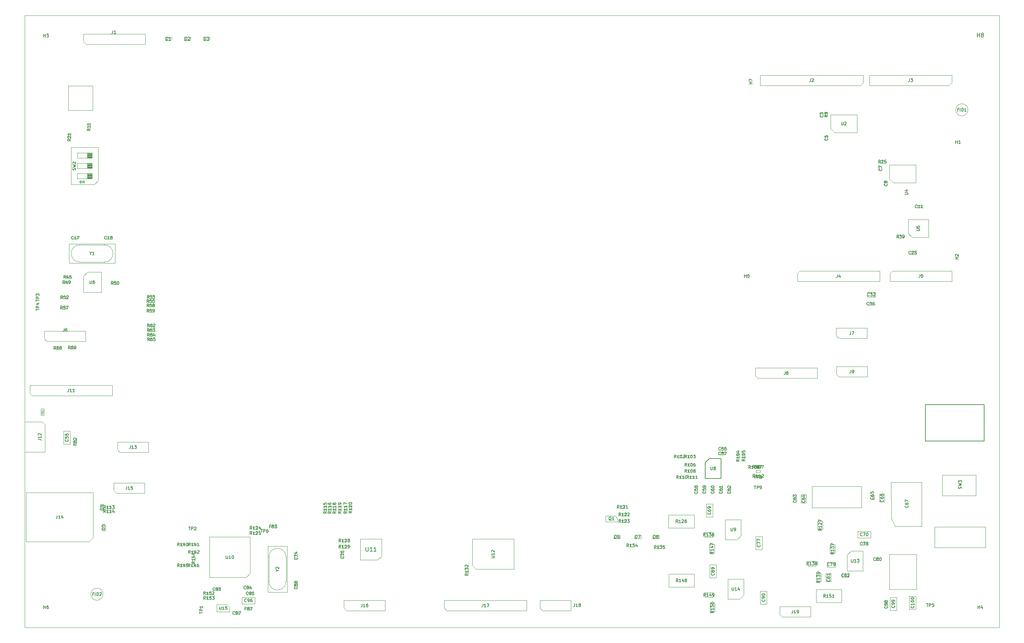
<source format=gbr>
G04 #@! TF.GenerationSoftware,KiCad,Pcbnew,5.1.6-c6e7f7d~87~ubuntu18.04.1*
G04 #@! TF.CreationDate,2020-08-14T22:16:59+05:30*
G04 #@! TF.ProjectId,Aardonyx,41617264-6f6e-4797-982e-6b696361645f,v1.0*
G04 #@! TF.SameCoordinates,Original*
G04 #@! TF.FileFunction,Other,Fab,Top*
%FSLAX46Y46*%
G04 Gerber Fmt 4.6, Leading zero omitted, Abs format (unit mm)*
G04 Created by KiCad (PCBNEW 5.1.6-c6e7f7d~87~ubuntu18.04.1) date 2020-08-14 22:16:59*
%MOMM*%
%LPD*%
G01*
G04 APERTURE LIST*
G04 #@! TA.AperFunction,Profile*
%ADD10C,0.100000*%
G04 #@! TD*
%ADD11C,0.100000*%
%ADD12C,0.127000*%
%ADD13C,0.120000*%
%ADD14C,0.150000*%
%ADD15C,0.060000*%
G04 APERTURE END LIST*
D10*
X43561000Y-162560000D02*
X43561000Y-11684000D01*
X283824680Y-162562540D02*
X43561000Y-162557460D01*
X283824680Y-11684000D02*
X283824680Y-162560000D01*
X43561000Y-11684000D02*
X283824680Y-11684000D01*
D11*
X47555200Y-108648600D02*
X48355200Y-108648600D01*
X48355200Y-108648600D02*
X48355200Y-110248600D01*
X48355200Y-110248600D02*
X47555200Y-110248600D01*
X47555200Y-110248600D02*
X47555200Y-108648600D01*
X130555000Y-145935000D02*
X126325000Y-145935000D01*
X126325000Y-145935000D02*
X126325000Y-140705000D01*
X126325000Y-140705000D02*
X131555000Y-140705000D01*
X131555000Y-140705000D02*
X131555000Y-144935000D01*
X131555000Y-144935000D02*
X130555000Y-145935000D01*
X278013160Y-124983240D02*
X269758160Y-124983240D01*
X278009600Y-130028000D02*
X278009600Y-124988000D01*
X269748000Y-130028000D02*
X269748000Y-124988000D01*
X278008080Y-130028000D02*
X269758160Y-130028000D01*
X267903000Y-142809600D02*
X267903000Y-137809600D01*
X280403000Y-142809600D02*
X280403000Y-137809600D01*
X280403000Y-137809600D02*
X267903000Y-137809600D01*
X267903000Y-142809600D02*
X280403000Y-142809600D01*
X264745000Y-137625000D02*
X258155000Y-137575000D01*
X264765000Y-126755000D02*
X257165000Y-126755000D01*
X264685000Y-137655000D02*
X264655000Y-126725000D01*
X257185000Y-135655000D02*
X258155000Y-137575000D01*
X257165000Y-126835000D02*
X257185000Y-135655000D01*
X122275600Y-157784800D02*
X122275600Y-155879800D01*
X122275600Y-155879800D02*
X132435600Y-155879800D01*
X132435600Y-155879800D02*
X132435600Y-158419800D01*
X132435600Y-158419800D02*
X122910600Y-158419800D01*
X122910600Y-158419800D02*
X122275600Y-157784800D01*
D12*
X265632000Y-107621000D02*
X280032000Y-107621000D01*
X280032000Y-116621000D02*
X265632000Y-116621000D01*
X265632000Y-116621000D02*
X265632000Y-107621000D01*
X280032000Y-107621000D02*
X280032000Y-116621000D01*
D11*
X252595000Y-82528600D02*
X252595000Y-83028600D01*
X252595000Y-83028600D02*
X251595000Y-83028600D01*
X251595000Y-83028600D02*
X251595000Y-82528600D01*
X251595000Y-82528600D02*
X252595000Y-82528600D01*
X253270500Y-79918000D02*
X253270500Y-81118000D01*
X253270500Y-81118000D02*
X251270500Y-81118000D01*
X251270500Y-81118000D02*
X251270500Y-79918000D01*
X251270500Y-79918000D02*
X253270500Y-79918000D01*
X219194200Y-140880800D02*
X216269200Y-140880800D01*
X216269200Y-140880800D02*
X216269200Y-135980800D01*
X216269200Y-135980800D02*
X220169200Y-135980800D01*
X220169200Y-135980800D02*
X220169200Y-139905800D01*
X220169200Y-139905800D02*
X219194200Y-140880800D01*
X219814000Y-155508200D02*
X216889000Y-155508200D01*
X216889000Y-155508200D02*
X216889000Y-150608200D01*
X216889000Y-150608200D02*
X220789000Y-150608200D01*
X220789000Y-150608200D02*
X220789000Y-154533200D01*
X220789000Y-154533200D02*
X219814000Y-155508200D01*
X242238800Y-39555200D02*
X242238800Y-36155200D01*
X242238800Y-36155200D02*
X248738800Y-36155200D01*
X248738800Y-36155200D02*
X248738800Y-40555200D01*
X248738800Y-40555200D02*
X243238800Y-40555200D01*
X243238800Y-40555200D02*
X242238800Y-39555200D01*
X256702400Y-51932700D02*
X256702400Y-48532700D01*
X256702400Y-48532700D02*
X263202400Y-48532700D01*
X263202400Y-48532700D02*
X263202400Y-52932700D01*
X263202400Y-52932700D02*
X257702400Y-52932700D01*
X257702400Y-52932700D02*
X256702400Y-51932700D01*
X261329000Y-65369000D02*
X261329000Y-61969000D01*
X261329000Y-61969000D02*
X266329000Y-61969000D01*
X266329000Y-61969000D02*
X266329000Y-66369000D01*
X266329000Y-66369000D02*
X262329000Y-66369000D01*
X262329000Y-66369000D02*
X261329000Y-65369000D01*
X247298800Y-143676200D02*
X250223800Y-143676200D01*
X250223800Y-143676200D02*
X250223800Y-148576200D01*
X250223800Y-148576200D02*
X246323800Y-148576200D01*
X246323800Y-148576200D02*
X246323800Y-144651200D01*
X246323800Y-144651200D02*
X247298800Y-143676200D01*
X59048800Y-74970000D02*
X62448800Y-74970000D01*
X62448800Y-74970000D02*
X62448800Y-79970000D01*
X62448800Y-79970000D02*
X58048800Y-79970000D01*
X58048800Y-79970000D02*
X58048800Y-75970000D01*
X58048800Y-75970000D02*
X59048800Y-74970000D01*
X60749800Y-53367800D02*
X55049800Y-53367800D01*
X55049800Y-53367800D02*
X55049800Y-44187800D01*
X55049800Y-44187800D02*
X61749800Y-44187800D01*
X61749800Y-44187800D02*
X61749800Y-52367800D01*
X61749800Y-52367800D02*
X60749800Y-53367800D01*
X60209800Y-51952800D02*
X60209800Y-50682800D01*
X60209800Y-50682800D02*
X56589800Y-50682800D01*
X56589800Y-50682800D02*
X56589800Y-51952800D01*
X56589800Y-51952800D02*
X60209800Y-51952800D01*
X60209800Y-51852800D02*
X59003133Y-51852800D01*
X60209800Y-51752800D02*
X59003133Y-51752800D01*
X60209800Y-51652800D02*
X59003133Y-51652800D01*
X60209800Y-51552800D02*
X59003133Y-51552800D01*
X60209800Y-51452800D02*
X59003133Y-51452800D01*
X60209800Y-51352800D02*
X59003133Y-51352800D01*
X60209800Y-51252800D02*
X59003133Y-51252800D01*
X60209800Y-51152800D02*
X59003133Y-51152800D01*
X60209800Y-51052800D02*
X59003133Y-51052800D01*
X60209800Y-50952800D02*
X59003133Y-50952800D01*
X60209800Y-50852800D02*
X59003133Y-50852800D01*
X60209800Y-50752800D02*
X59003133Y-50752800D01*
X59003133Y-51952800D02*
X59003133Y-50682800D01*
X60209800Y-49412800D02*
X60209800Y-48142800D01*
X60209800Y-48142800D02*
X56589800Y-48142800D01*
X56589800Y-48142800D02*
X56589800Y-49412800D01*
X56589800Y-49412800D02*
X60209800Y-49412800D01*
X60209800Y-49312800D02*
X59003133Y-49312800D01*
X60209800Y-49212800D02*
X59003133Y-49212800D01*
X60209800Y-49112800D02*
X59003133Y-49112800D01*
X60209800Y-49012800D02*
X59003133Y-49012800D01*
X60209800Y-48912800D02*
X59003133Y-48912800D01*
X60209800Y-48812800D02*
X59003133Y-48812800D01*
X60209800Y-48712800D02*
X59003133Y-48712800D01*
X60209800Y-48612800D02*
X59003133Y-48612800D01*
X60209800Y-48512800D02*
X59003133Y-48512800D01*
X60209800Y-48412800D02*
X59003133Y-48412800D01*
X60209800Y-48312800D02*
X59003133Y-48312800D01*
X60209800Y-48212800D02*
X59003133Y-48212800D01*
X59003133Y-49412800D02*
X59003133Y-48142800D01*
X60209800Y-46872800D02*
X60209800Y-45602800D01*
X60209800Y-45602800D02*
X56589800Y-45602800D01*
X56589800Y-45602800D02*
X56589800Y-46872800D01*
X56589800Y-46872800D02*
X60209800Y-46872800D01*
X60209800Y-46772800D02*
X59003133Y-46772800D01*
X60209800Y-46672800D02*
X59003133Y-46672800D01*
X60209800Y-46572800D02*
X59003133Y-46572800D01*
X60209800Y-46472800D02*
X59003133Y-46472800D01*
X60209800Y-46372800D02*
X59003133Y-46372800D01*
X60209800Y-46272800D02*
X59003133Y-46272800D01*
X60209800Y-46172800D02*
X59003133Y-46172800D01*
X60209800Y-46072800D02*
X59003133Y-46072800D01*
X60209800Y-45972800D02*
X59003133Y-45972800D01*
X60209800Y-45872800D02*
X59003133Y-45872800D01*
X60209800Y-45772800D02*
X59003133Y-45772800D01*
X60209800Y-45672800D02*
X59003133Y-45672800D01*
X59003133Y-46872800D02*
X59003133Y-45602800D01*
X54378600Y-35080200D02*
X54378600Y-29080200D01*
X54378600Y-29080200D02*
X60378600Y-29080200D01*
X60378600Y-29080200D02*
X60378600Y-35080200D01*
X60378600Y-35080200D02*
X54378600Y-35080200D01*
X54339800Y-41165800D02*
X54839800Y-41165800D01*
X54839800Y-41165800D02*
X54839800Y-42165800D01*
X54839800Y-42165800D02*
X54339800Y-42165800D01*
X54339800Y-42165800D02*
X54339800Y-41165800D01*
X117910000Y-133640000D02*
X117410000Y-133640000D01*
X117410000Y-133640000D02*
X117410000Y-132640000D01*
X117410000Y-132640000D02*
X117910000Y-132640000D01*
X117910000Y-132640000D02*
X117910000Y-133640000D01*
X122910000Y-133620000D02*
X122410000Y-133620000D01*
X122410000Y-133620000D02*
X122410000Y-132620000D01*
X122410000Y-132620000D02*
X122910000Y-132620000D01*
X122910000Y-132620000D02*
X122910000Y-133620000D01*
X119010000Y-133620000D02*
X118510000Y-133620000D01*
X118510000Y-133620000D02*
X118510000Y-132620000D01*
X118510000Y-132620000D02*
X119010000Y-132620000D01*
X119010000Y-132620000D02*
X119010000Y-133620000D01*
X121520000Y-133640000D02*
X121020000Y-133640000D01*
X121020000Y-133640000D02*
X121020000Y-132640000D01*
X121020000Y-132640000D02*
X121520000Y-132640000D01*
X121520000Y-132640000D02*
X121520000Y-133640000D01*
X124150000Y-133565000D02*
X123650000Y-133565000D01*
X123650000Y-133565000D02*
X123650000Y-132565000D01*
X123650000Y-132565000D02*
X124150000Y-132565000D01*
X124150000Y-132565000D02*
X124150000Y-133565000D01*
X120200000Y-133650000D02*
X119700000Y-133650000D01*
X119700000Y-133650000D02*
X119700000Y-132650000D01*
X119700000Y-132650000D02*
X120200000Y-132650000D01*
X120200000Y-132650000D02*
X120200000Y-133650000D01*
X75152000Y-82951000D02*
X75152000Y-83451000D01*
X75152000Y-83451000D02*
X74152000Y-83451000D01*
X74152000Y-83451000D02*
X74152000Y-82951000D01*
X74152000Y-82951000D02*
X75152000Y-82951000D01*
X75142000Y-84231000D02*
X75142000Y-84731000D01*
X75142000Y-84731000D02*
X74142000Y-84731000D01*
X74142000Y-84731000D02*
X74142000Y-84231000D01*
X74142000Y-84231000D02*
X75142000Y-84231000D01*
X75192000Y-80841000D02*
X75192000Y-81341000D01*
X75192000Y-81341000D02*
X74192000Y-81341000D01*
X74192000Y-81341000D02*
X74192000Y-80841000D01*
X74192000Y-80841000D02*
X75192000Y-80841000D01*
X75152000Y-81861000D02*
X75152000Y-82361000D01*
X75152000Y-82361000D02*
X74152000Y-82361000D01*
X74152000Y-82361000D02*
X74152000Y-81861000D01*
X74152000Y-81861000D02*
X75152000Y-81861000D01*
X75269000Y-87880000D02*
X75269000Y-88380000D01*
X75269000Y-88380000D02*
X74269000Y-88380000D01*
X74269000Y-88380000D02*
X74269000Y-87880000D01*
X74269000Y-87880000D02*
X75269000Y-87880000D01*
X75214000Y-89030000D02*
X75214000Y-89530000D01*
X75214000Y-89530000D02*
X74214000Y-89530000D01*
X74214000Y-89530000D02*
X74214000Y-89030000D01*
X74214000Y-89030000D02*
X75214000Y-89030000D01*
X75290000Y-91290000D02*
X75290000Y-91790000D01*
X75290000Y-91790000D02*
X74290000Y-91790000D01*
X74290000Y-91790000D02*
X74290000Y-91290000D01*
X74290000Y-91290000D02*
X75290000Y-91290000D01*
X75270000Y-90190000D02*
X75270000Y-90690000D01*
X75270000Y-90690000D02*
X74270000Y-90690000D01*
X74270000Y-90690000D02*
X74270000Y-90190000D01*
X74270000Y-90190000D02*
X75270000Y-90190000D01*
X89478600Y-153902600D02*
X89478600Y-154402600D01*
X89478600Y-154402600D02*
X88478600Y-154402600D01*
X88478600Y-154402600D02*
X88478600Y-153902600D01*
X88478600Y-153902600D02*
X89478600Y-153902600D01*
X88501600Y-155545600D02*
X88501600Y-155045600D01*
X88501600Y-155045600D02*
X89501600Y-155045600D01*
X89501600Y-155045600D02*
X89501600Y-155545600D01*
X89501600Y-155545600D02*
X88501600Y-155545600D01*
X99931600Y-139569000D02*
X99931600Y-139069000D01*
X99931600Y-139069000D02*
X100931600Y-139069000D01*
X100931600Y-139069000D02*
X100931600Y-139569000D01*
X100931600Y-139569000D02*
X99931600Y-139569000D01*
X59660600Y-39692200D02*
X59160600Y-39692200D01*
X59160600Y-39692200D02*
X59160600Y-38692200D01*
X59160600Y-38692200D02*
X59660600Y-38692200D01*
X59660600Y-38692200D02*
X59660600Y-39692200D01*
X64846800Y-133675800D02*
X64846800Y-134175800D01*
X64846800Y-134175800D02*
X63846800Y-134175800D01*
X63846800Y-134175800D02*
X63846800Y-133675800D01*
X63846800Y-133675800D02*
X64846800Y-133675800D01*
X64873800Y-132687800D02*
X64873800Y-133187800D01*
X64873800Y-133187800D02*
X63873800Y-133187800D01*
X63873800Y-133187800D02*
X63873800Y-132687800D01*
X63873800Y-132687800D02*
X64873800Y-132687800D01*
X241412600Y-36653000D02*
X240912600Y-36653000D01*
X240912600Y-36653000D02*
X240912600Y-35653000D01*
X240912600Y-35653000D02*
X241412600Y-35653000D01*
X241412600Y-35653000D02*
X241412600Y-36653000D01*
X200548000Y-142498000D02*
X200548000Y-142998000D01*
X200548000Y-142998000D02*
X199548000Y-142998000D01*
X199548000Y-142998000D02*
X199548000Y-142498000D01*
X199548000Y-142498000D02*
X200548000Y-142498000D01*
X239868000Y-151192500D02*
X238668000Y-151192500D01*
X238668000Y-151192500D02*
X238668000Y-149192500D01*
X238668000Y-149192500D02*
X239868000Y-149192500D01*
X239868000Y-149192500D02*
X239868000Y-151192500D01*
X238617000Y-146212000D02*
X238617000Y-147412000D01*
X238617000Y-147412000D02*
X236617000Y-147412000D01*
X236617000Y-147412000D02*
X236617000Y-146212000D01*
X236617000Y-146212000D02*
X238617000Y-146212000D01*
X52849600Y-84019200D02*
X52849600Y-83519200D01*
X52849600Y-83519200D02*
X53849600Y-83519200D01*
X53849600Y-83519200D02*
X53849600Y-84019200D01*
X53849600Y-84019200D02*
X52849600Y-84019200D01*
X52900400Y-81428000D02*
X52900400Y-80928000D01*
X52900400Y-80928000D02*
X53900400Y-80928000D01*
X53900400Y-80928000D02*
X53900400Y-81428000D01*
X53900400Y-81428000D02*
X52900400Y-81428000D01*
X66364600Y-77423200D02*
X66364600Y-77923200D01*
X66364600Y-77923200D02*
X65364600Y-77923200D01*
X65364600Y-77923200D02*
X65364600Y-77423200D01*
X65364600Y-77423200D02*
X66364600Y-77423200D01*
X53398800Y-77720000D02*
X53398800Y-77220000D01*
X53398800Y-77220000D02*
X54398800Y-77220000D01*
X54398800Y-77220000D02*
X54398800Y-77720000D01*
X54398800Y-77720000D02*
X53398800Y-77720000D01*
X55770400Y-93323600D02*
X55770400Y-93823600D01*
X55770400Y-93823600D02*
X54770400Y-93823600D01*
X54770400Y-93823600D02*
X54770400Y-93323600D01*
X54770400Y-93323600D02*
X55770400Y-93323600D01*
X51214400Y-93925200D02*
X51214400Y-93425200D01*
X51214400Y-93425200D02*
X52214400Y-93425200D01*
X52214400Y-93425200D02*
X52214400Y-93925200D01*
X52214400Y-93925200D02*
X51214400Y-93925200D01*
X83024600Y-147019200D02*
X83024600Y-147519200D01*
X83024600Y-147519200D02*
X82024600Y-147519200D01*
X82024600Y-147519200D02*
X82024600Y-147019200D01*
X82024600Y-147019200D02*
X83024600Y-147019200D01*
X85691600Y-147033600D02*
X85691600Y-147533600D01*
X85691600Y-147533600D02*
X84691600Y-147533600D01*
X84691600Y-147533600D02*
X84691600Y-147033600D01*
X84691600Y-147033600D02*
X85691600Y-147033600D01*
X83046600Y-141873600D02*
X83046600Y-142373600D01*
X83046600Y-142373600D02*
X82046600Y-142373600D01*
X82046600Y-142373600D02*
X82046600Y-141873600D01*
X82046600Y-141873600D02*
X83046600Y-141873600D01*
X85766600Y-141873600D02*
X85766600Y-142373600D01*
X85766600Y-142373600D02*
X84766600Y-142373600D01*
X84766600Y-142373600D02*
X84766600Y-141873600D01*
X84766600Y-141873600D02*
X85766600Y-141873600D01*
X85706600Y-145263600D02*
X85706600Y-145763600D01*
X85706600Y-145763600D02*
X84706600Y-145763600D01*
X84706600Y-145763600D02*
X84706600Y-145263600D01*
X84706600Y-145263600D02*
X85706600Y-145263600D01*
X85766600Y-143733600D02*
X85766600Y-144233600D01*
X85766600Y-144233600D02*
X84766600Y-144233600D01*
X84766600Y-144233600D02*
X84766600Y-143733600D01*
X84766600Y-143733600D02*
X85766600Y-143733600D01*
X99931600Y-138299000D02*
X99931600Y-137799000D01*
X99931600Y-137799000D02*
X100931600Y-137799000D01*
X100931600Y-137799000D02*
X100931600Y-138299000D01*
X100931600Y-138299000D02*
X99931600Y-138299000D01*
D13*
X189664000Y-136463000D02*
X186764000Y-136463000D01*
X186764000Y-136463000D02*
X186764000Y-135063000D01*
X186764000Y-135063000D02*
X189114000Y-135063000D01*
X189114000Y-135063000D02*
X189664000Y-135613000D01*
X189664000Y-135613000D02*
X189664000Y-136463000D01*
D11*
X191812800Y-136071800D02*
X191812800Y-136571800D01*
X191812800Y-136571800D02*
X190812800Y-136571800D01*
X190812800Y-136571800D02*
X190812800Y-136071800D01*
X190812800Y-136071800D02*
X191812800Y-136071800D01*
X212379000Y-142080500D02*
X213579000Y-142080500D01*
X213579000Y-142080500D02*
X213579000Y-144080500D01*
X213579000Y-144080500D02*
X212379000Y-144080500D01*
X212379000Y-144080500D02*
X212379000Y-142080500D01*
X211168500Y-140300000D02*
X211168500Y-139100000D01*
X211168500Y-139100000D02*
X213168500Y-139100000D01*
X213168500Y-139100000D02*
X213168500Y-140300000D01*
X213168500Y-140300000D02*
X211168500Y-140300000D01*
X192794000Y-142617000D02*
X192794000Y-142117000D01*
X192794000Y-142117000D02*
X193794000Y-142117000D01*
X193794000Y-142117000D02*
X193794000Y-142617000D01*
X193794000Y-142617000D02*
X192794000Y-142617000D01*
X212506000Y-156655500D02*
X213706000Y-156655500D01*
X213706000Y-156655500D02*
X213706000Y-158655500D01*
X213706000Y-158655500D02*
X212506000Y-158655500D01*
X212506000Y-158655500D02*
X212506000Y-156655500D01*
X211217000Y-155159000D02*
X211217000Y-153959000D01*
X211217000Y-153959000D02*
X213217000Y-153959000D01*
X213217000Y-153959000D02*
X213217000Y-155159000D01*
X213217000Y-155159000D02*
X211217000Y-155159000D01*
X239049000Y-136365500D02*
X240249000Y-136365500D01*
X240249000Y-136365500D02*
X240249000Y-138365500D01*
X240249000Y-138365500D02*
X239049000Y-138365500D01*
X239049000Y-138365500D02*
X239049000Y-136365500D01*
X202280800Y-137998000D02*
X202280800Y-134798000D01*
X202280800Y-134798000D02*
X208580800Y-134798000D01*
X208580800Y-134798000D02*
X208580800Y-137998000D01*
X208580800Y-137998000D02*
X202280800Y-137998000D01*
X202315000Y-152603000D02*
X202315000Y-149403000D01*
X202315000Y-149403000D02*
X208615000Y-149403000D01*
X208615000Y-149403000D02*
X208615000Y-152603000D01*
X208615000Y-152603000D02*
X202315000Y-152603000D01*
X243636800Y-100152200D02*
X243636800Y-98247200D01*
X243636800Y-98247200D02*
X251256800Y-98247200D01*
X251256800Y-98247200D02*
X251256800Y-100787200D01*
X251256800Y-100787200D02*
X244271800Y-100787200D01*
X244271800Y-100787200D02*
X243636800Y-100152200D01*
X65532000Y-128803400D02*
X65532000Y-126898400D01*
X65532000Y-126898400D02*
X73152000Y-126898400D01*
X73152000Y-126898400D02*
X73152000Y-129438400D01*
X73152000Y-129438400D02*
X66167000Y-129438400D01*
X66167000Y-129438400D02*
X65532000Y-128803400D01*
D13*
X47829600Y-111845800D02*
X48579600Y-112645800D01*
X43629600Y-119345800D02*
X43629600Y-111845800D01*
X48579600Y-119345800D02*
X43629600Y-119345800D01*
X48579600Y-112645800D02*
X48579600Y-119345800D01*
X43629600Y-111845800D02*
X47829600Y-111845800D01*
D11*
X272084000Y-26414000D02*
X272084000Y-28319000D01*
X272084000Y-28319000D02*
X271449000Y-28954000D01*
X271449000Y-28954000D02*
X251764000Y-28954000D01*
X251764000Y-28954000D02*
X251764000Y-26414000D01*
X251764000Y-26414000D02*
X272084000Y-26414000D01*
X250240000Y-26414000D02*
X250240000Y-28319000D01*
X250240000Y-28319000D02*
X249605000Y-28954000D01*
X249605000Y-28954000D02*
X224840000Y-28954000D01*
X224840000Y-28954000D02*
X224840000Y-26414000D01*
X224840000Y-26414000D02*
X250240000Y-26414000D01*
X256842600Y-77217200D02*
X256842600Y-75312200D01*
X256842600Y-75312200D02*
X257477600Y-74677200D01*
X257477600Y-74677200D02*
X272082600Y-74677200D01*
X272082600Y-74677200D02*
X272082600Y-77217200D01*
X272082600Y-77217200D02*
X256842600Y-77217200D01*
X233982600Y-77217200D02*
X233982600Y-75312200D01*
X233982600Y-75312200D02*
X234617600Y-74677200D01*
X234617600Y-74677200D02*
X254302600Y-74677200D01*
X254302600Y-74677200D02*
X254302600Y-77217200D01*
X254302600Y-77217200D02*
X233982600Y-77217200D01*
X243611400Y-90678000D02*
X243611400Y-88773000D01*
X243611400Y-88773000D02*
X251231400Y-88773000D01*
X251231400Y-88773000D02*
X251231400Y-91313000D01*
X251231400Y-91313000D02*
X244246400Y-91313000D01*
X244246400Y-91313000D02*
X243611400Y-90678000D01*
X146964400Y-157784800D02*
X146964400Y-155879800D01*
X146964400Y-155879800D02*
X167284400Y-155879800D01*
X167284400Y-155879800D02*
X167284400Y-158419800D01*
X167284400Y-158419800D02*
X147599400Y-158419800D01*
X147599400Y-158419800D02*
X146964400Y-157784800D01*
X170586400Y-157784800D02*
X170586400Y-155879800D01*
X170586400Y-155879800D02*
X178206400Y-155879800D01*
X178206400Y-155879800D02*
X178206400Y-158419800D01*
X178206400Y-158419800D02*
X171221400Y-158419800D01*
X171221400Y-158419800D02*
X170586400Y-157784800D01*
X229692200Y-159359600D02*
X229692200Y-157454600D01*
X229692200Y-157454600D02*
X237312200Y-157454600D01*
X237312200Y-157454600D02*
X237312200Y-159994600D01*
X237312200Y-159994600D02*
X230327200Y-159994600D01*
X230327200Y-159994600D02*
X229692200Y-159359600D01*
X48412400Y-91408600D02*
X48412400Y-89503600D01*
X48412400Y-89503600D02*
X58572400Y-89503600D01*
X58572400Y-89503600D02*
X58572400Y-92043600D01*
X58572400Y-92043600D02*
X49047400Y-92043600D01*
X49047400Y-92043600D02*
X48412400Y-91408600D01*
X66446400Y-118745000D02*
X66446400Y-116840000D01*
X66446400Y-116840000D02*
X74066400Y-116840000D01*
X74066400Y-116840000D02*
X74066400Y-119380000D01*
X74066400Y-119380000D02*
X67081400Y-119380000D01*
X67081400Y-119380000D02*
X66446400Y-118745000D01*
X44859600Y-104795800D02*
X44859600Y-102890800D01*
X44859600Y-102890800D02*
X65179600Y-102890800D01*
X65179600Y-102890800D02*
X65179600Y-105430800D01*
X65179600Y-105430800D02*
X45494600Y-105430800D01*
X45494600Y-105430800D02*
X44859600Y-104795800D01*
X104300400Y-137943400D02*
X104300400Y-137443400D01*
X104300400Y-137443400D02*
X105300400Y-137443400D01*
X105300400Y-137443400D02*
X105300400Y-137943400D01*
X105300400Y-137943400D02*
X104300400Y-137943400D01*
X99280600Y-157712600D02*
X99280600Y-158212600D01*
X99280600Y-158212600D02*
X98280600Y-158212600D01*
X98280600Y-158212600D02*
X98280600Y-157712600D01*
X98280600Y-157712600D02*
X99280600Y-157712600D01*
X56269200Y-117253600D02*
X55769200Y-117253600D01*
X55769200Y-117253600D02*
X55769200Y-116253600D01*
X55769200Y-116253600D02*
X56269200Y-116253600D01*
X56269200Y-116253600D02*
X56269200Y-117253600D01*
X78211400Y-17850000D02*
X79511400Y-17850000D01*
X79511400Y-17850000D02*
X79811400Y-17550000D01*
X79811400Y-17550000D02*
X79811400Y-17050000D01*
X79811400Y-17050000D02*
X78211400Y-17050000D01*
X78211400Y-17050000D02*
X78211400Y-17850000D01*
X82910400Y-17850000D02*
X84210400Y-17850000D01*
X84210400Y-17850000D02*
X84510400Y-17550000D01*
X84510400Y-17550000D02*
X84510400Y-17050000D01*
X84510400Y-17050000D02*
X82910400Y-17050000D01*
X82910400Y-17050000D02*
X82910400Y-17850000D01*
X87609400Y-17850000D02*
X88909400Y-17850000D01*
X88909400Y-17850000D02*
X89209400Y-17550000D01*
X89209400Y-17550000D02*
X89209400Y-17050000D01*
X89209400Y-17050000D02*
X87609400Y-17050000D01*
X87609400Y-17050000D02*
X87609400Y-17850000D01*
X190360100Y-139808000D02*
X189060100Y-139808000D01*
X189060100Y-139808000D02*
X188760100Y-140108000D01*
X188760100Y-140108000D02*
X188760100Y-140608000D01*
X188760100Y-140608000D02*
X190360100Y-140608000D01*
X190360100Y-140608000D02*
X190360100Y-139808000D01*
X195465500Y-139808000D02*
X194165500Y-139808000D01*
X194165500Y-139808000D02*
X193865500Y-140108000D01*
X193865500Y-140108000D02*
X193865500Y-140608000D01*
X193865500Y-140608000D02*
X195465500Y-140608000D01*
X195465500Y-140608000D02*
X195465500Y-139808000D01*
X199961500Y-139808000D02*
X198661500Y-139808000D01*
X198661500Y-139808000D02*
X198361500Y-140108000D01*
X198361500Y-140108000D02*
X198361500Y-140608000D01*
X198361500Y-140608000D02*
X199961500Y-140608000D01*
X199961500Y-140608000D02*
X199961500Y-139808000D01*
X63427800Y-138671800D02*
X63427800Y-137371800D01*
X63427800Y-137371800D02*
X63127800Y-137071800D01*
X63127800Y-137071800D02*
X62627800Y-137071800D01*
X62627800Y-137071800D02*
X62627800Y-138671800D01*
X62627800Y-138671800D02*
X63427800Y-138671800D01*
X62257800Y-132161300D02*
X62257800Y-133461300D01*
X62257800Y-133461300D02*
X62557800Y-133761300D01*
X62557800Y-133761300D02*
X63057800Y-133761300D01*
X63057800Y-133761300D02*
X63057800Y-132161300D01*
X63057800Y-132161300D02*
X62257800Y-132161300D01*
X95359600Y-159304800D02*
X95359600Y-158804800D01*
X95359600Y-158804800D02*
X96359600Y-158804800D01*
X96359600Y-158804800D02*
X96359600Y-159304800D01*
X96359600Y-159304800D02*
X95359600Y-159304800D01*
X213144000Y-135328000D02*
X211544000Y-135328000D01*
X211544000Y-135328000D02*
X211544000Y-132128000D01*
X211544000Y-132128000D02*
X213144000Y-132128000D01*
X213144000Y-132128000D02*
X213144000Y-135328000D01*
X223736000Y-140135000D02*
X225336000Y-140135000D01*
X225336000Y-140135000D02*
X225336000Y-143335000D01*
X225336000Y-143335000D02*
X223736000Y-143335000D01*
X223736000Y-143335000D02*
X223736000Y-140135000D01*
X214033000Y-150320000D02*
X212433000Y-150320000D01*
X212433000Y-150320000D02*
X212433000Y-147120000D01*
X212433000Y-147120000D02*
X214033000Y-147120000D01*
X214033000Y-147120000D02*
X214033000Y-150320000D01*
X224879000Y-153597000D02*
X226479000Y-153597000D01*
X226479000Y-153597000D02*
X226479000Y-156797000D01*
X226479000Y-156797000D02*
X224879000Y-156797000D01*
X224879000Y-156797000D02*
X224879000Y-153597000D01*
X240296600Y-36710400D02*
X239796600Y-36710400D01*
X239796600Y-36710400D02*
X239796600Y-35710400D01*
X239796600Y-35710400D02*
X240296600Y-35710400D01*
X240296600Y-35710400D02*
X240296600Y-36710400D01*
X241420800Y-42411200D02*
X240920800Y-42411200D01*
X240920800Y-42411200D02*
X240920800Y-41411200D01*
X240920800Y-41411200D02*
X241420800Y-41411200D01*
X241420800Y-41411200D02*
X241420800Y-42411200D01*
X254281200Y-48878800D02*
X254781200Y-48878800D01*
X254781200Y-48878800D02*
X254781200Y-49878800D01*
X254781200Y-49878800D02*
X254281200Y-49878800D01*
X254281200Y-49878800D02*
X254281200Y-48878800D01*
X255576600Y-52612600D02*
X256076600Y-52612600D01*
X256076600Y-52612600D02*
X256076600Y-53612600D01*
X256076600Y-53612600D02*
X255576600Y-53612600D01*
X255576600Y-53612600D02*
X255576600Y-52612600D01*
X263529000Y-59044000D02*
X263529000Y-58544000D01*
X263529000Y-58544000D02*
X264529000Y-58544000D01*
X264529000Y-58544000D02*
X264529000Y-59044000D01*
X264529000Y-59044000D02*
X263529000Y-59044000D01*
X261956000Y-70456800D02*
X261956000Y-69956800D01*
X261956000Y-69956800D02*
X262956000Y-69956800D01*
X262956000Y-69956800D02*
X262956000Y-70456800D01*
X262956000Y-70456800D02*
X261956000Y-70456800D01*
X122150000Y-145110000D02*
X121650000Y-145110000D01*
X121650000Y-145110000D02*
X121650000Y-144110000D01*
X121650000Y-144110000D02*
X122150000Y-144110000D01*
X122150000Y-144110000D02*
X122150000Y-145110000D01*
X255655000Y-156368000D02*
X256155000Y-156368000D01*
X256155000Y-156368000D02*
X256155000Y-157368000D01*
X256155000Y-157368000D02*
X255655000Y-157368000D01*
X255655000Y-157368000D02*
X255655000Y-156368000D01*
X261632800Y-154861000D02*
X263232800Y-154861000D01*
X263232800Y-154861000D02*
X263232800Y-158061000D01*
X263232800Y-158061000D02*
X261632800Y-158061000D01*
X261632800Y-158061000D02*
X261632800Y-154861000D01*
X233676000Y-131287000D02*
X233176000Y-131287000D01*
X233176000Y-131287000D02*
X233176000Y-130287000D01*
X233176000Y-130287000D02*
X233676000Y-130287000D01*
X233676000Y-130287000D02*
X233676000Y-131287000D01*
X256883000Y-155115000D02*
X258483000Y-155115000D01*
X258483000Y-155115000D02*
X258483000Y-158315000D01*
X258483000Y-158315000D02*
X256883000Y-158315000D01*
X256883000Y-158315000D02*
X256883000Y-155115000D01*
X236185000Y-131810000D02*
X234985000Y-131810000D01*
X234985000Y-131810000D02*
X234985000Y-129810000D01*
X234985000Y-129810000D02*
X236185000Y-129810000D01*
X236185000Y-129810000D02*
X236185000Y-131810000D01*
X242281000Y-151192500D02*
X241081000Y-151192500D01*
X241081000Y-151192500D02*
X241081000Y-149192500D01*
X241081000Y-149192500D02*
X242281000Y-149192500D01*
X242281000Y-149192500D02*
X242281000Y-151192500D01*
X253296800Y-145995200D02*
X253296800Y-145495200D01*
X253296800Y-145495200D02*
X254296800Y-145495200D01*
X254296800Y-145495200D02*
X254296800Y-145995200D01*
X254296800Y-145995200D02*
X253296800Y-145995200D01*
X252980000Y-131033000D02*
X252480000Y-131033000D01*
X252480000Y-131033000D02*
X252480000Y-130033000D01*
X252480000Y-130033000D02*
X252980000Y-130033000D01*
X252980000Y-130033000D02*
X252980000Y-131033000D01*
X255489000Y-131604500D02*
X254289000Y-131604500D01*
X254289000Y-131604500D02*
X254289000Y-129604500D01*
X254289000Y-129604500D02*
X255489000Y-129604500D01*
X255489000Y-129604500D02*
X255489000Y-131604500D01*
X245072000Y-150133000D02*
X245072000Y-149333000D01*
X245072000Y-149333000D02*
X246672000Y-149333000D01*
X246672000Y-149333000D02*
X246672000Y-150133000D01*
X246672000Y-150133000D02*
X245072000Y-150133000D01*
X243394500Y-146466000D02*
X243394500Y-147666000D01*
X243394500Y-147666000D02*
X241394500Y-147666000D01*
X241394500Y-147666000D02*
X241394500Y-146466000D01*
X241394500Y-146466000D02*
X243394500Y-146466000D01*
X250994800Y-141685200D02*
X250994800Y-142185200D01*
X250994800Y-142185200D02*
X249994800Y-142185200D01*
X249994800Y-142185200D02*
X249994800Y-141685200D01*
X249994800Y-141685200D02*
X250994800Y-141685200D01*
X252094800Y-138849200D02*
X252094800Y-140449200D01*
X252094800Y-140449200D02*
X248894800Y-140449200D01*
X248894800Y-140449200D02*
X248894800Y-138849200D01*
X248894800Y-138849200D02*
X252094800Y-138849200D01*
X98049600Y-153005600D02*
X98049600Y-152505600D01*
X98049600Y-152505600D02*
X99049600Y-152505600D01*
X99049600Y-152505600D02*
X99049600Y-153005600D01*
X99049600Y-153005600D02*
X98049600Y-153005600D01*
X99638600Y-153902600D02*
X99638600Y-154402600D01*
X99638600Y-154402600D02*
X98638600Y-154402600D01*
X98638600Y-154402600D02*
X98638600Y-153902600D01*
X98638600Y-153902600D02*
X99638600Y-153902600D01*
X100329800Y-155105200D02*
X100329800Y-156705200D01*
X100329800Y-156705200D02*
X97129800Y-156705200D01*
X97129800Y-156705200D02*
X97129800Y-155105200D01*
X97129800Y-155105200D02*
X100329800Y-155105200D01*
X110214600Y-144381600D02*
X110714600Y-144381600D01*
X110714600Y-144381600D02*
X110714600Y-145381600D01*
X110714600Y-145381600D02*
X110214600Y-145381600D01*
X110214600Y-145381600D02*
X110214600Y-144381600D01*
X110714600Y-152597600D02*
X110214600Y-152597600D01*
X110214600Y-152597600D02*
X110214600Y-151597600D01*
X110214600Y-151597600D02*
X110714600Y-151597600D01*
X110714600Y-151597600D02*
X110714600Y-152597600D01*
X54797200Y-117336600D02*
X53197200Y-117336600D01*
X53197200Y-117336600D02*
X53197200Y-114136600D01*
X53197200Y-114136600D02*
X54797200Y-114136600D01*
X54797200Y-114136600D02*
X54797200Y-117336600D01*
X63213000Y-68243000D02*
X57183000Y-68243000D01*
X63213000Y-72473000D02*
X57183000Y-72473000D01*
X54498000Y-72708000D02*
X65898000Y-72708000D01*
X54498000Y-68008000D02*
X54498000Y-72708000D01*
X65898000Y-68008000D02*
X54498000Y-68008000D01*
X65898000Y-72708000D02*
X65898000Y-68008000D01*
X57183000Y-68243000D02*
G75*
G03*
X57183000Y-72473000I0J-2115000D01*
G01*
X63213000Y-68243000D02*
G75*
G02*
X63213000Y-72473000I0J-2115000D01*
G01*
X237644800Y-133003700D02*
X237644800Y-127803700D01*
X237644800Y-127803700D02*
X249844800Y-127803700D01*
X249844800Y-127803700D02*
X249844800Y-133003700D01*
X249844800Y-133003700D02*
X237644800Y-133003700D01*
X263269000Y-153175000D02*
X256669000Y-153175000D01*
X256669000Y-153175000D02*
X256669000Y-144575000D01*
X256669000Y-144575000D02*
X263269000Y-144575000D01*
X263369000Y-144575000D02*
X263369000Y-153175000D01*
X276080200Y-34964600D02*
G75*
G03*
X276080200Y-34964600I-1500000J0D01*
G01*
X62902000Y-154354000D02*
G75*
G03*
X62902000Y-154354000I-1500000J0D01*
G01*
X216095200Y-119409400D02*
X216095200Y-119909400D01*
X216095200Y-119909400D02*
X215095200Y-119909400D01*
X215095200Y-119909400D02*
X215095200Y-119409400D01*
X215095200Y-119409400D02*
X216095200Y-119409400D01*
X216092800Y-118266400D02*
X216092800Y-118766400D01*
X216092800Y-118766400D02*
X215092800Y-118766400D01*
X215092800Y-118766400D02*
X215092800Y-118266400D01*
X215092800Y-118266400D02*
X216092800Y-118266400D01*
X152802400Y-148937600D02*
X152302400Y-148937600D01*
X152302400Y-148937600D02*
X152302400Y-147937600D01*
X152302400Y-147937600D02*
X152802400Y-147937600D01*
X152802400Y-147937600D02*
X152802400Y-148937600D01*
X121864200Y-141426200D02*
X121864200Y-140926200D01*
X121864200Y-140926200D02*
X122864200Y-140926200D01*
X122864200Y-140926200D02*
X122864200Y-141426200D01*
X122864200Y-141426200D02*
X121864200Y-141426200D01*
X121851800Y-142896400D02*
X121851800Y-142396400D01*
X121851800Y-142396400D02*
X122851800Y-142396400D01*
X122851800Y-142396400D02*
X122851800Y-142896400D01*
X122851800Y-142896400D02*
X121851800Y-142896400D01*
X259956400Y-65969000D02*
X259956400Y-66469000D01*
X259956400Y-66469000D02*
X258956400Y-66469000D01*
X258956400Y-66469000D02*
X258956400Y-65969000D01*
X258956400Y-65969000D02*
X259956400Y-65969000D01*
X208842800Y-128074800D02*
X209342800Y-128074800D01*
X209342800Y-128074800D02*
X209342800Y-129074800D01*
X209342800Y-129074800D02*
X208842800Y-129074800D01*
X208842800Y-129074800D02*
X208842800Y-128074800D01*
X210874800Y-128051800D02*
X211374800Y-128051800D01*
X211374800Y-128051800D02*
X211374800Y-129051800D01*
X211374800Y-129051800D02*
X210874800Y-129051800D01*
X210874800Y-129051800D02*
X210874800Y-128051800D01*
X212906800Y-128074800D02*
X213406800Y-128074800D01*
X213406800Y-128074800D02*
X213406800Y-129074800D01*
X213406800Y-129074800D02*
X212906800Y-129074800D01*
X212906800Y-129074800D02*
X212906800Y-128074800D01*
X214938800Y-128097800D02*
X215438800Y-128097800D01*
X215438800Y-128097800D02*
X215438800Y-129097800D01*
X215438800Y-129097800D02*
X214938800Y-129097800D01*
X214938800Y-129097800D02*
X214938800Y-128097800D01*
X216970800Y-128097800D02*
X217470800Y-128097800D01*
X217470800Y-128097800D02*
X217470800Y-129097800D01*
X217470800Y-129097800D02*
X216970800Y-129097800D01*
X216970800Y-129097800D02*
X216970800Y-128097800D01*
X204505800Y-120696800D02*
X204505800Y-120196800D01*
X204505800Y-120196800D02*
X205505800Y-120196800D01*
X205505800Y-120196800D02*
X205505800Y-120696800D01*
X205505800Y-120696800D02*
X204505800Y-120696800D01*
X207091800Y-120696800D02*
X207091800Y-120196800D01*
X207091800Y-120196800D02*
X208091800Y-120196800D01*
X208091800Y-120196800D02*
X208091800Y-120696800D01*
X208091800Y-120696800D02*
X207091800Y-120696800D01*
X207091800Y-124252800D02*
X207091800Y-123752800D01*
X207091800Y-123752800D02*
X208091800Y-123752800D01*
X208091800Y-123752800D02*
X208091800Y-124252800D01*
X208091800Y-124252800D02*
X207091800Y-124252800D01*
X208068800Y-122228800D02*
X208068800Y-122728800D01*
X208068800Y-122728800D02*
X207068800Y-122728800D01*
X207068800Y-122728800D02*
X207068800Y-122228800D01*
X207068800Y-122228800D02*
X208068800Y-122228800D01*
X205036800Y-125776800D02*
X205036800Y-125276800D01*
X205036800Y-125276800D02*
X206036800Y-125276800D01*
X206036800Y-125276800D02*
X206036800Y-125776800D01*
X206036800Y-125776800D02*
X205036800Y-125776800D01*
X207599800Y-125776800D02*
X207599800Y-125276800D01*
X207599800Y-125276800D02*
X208599800Y-125276800D01*
X208599800Y-125276800D02*
X208599800Y-125776800D01*
X208599800Y-125776800D02*
X207599800Y-125776800D01*
X219155200Y-119819800D02*
X219655200Y-119819800D01*
X219655200Y-119819800D02*
X219655200Y-120819800D01*
X219655200Y-120819800D02*
X219155200Y-120819800D01*
X219155200Y-120819800D02*
X219155200Y-119819800D01*
X220526800Y-119769000D02*
X221026800Y-119769000D01*
X221026800Y-119769000D02*
X221026800Y-120769000D01*
X221026800Y-120769000D02*
X220526800Y-120769000D01*
X220526800Y-120769000D02*
X220526800Y-119769000D01*
X224855800Y-122736800D02*
X224855800Y-123236800D01*
X224855800Y-123236800D02*
X223855800Y-123236800D01*
X223855800Y-123236800D02*
X223855800Y-122736800D01*
X223855800Y-122736800D02*
X224855800Y-122736800D01*
X224858200Y-123829000D02*
X224858200Y-124329000D01*
X224858200Y-124329000D02*
X223858200Y-124329000D01*
X223858200Y-124329000D02*
X223858200Y-123829000D01*
X223858200Y-123829000D02*
X224858200Y-123829000D01*
X224883600Y-124997400D02*
X224883600Y-125497400D01*
X224883600Y-125497400D02*
X223883600Y-125497400D01*
X223883600Y-125497400D02*
X223883600Y-124997400D01*
X223883600Y-124997400D02*
X224883600Y-124997400D01*
X191431800Y-132592000D02*
X191431800Y-133092000D01*
X191431800Y-133092000D02*
X190431800Y-133092000D01*
X190431800Y-133092000D02*
X190431800Y-132592000D01*
X190431800Y-132592000D02*
X191431800Y-132592000D01*
X190812800Y-134997000D02*
X190812800Y-134497000D01*
X190812800Y-134497000D02*
X191812800Y-134497000D01*
X191812800Y-134497000D02*
X191812800Y-134997000D01*
X191812800Y-134997000D02*
X190812800Y-134997000D01*
X238632600Y-156413000D02*
X238632600Y-153213000D01*
X238632600Y-153213000D02*
X244932600Y-153213000D01*
X244932600Y-153213000D02*
X244932600Y-156413000D01*
X244932600Y-156413000D02*
X238632600Y-156413000D01*
X58064400Y-18186400D02*
X58064400Y-16281400D01*
X58064400Y-16281400D02*
X73304400Y-16281400D01*
X73304400Y-16281400D02*
X73304400Y-18821400D01*
X73304400Y-18821400D02*
X58699400Y-18821400D01*
X58699400Y-18821400D02*
X58064400Y-18186400D01*
X223647000Y-100507800D02*
X223647000Y-98602800D01*
X223647000Y-98602800D02*
X238887000Y-98602800D01*
X238887000Y-98602800D02*
X238887000Y-101142800D01*
X238887000Y-101142800D02*
X224282000Y-101142800D01*
X224282000Y-101142800D02*
X223647000Y-100507800D01*
X153879400Y-147225200D02*
X153879400Y-140725200D01*
X153879400Y-140725200D02*
X164179400Y-140725200D01*
X164179400Y-140725200D02*
X164179400Y-148225200D01*
X164179400Y-148225200D02*
X154879400Y-148225200D01*
X154879400Y-148225200D02*
X153879400Y-147225200D01*
X254488400Y-48028600D02*
X254488400Y-47528600D01*
X254488400Y-47528600D02*
X255488400Y-47528600D01*
X255488400Y-47528600D02*
X255488400Y-48028600D01*
X255488400Y-48028600D02*
X254488400Y-48028600D01*
X98142600Y-150253200D02*
X89142600Y-150253200D01*
X89142600Y-150253200D02*
X89142600Y-140253200D01*
X89142600Y-140253200D02*
X99142600Y-140253200D01*
X99142600Y-140253200D02*
X99142600Y-149253200D01*
X99142600Y-149253200D02*
X98142600Y-150253200D01*
X59453800Y-141401800D02*
X43953800Y-141401800D01*
X43953800Y-141401800D02*
X43953800Y-129301800D01*
X43953800Y-129301800D02*
X60453800Y-129301800D01*
X60453800Y-129301800D02*
X60453800Y-140401800D01*
X60453800Y-140401800D02*
X59453800Y-141401800D01*
X91429600Y-152886600D02*
X91429600Y-153386600D01*
X91429600Y-153386600D02*
X90429600Y-153386600D01*
X90429600Y-153386600D02*
X90429600Y-152886600D01*
X90429600Y-152886600D02*
X91429600Y-152886600D01*
X93396600Y-156892600D02*
X94046600Y-157542600D01*
X94046600Y-158692600D02*
X94046600Y-157542600D01*
X93396600Y-156892600D02*
X90946600Y-156892600D01*
X90946600Y-158692600D02*
X90946600Y-156892600D01*
X94046600Y-158692600D02*
X90946600Y-158692600D01*
X108007600Y-151198600D02*
X108007600Y-145168600D01*
X103777600Y-151198600D02*
X103777600Y-145168600D01*
X103542600Y-142483600D02*
X103542600Y-153883600D01*
X108242600Y-142483600D02*
X103542600Y-142483600D01*
X108242600Y-153883600D02*
X108242600Y-142483600D01*
X103542600Y-153883600D02*
X108242600Y-153883600D01*
X108007600Y-145168600D02*
G75*
G03*
X103777600Y-145168600I-2115000J0D01*
G01*
X108007600Y-151198600D02*
G75*
G02*
X103777600Y-151198600I-2115000J0D01*
G01*
X243297000Y-144207500D02*
X242097000Y-144207500D01*
X242097000Y-144207500D02*
X242097000Y-142207500D01*
X242097000Y-142207500D02*
X243297000Y-142207500D01*
X243297000Y-142207500D02*
X243297000Y-144207500D01*
X53629800Y-76424600D02*
X53629800Y-75924600D01*
X53629800Y-75924600D02*
X54629800Y-75924600D01*
X54629800Y-75924600D02*
X54629800Y-76424600D01*
X54629800Y-76424600D02*
X53629800Y-76424600D01*
D14*
X212321100Y-120930500D02*
X215221100Y-120930500D01*
X215221100Y-120930500D02*
X215221100Y-125830500D01*
X215221100Y-125830500D02*
X211321100Y-125830500D01*
X211321100Y-125830500D02*
X211321100Y-121930500D01*
X211321100Y-121930500D02*
X212321100Y-120930500D01*
D11*
X55557800Y-66772600D02*
X55557800Y-66272600D01*
X55557800Y-66272600D02*
X56557800Y-66272600D01*
X56557800Y-66272600D02*
X56557800Y-66772600D01*
X56557800Y-66772600D02*
X55557800Y-66772600D01*
X64713600Y-66272600D02*
X64713600Y-66772600D01*
X64713600Y-66772600D02*
X63713600Y-66772600D01*
X63713600Y-66772600D02*
X63713600Y-66272600D01*
X63713600Y-66272600D02*
X64713600Y-66272600D01*
D14*
X278363095Y-17016380D02*
X278363095Y-16016380D01*
X278363095Y-16492571D02*
X278934523Y-16492571D01*
X278934523Y-17016380D02*
X278934523Y-16016380D01*
X279553571Y-16444952D02*
X279458333Y-16397333D01*
X279410714Y-16349714D01*
X279363095Y-16254476D01*
X279363095Y-16206857D01*
X279410714Y-16111619D01*
X279458333Y-16064000D01*
X279553571Y-16016380D01*
X279744047Y-16016380D01*
X279839285Y-16064000D01*
X279886904Y-16111619D01*
X279934523Y-16206857D01*
X279934523Y-16254476D01*
X279886904Y-16349714D01*
X279839285Y-16397333D01*
X279744047Y-16444952D01*
X279553571Y-16444952D01*
X279458333Y-16492571D01*
X279410714Y-16540190D01*
X279363095Y-16635428D01*
X279363095Y-16825904D01*
X279410714Y-16921142D01*
X279458333Y-16968761D01*
X279553571Y-17016380D01*
X279744047Y-17016380D01*
X279839285Y-16968761D01*
X279886904Y-16921142D01*
X279934523Y-16825904D01*
X279934523Y-16635428D01*
X279886904Y-16540190D01*
X279839285Y-16492571D01*
X279744047Y-16444952D01*
D15*
X47926628Y-109781933D02*
X47926628Y-109915266D01*
X48136152Y-109915266D02*
X47736152Y-109915266D01*
X47736152Y-109724790D01*
X47926628Y-109439076D02*
X47945676Y-109381933D01*
X47964723Y-109362885D01*
X48002819Y-109343838D01*
X48059961Y-109343838D01*
X48098057Y-109362885D01*
X48117104Y-109381933D01*
X48136152Y-109420028D01*
X48136152Y-109572409D01*
X47736152Y-109572409D01*
X47736152Y-109439076D01*
X47755200Y-109400980D01*
X47774247Y-109381933D01*
X47812342Y-109362885D01*
X47850438Y-109362885D01*
X47888533Y-109381933D01*
X47907580Y-109400980D01*
X47926628Y-109439076D01*
X47926628Y-109572409D01*
X48136152Y-108962885D02*
X48136152Y-109191457D01*
X48136152Y-109077171D02*
X47736152Y-109077171D01*
X47793295Y-109115266D01*
X47831390Y-109153361D01*
X47850438Y-109191457D01*
D14*
X127701904Y-142772380D02*
X127701904Y-143581904D01*
X127749523Y-143677142D01*
X127797142Y-143724761D01*
X127892380Y-143772380D01*
X128082857Y-143772380D01*
X128178095Y-143724761D01*
X128225714Y-143677142D01*
X128273333Y-143581904D01*
X128273333Y-142772380D01*
X129273333Y-143772380D02*
X128701904Y-143772380D01*
X128987619Y-143772380D02*
X128987619Y-142772380D01*
X128892380Y-142915238D01*
X128797142Y-143010476D01*
X128701904Y-143058095D01*
X130225714Y-143772380D02*
X129654285Y-143772380D01*
X129940000Y-143772380D02*
X129940000Y-142772380D01*
X129844761Y-142915238D01*
X129749523Y-143010476D01*
X129654285Y-143058095D01*
X274469771Y-128320600D02*
X274505485Y-128213457D01*
X274505485Y-128034885D01*
X274469771Y-127963457D01*
X274434057Y-127927742D01*
X274362628Y-127892028D01*
X274291200Y-127892028D01*
X274219771Y-127927742D01*
X274184057Y-127963457D01*
X274148342Y-128034885D01*
X274112628Y-128177742D01*
X274076914Y-128249171D01*
X274041200Y-128284885D01*
X273969771Y-128320600D01*
X273898342Y-128320600D01*
X273826914Y-128284885D01*
X273791200Y-128249171D01*
X273755485Y-128177742D01*
X273755485Y-127999171D01*
X273791200Y-127892028D01*
X273755485Y-127642028D02*
X274505485Y-127463457D01*
X273969771Y-127320600D01*
X274505485Y-127177742D01*
X273755485Y-126999171D01*
X273755485Y-126784885D02*
X273755485Y-126320600D01*
X274041200Y-126570600D01*
X274041200Y-126463457D01*
X274076914Y-126392028D01*
X274112628Y-126356314D01*
X274184057Y-126320600D01*
X274362628Y-126320600D01*
X274434057Y-126356314D01*
X274469771Y-126392028D01*
X274505485Y-126463457D01*
X274505485Y-126677742D01*
X274469771Y-126749171D01*
X274434057Y-126784885D01*
X261252857Y-132537142D02*
X261288571Y-132572857D01*
X261324285Y-132680000D01*
X261324285Y-132751428D01*
X261288571Y-132858571D01*
X261217142Y-132930000D01*
X261145714Y-132965714D01*
X261002857Y-133001428D01*
X260895714Y-133001428D01*
X260752857Y-132965714D01*
X260681428Y-132930000D01*
X260610000Y-132858571D01*
X260574285Y-132751428D01*
X260574285Y-132680000D01*
X260610000Y-132572857D01*
X260645714Y-132537142D01*
X260574285Y-131894285D02*
X260574285Y-132037142D01*
X260610000Y-132108571D01*
X260645714Y-132144285D01*
X260752857Y-132215714D01*
X260895714Y-132251428D01*
X261181428Y-132251428D01*
X261252857Y-132215714D01*
X261288571Y-132180000D01*
X261324285Y-132108571D01*
X261324285Y-131965714D01*
X261288571Y-131894285D01*
X261252857Y-131858571D01*
X261181428Y-131822857D01*
X261002857Y-131822857D01*
X260931428Y-131858571D01*
X260895714Y-131894285D01*
X260860000Y-131965714D01*
X260860000Y-132108571D01*
X260895714Y-132180000D01*
X260931428Y-132215714D01*
X261002857Y-132251428D01*
X260574285Y-131572857D02*
X260574285Y-131072857D01*
X261324285Y-131394285D01*
X126748457Y-156739085D02*
X126748457Y-157274800D01*
X126712742Y-157381942D01*
X126641314Y-157453371D01*
X126534171Y-157489085D01*
X126462742Y-157489085D01*
X127498457Y-157489085D02*
X127069885Y-157489085D01*
X127284171Y-157489085D02*
X127284171Y-156739085D01*
X127212742Y-156846228D01*
X127141314Y-156917657D01*
X127069885Y-156953371D01*
X128141314Y-156739085D02*
X127998457Y-156739085D01*
X127927028Y-156774800D01*
X127891314Y-156810514D01*
X127819885Y-156917657D01*
X127784171Y-157060514D01*
X127784171Y-157346228D01*
X127819885Y-157417657D01*
X127855600Y-157453371D01*
X127927028Y-157489085D01*
X128069885Y-157489085D01*
X128141314Y-157453371D01*
X128177028Y-157417657D01*
X128212742Y-157346228D01*
X128212742Y-157167657D01*
X128177028Y-157096228D01*
X128141314Y-157060514D01*
X128069885Y-157024800D01*
X127927028Y-157024800D01*
X127855600Y-157060514D01*
X127819885Y-157096228D01*
X127784171Y-157167657D01*
X221011171Y-76286485D02*
X221011171Y-75536485D01*
X221011171Y-75893628D02*
X221439742Y-75893628D01*
X221439742Y-76286485D02*
X221439742Y-75536485D01*
X222154028Y-75536485D02*
X221796885Y-75536485D01*
X221761171Y-75893628D01*
X221796885Y-75857914D01*
X221868314Y-75822200D01*
X222046885Y-75822200D01*
X222118314Y-75857914D01*
X222154028Y-75893628D01*
X222189742Y-75965057D01*
X222189742Y-76143628D01*
X222154028Y-76215057D01*
X222118314Y-76250771D01*
X222046885Y-76286485D01*
X221868314Y-76286485D01*
X221796885Y-76250771D01*
X221761171Y-76215057D01*
X251612857Y-83046457D02*
X251577142Y-83082171D01*
X251470000Y-83117885D01*
X251398571Y-83117885D01*
X251291428Y-83082171D01*
X251220000Y-83010742D01*
X251184285Y-82939314D01*
X251148571Y-82796457D01*
X251148571Y-82689314D01*
X251184285Y-82546457D01*
X251220000Y-82475028D01*
X251291428Y-82403600D01*
X251398571Y-82367885D01*
X251470000Y-82367885D01*
X251577142Y-82403600D01*
X251612857Y-82439314D01*
X251862857Y-82367885D02*
X252327142Y-82367885D01*
X252077142Y-82653600D01*
X252184285Y-82653600D01*
X252255714Y-82689314D01*
X252291428Y-82725028D01*
X252327142Y-82796457D01*
X252327142Y-82975028D01*
X252291428Y-83046457D01*
X252255714Y-83082171D01*
X252184285Y-83117885D01*
X251970000Y-83117885D01*
X251898571Y-83082171D01*
X251862857Y-83046457D01*
X252970000Y-82367885D02*
X252827142Y-82367885D01*
X252755714Y-82403600D01*
X252720000Y-82439314D01*
X252648571Y-82546457D01*
X252612857Y-82689314D01*
X252612857Y-82975028D01*
X252648571Y-83046457D01*
X252684285Y-83082171D01*
X252755714Y-83117885D01*
X252898571Y-83117885D01*
X252970000Y-83082171D01*
X253005714Y-83046457D01*
X253041428Y-82975028D01*
X253041428Y-82796457D01*
X253005714Y-82725028D01*
X252970000Y-82689314D01*
X252898571Y-82653600D01*
X252755714Y-82653600D01*
X252684285Y-82689314D01*
X252648571Y-82725028D01*
X252612857Y-82796457D01*
X251788357Y-80785857D02*
X251752642Y-80821571D01*
X251645500Y-80857285D01*
X251574071Y-80857285D01*
X251466928Y-80821571D01*
X251395500Y-80750142D01*
X251359785Y-80678714D01*
X251324071Y-80535857D01*
X251324071Y-80428714D01*
X251359785Y-80285857D01*
X251395500Y-80214428D01*
X251466928Y-80143000D01*
X251574071Y-80107285D01*
X251645500Y-80107285D01*
X251752642Y-80143000D01*
X251788357Y-80178714D01*
X252038357Y-80107285D02*
X252502642Y-80107285D01*
X252252642Y-80393000D01*
X252359785Y-80393000D01*
X252431214Y-80428714D01*
X252466928Y-80464428D01*
X252502642Y-80535857D01*
X252502642Y-80714428D01*
X252466928Y-80785857D01*
X252431214Y-80821571D01*
X252359785Y-80857285D01*
X252145500Y-80857285D01*
X252074071Y-80821571D01*
X252038357Y-80785857D01*
X252788357Y-80178714D02*
X252824071Y-80143000D01*
X252895500Y-80107285D01*
X253074071Y-80107285D01*
X253145500Y-80143000D01*
X253181214Y-80178714D01*
X253216928Y-80250142D01*
X253216928Y-80321571D01*
X253181214Y-80428714D01*
X252752642Y-80857285D01*
X253216928Y-80857285D01*
X217647771Y-138020085D02*
X217647771Y-138627228D01*
X217683485Y-138698657D01*
X217719200Y-138734371D01*
X217790628Y-138770085D01*
X217933485Y-138770085D01*
X218004914Y-138734371D01*
X218040628Y-138698657D01*
X218076342Y-138627228D01*
X218076342Y-138020085D01*
X218469200Y-138770085D02*
X218612057Y-138770085D01*
X218683485Y-138734371D01*
X218719200Y-138698657D01*
X218790628Y-138591514D01*
X218826342Y-138448657D01*
X218826342Y-138162942D01*
X218790628Y-138091514D01*
X218754914Y-138055800D01*
X218683485Y-138020085D01*
X218540628Y-138020085D01*
X218469200Y-138055800D01*
X218433485Y-138091514D01*
X218397771Y-138162942D01*
X218397771Y-138341514D01*
X218433485Y-138412942D01*
X218469200Y-138448657D01*
X218540628Y-138484371D01*
X218683485Y-138484371D01*
X218754914Y-138448657D01*
X218790628Y-138412942D01*
X218826342Y-138341514D01*
X217910428Y-152647485D02*
X217910428Y-153254628D01*
X217946142Y-153326057D01*
X217981857Y-153361771D01*
X218053285Y-153397485D01*
X218196142Y-153397485D01*
X218267571Y-153361771D01*
X218303285Y-153326057D01*
X218339000Y-153254628D01*
X218339000Y-152647485D01*
X219089000Y-153397485D02*
X218660428Y-153397485D01*
X218874714Y-153397485D02*
X218874714Y-152647485D01*
X218803285Y-152754628D01*
X218731857Y-152826057D01*
X218660428Y-152861771D01*
X219731857Y-152897485D02*
X219731857Y-153397485D01*
X219553285Y-152611771D02*
X219374714Y-153147485D01*
X219839000Y-153147485D01*
X244917371Y-37944485D02*
X244917371Y-38551628D01*
X244953085Y-38623057D01*
X244988800Y-38658771D01*
X245060228Y-38694485D01*
X245203085Y-38694485D01*
X245274514Y-38658771D01*
X245310228Y-38623057D01*
X245345942Y-38551628D01*
X245345942Y-37944485D01*
X245667371Y-38015914D02*
X245703085Y-37980200D01*
X245774514Y-37944485D01*
X245953085Y-37944485D01*
X246024514Y-37980200D01*
X246060228Y-38015914D01*
X246095942Y-38087342D01*
X246095942Y-38158771D01*
X246060228Y-38265914D01*
X245631657Y-38694485D01*
X246095942Y-38694485D01*
X260532285Y-55850728D02*
X261139428Y-55850728D01*
X261210857Y-55815014D01*
X261246571Y-55779300D01*
X261282285Y-55707871D01*
X261282285Y-55565014D01*
X261246571Y-55493585D01*
X261210857Y-55457871D01*
X261139428Y-55422157D01*
X260532285Y-55422157D01*
X260782285Y-54743585D02*
X261282285Y-54743585D01*
X260496571Y-54922157D02*
X261032285Y-55100728D01*
X261032285Y-54636442D01*
X263418285Y-64740428D02*
X264025428Y-64740428D01*
X264096857Y-64704714D01*
X264132571Y-64669000D01*
X264168285Y-64597571D01*
X264168285Y-64454714D01*
X264132571Y-64383285D01*
X264096857Y-64347571D01*
X264025428Y-64311857D01*
X263418285Y-64311857D01*
X263418285Y-63597571D02*
X263418285Y-63954714D01*
X263775428Y-63990428D01*
X263739714Y-63954714D01*
X263704000Y-63883285D01*
X263704000Y-63704714D01*
X263739714Y-63633285D01*
X263775428Y-63597571D01*
X263846857Y-63561857D01*
X264025428Y-63561857D01*
X264096857Y-63597571D01*
X264132571Y-63633285D01*
X264168285Y-63704714D01*
X264168285Y-63883285D01*
X264132571Y-63954714D01*
X264096857Y-63990428D01*
X247345228Y-145715485D02*
X247345228Y-146322628D01*
X247380942Y-146394057D01*
X247416657Y-146429771D01*
X247488085Y-146465485D01*
X247630942Y-146465485D01*
X247702371Y-146429771D01*
X247738085Y-146394057D01*
X247773800Y-146322628D01*
X247773800Y-145715485D01*
X248523800Y-146465485D02*
X248095228Y-146465485D01*
X248309514Y-146465485D02*
X248309514Y-145715485D01*
X248238085Y-145822628D01*
X248166657Y-145894057D01*
X248095228Y-145929771D01*
X248773800Y-145715485D02*
X249238085Y-145715485D01*
X248988085Y-146001200D01*
X249095228Y-146001200D01*
X249166657Y-146036914D01*
X249202371Y-146072628D01*
X249238085Y-146144057D01*
X249238085Y-146322628D01*
X249202371Y-146394057D01*
X249166657Y-146429771D01*
X249095228Y-146465485D01*
X248880942Y-146465485D01*
X248809514Y-146429771D01*
X248773800Y-146394057D01*
X59677371Y-77059285D02*
X59677371Y-77666428D01*
X59713085Y-77737857D01*
X59748800Y-77773571D01*
X59820228Y-77809285D01*
X59963085Y-77809285D01*
X60034514Y-77773571D01*
X60070228Y-77737857D01*
X60105942Y-77666428D01*
X60105942Y-77059285D01*
X60784514Y-77059285D02*
X60641657Y-77059285D01*
X60570228Y-77095000D01*
X60534514Y-77130714D01*
X60463085Y-77237857D01*
X60427371Y-77380714D01*
X60427371Y-77666428D01*
X60463085Y-77737857D01*
X60498800Y-77773571D01*
X60570228Y-77809285D01*
X60713085Y-77809285D01*
X60784514Y-77773571D01*
X60820228Y-77737857D01*
X60855942Y-77666428D01*
X60855942Y-77487857D01*
X60820228Y-77416428D01*
X60784514Y-77380714D01*
X60713085Y-77345000D01*
X60570228Y-77345000D01*
X60498800Y-77380714D01*
X60463085Y-77416428D01*
X60427371Y-77487857D01*
X57331942Y-52999585D02*
X57260514Y-52963871D01*
X57224800Y-52928157D01*
X57189085Y-52856728D01*
X57189085Y-52642442D01*
X57224800Y-52571014D01*
X57260514Y-52535300D01*
X57331942Y-52499585D01*
X57439085Y-52499585D01*
X57510514Y-52535300D01*
X57546228Y-52571014D01*
X57581942Y-52642442D01*
X57581942Y-52856728D01*
X57546228Y-52928157D01*
X57510514Y-52963871D01*
X57439085Y-52999585D01*
X57331942Y-52999585D01*
X57903371Y-52499585D02*
X57903371Y-52999585D01*
X57903371Y-52571014D02*
X57939085Y-52535300D01*
X58010514Y-52499585D01*
X58117657Y-52499585D01*
X58189085Y-52535300D01*
X58224800Y-52606728D01*
X58224800Y-52999585D01*
X56123371Y-49777800D02*
X56159085Y-49670657D01*
X56159085Y-49492085D01*
X56123371Y-49420657D01*
X56087657Y-49384942D01*
X56016228Y-49349228D01*
X55944800Y-49349228D01*
X55873371Y-49384942D01*
X55837657Y-49420657D01*
X55801942Y-49492085D01*
X55766228Y-49634942D01*
X55730514Y-49706371D01*
X55694800Y-49742085D01*
X55623371Y-49777800D01*
X55551942Y-49777800D01*
X55480514Y-49742085D01*
X55444800Y-49706371D01*
X55409085Y-49634942D01*
X55409085Y-49456371D01*
X55444800Y-49349228D01*
X55409085Y-49099228D02*
X56159085Y-48920657D01*
X55623371Y-48777800D01*
X56159085Y-48634942D01*
X55409085Y-48456371D01*
X55480514Y-48206371D02*
X55444800Y-48170657D01*
X55409085Y-48099228D01*
X55409085Y-47920657D01*
X55444800Y-47849228D01*
X55480514Y-47813514D01*
X55551942Y-47777800D01*
X55623371Y-47777800D01*
X55730514Y-47813514D01*
X56159085Y-48242085D01*
X56159085Y-47777800D01*
X54929085Y-42147942D02*
X54571942Y-42397942D01*
X54929085Y-42576514D02*
X54179085Y-42576514D01*
X54179085Y-42290800D01*
X54214800Y-42219371D01*
X54250514Y-42183657D01*
X54321942Y-42147942D01*
X54429085Y-42147942D01*
X54500514Y-42183657D01*
X54536228Y-42219371D01*
X54571942Y-42290800D01*
X54571942Y-42576514D01*
X54250514Y-41862228D02*
X54214800Y-41826514D01*
X54179085Y-41755085D01*
X54179085Y-41576514D01*
X54214800Y-41505085D01*
X54250514Y-41469371D01*
X54321942Y-41433657D01*
X54393371Y-41433657D01*
X54500514Y-41469371D01*
X54929085Y-41897942D01*
X54929085Y-41433657D01*
X54929085Y-40719371D02*
X54929085Y-41147942D01*
X54929085Y-40933657D02*
X54179085Y-40933657D01*
X54286228Y-41005085D01*
X54357657Y-41076514D01*
X54393371Y-41147942D01*
X117999285Y-133979285D02*
X117642142Y-134229285D01*
X117999285Y-134407857D02*
X117249285Y-134407857D01*
X117249285Y-134122142D01*
X117285000Y-134050714D01*
X117320714Y-134015000D01*
X117392142Y-133979285D01*
X117499285Y-133979285D01*
X117570714Y-134015000D01*
X117606428Y-134050714D01*
X117642142Y-134122142D01*
X117642142Y-134407857D01*
X117999285Y-133265000D02*
X117999285Y-133693571D01*
X117999285Y-133479285D02*
X117249285Y-133479285D01*
X117356428Y-133550714D01*
X117427857Y-133622142D01*
X117463571Y-133693571D01*
X117999285Y-132550714D02*
X117999285Y-132979285D01*
X117999285Y-132765000D02*
X117249285Y-132765000D01*
X117356428Y-132836428D01*
X117427857Y-132907857D01*
X117463571Y-132979285D01*
X117249285Y-131872142D02*
X117249285Y-132229285D01*
X117606428Y-132265000D01*
X117570714Y-132229285D01*
X117535000Y-132157857D01*
X117535000Y-131979285D01*
X117570714Y-131907857D01*
X117606428Y-131872142D01*
X117677857Y-131836428D01*
X117856428Y-131836428D01*
X117927857Y-131872142D01*
X117963571Y-131907857D01*
X117999285Y-131979285D01*
X117999285Y-132157857D01*
X117963571Y-132229285D01*
X117927857Y-132265000D01*
X122999285Y-133959285D02*
X122642142Y-134209285D01*
X122999285Y-134387857D02*
X122249285Y-134387857D01*
X122249285Y-134102142D01*
X122285000Y-134030714D01*
X122320714Y-133995000D01*
X122392142Y-133959285D01*
X122499285Y-133959285D01*
X122570714Y-133995000D01*
X122606428Y-134030714D01*
X122642142Y-134102142D01*
X122642142Y-134387857D01*
X122999285Y-133245000D02*
X122999285Y-133673571D01*
X122999285Y-133459285D02*
X122249285Y-133459285D01*
X122356428Y-133530714D01*
X122427857Y-133602142D01*
X122463571Y-133673571D01*
X122999285Y-132530714D02*
X122999285Y-132959285D01*
X122999285Y-132745000D02*
X122249285Y-132745000D01*
X122356428Y-132816428D01*
X122427857Y-132887857D01*
X122463571Y-132959285D01*
X122249285Y-132280714D02*
X122249285Y-131780714D01*
X122999285Y-132102142D01*
X119099285Y-133959285D02*
X118742142Y-134209285D01*
X119099285Y-134387857D02*
X118349285Y-134387857D01*
X118349285Y-134102142D01*
X118385000Y-134030714D01*
X118420714Y-133995000D01*
X118492142Y-133959285D01*
X118599285Y-133959285D01*
X118670714Y-133995000D01*
X118706428Y-134030714D01*
X118742142Y-134102142D01*
X118742142Y-134387857D01*
X119099285Y-133245000D02*
X119099285Y-133673571D01*
X119099285Y-133459285D02*
X118349285Y-133459285D01*
X118456428Y-133530714D01*
X118527857Y-133602142D01*
X118563571Y-133673571D01*
X119099285Y-132530714D02*
X119099285Y-132959285D01*
X119099285Y-132745000D02*
X118349285Y-132745000D01*
X118456428Y-132816428D01*
X118527857Y-132887857D01*
X118563571Y-132959285D01*
X118349285Y-131887857D02*
X118349285Y-132030714D01*
X118385000Y-132102142D01*
X118420714Y-132137857D01*
X118527857Y-132209285D01*
X118670714Y-132245000D01*
X118956428Y-132245000D01*
X119027857Y-132209285D01*
X119063571Y-132173571D01*
X119099285Y-132102142D01*
X119099285Y-131959285D01*
X119063571Y-131887857D01*
X119027857Y-131852142D01*
X118956428Y-131816428D01*
X118777857Y-131816428D01*
X118706428Y-131852142D01*
X118670714Y-131887857D01*
X118635000Y-131959285D01*
X118635000Y-132102142D01*
X118670714Y-132173571D01*
X118706428Y-132209285D01*
X118777857Y-132245000D01*
X121609285Y-133979285D02*
X121252142Y-134229285D01*
X121609285Y-134407857D02*
X120859285Y-134407857D01*
X120859285Y-134122142D01*
X120895000Y-134050714D01*
X120930714Y-134015000D01*
X121002142Y-133979285D01*
X121109285Y-133979285D01*
X121180714Y-134015000D01*
X121216428Y-134050714D01*
X121252142Y-134122142D01*
X121252142Y-134407857D01*
X121609285Y-133265000D02*
X121609285Y-133693571D01*
X121609285Y-133479285D02*
X120859285Y-133479285D01*
X120966428Y-133550714D01*
X121037857Y-133622142D01*
X121073571Y-133693571D01*
X121609285Y-132550714D02*
X121609285Y-132979285D01*
X121609285Y-132765000D02*
X120859285Y-132765000D01*
X120966428Y-132836428D01*
X121037857Y-132907857D01*
X121073571Y-132979285D01*
X121609285Y-132193571D02*
X121609285Y-132050714D01*
X121573571Y-131979285D01*
X121537857Y-131943571D01*
X121430714Y-131872142D01*
X121287857Y-131836428D01*
X121002142Y-131836428D01*
X120930714Y-131872142D01*
X120895000Y-131907857D01*
X120859285Y-131979285D01*
X120859285Y-132122142D01*
X120895000Y-132193571D01*
X120930714Y-132229285D01*
X121002142Y-132265000D01*
X121180714Y-132265000D01*
X121252142Y-132229285D01*
X121287857Y-132193571D01*
X121323571Y-132122142D01*
X121323571Y-131979285D01*
X121287857Y-131907857D01*
X121252142Y-131872142D01*
X121180714Y-131836428D01*
X124239285Y-133904285D02*
X123882142Y-134154285D01*
X124239285Y-134332857D02*
X123489285Y-134332857D01*
X123489285Y-134047142D01*
X123525000Y-133975714D01*
X123560714Y-133940000D01*
X123632142Y-133904285D01*
X123739285Y-133904285D01*
X123810714Y-133940000D01*
X123846428Y-133975714D01*
X123882142Y-134047142D01*
X123882142Y-134332857D01*
X124239285Y-133190000D02*
X124239285Y-133618571D01*
X124239285Y-133404285D02*
X123489285Y-133404285D01*
X123596428Y-133475714D01*
X123667857Y-133547142D01*
X123703571Y-133618571D01*
X123560714Y-132904285D02*
X123525000Y-132868571D01*
X123489285Y-132797142D01*
X123489285Y-132618571D01*
X123525000Y-132547142D01*
X123560714Y-132511428D01*
X123632142Y-132475714D01*
X123703571Y-132475714D01*
X123810714Y-132511428D01*
X124239285Y-132940000D01*
X124239285Y-132475714D01*
X123489285Y-132011428D02*
X123489285Y-131940000D01*
X123525000Y-131868571D01*
X123560714Y-131832857D01*
X123632142Y-131797142D01*
X123775000Y-131761428D01*
X123953571Y-131761428D01*
X124096428Y-131797142D01*
X124167857Y-131832857D01*
X124203571Y-131868571D01*
X124239285Y-131940000D01*
X124239285Y-132011428D01*
X124203571Y-132082857D01*
X124167857Y-132118571D01*
X124096428Y-132154285D01*
X123953571Y-132190000D01*
X123775000Y-132190000D01*
X123632142Y-132154285D01*
X123560714Y-132118571D01*
X123525000Y-132082857D01*
X123489285Y-132011428D01*
X120289285Y-133989285D02*
X119932142Y-134239285D01*
X120289285Y-134417857D02*
X119539285Y-134417857D01*
X119539285Y-134132142D01*
X119575000Y-134060714D01*
X119610714Y-134025000D01*
X119682142Y-133989285D01*
X119789285Y-133989285D01*
X119860714Y-134025000D01*
X119896428Y-134060714D01*
X119932142Y-134132142D01*
X119932142Y-134417857D01*
X120289285Y-133275000D02*
X120289285Y-133703571D01*
X120289285Y-133489285D02*
X119539285Y-133489285D01*
X119646428Y-133560714D01*
X119717857Y-133632142D01*
X119753571Y-133703571D01*
X120289285Y-132560714D02*
X120289285Y-132989285D01*
X120289285Y-132775000D02*
X119539285Y-132775000D01*
X119646428Y-132846428D01*
X119717857Y-132917857D01*
X119753571Y-132989285D01*
X119860714Y-132132142D02*
X119825000Y-132203571D01*
X119789285Y-132239285D01*
X119717857Y-132275000D01*
X119682142Y-132275000D01*
X119610714Y-132239285D01*
X119575000Y-132203571D01*
X119539285Y-132132142D01*
X119539285Y-131989285D01*
X119575000Y-131917857D01*
X119610714Y-131882142D01*
X119682142Y-131846428D01*
X119717857Y-131846428D01*
X119789285Y-131882142D01*
X119825000Y-131917857D01*
X119860714Y-131989285D01*
X119860714Y-132132142D01*
X119896428Y-132203571D01*
X119932142Y-132239285D01*
X120003571Y-132275000D01*
X120146428Y-132275000D01*
X120217857Y-132239285D01*
X120253571Y-132203571D01*
X120289285Y-132132142D01*
X120289285Y-131989285D01*
X120253571Y-131917857D01*
X120217857Y-131882142D01*
X120146428Y-131846428D01*
X120003571Y-131846428D01*
X119932142Y-131882142D01*
X119896428Y-131917857D01*
X119860714Y-131989285D01*
X74169857Y-83540285D02*
X73919857Y-83183142D01*
X73741285Y-83540285D02*
X73741285Y-82790285D01*
X74027000Y-82790285D01*
X74098428Y-82826000D01*
X74134142Y-82861714D01*
X74169857Y-82933142D01*
X74169857Y-83040285D01*
X74134142Y-83111714D01*
X74098428Y-83147428D01*
X74027000Y-83183142D01*
X73741285Y-83183142D01*
X74848428Y-82790285D02*
X74491285Y-82790285D01*
X74455571Y-83147428D01*
X74491285Y-83111714D01*
X74562714Y-83076000D01*
X74741285Y-83076000D01*
X74812714Y-83111714D01*
X74848428Y-83147428D01*
X74884142Y-83218857D01*
X74884142Y-83397428D01*
X74848428Y-83468857D01*
X74812714Y-83504571D01*
X74741285Y-83540285D01*
X74562714Y-83540285D01*
X74491285Y-83504571D01*
X74455571Y-83468857D01*
X75312714Y-83111714D02*
X75241285Y-83076000D01*
X75205571Y-83040285D01*
X75169857Y-82968857D01*
X75169857Y-82933142D01*
X75205571Y-82861714D01*
X75241285Y-82826000D01*
X75312714Y-82790285D01*
X75455571Y-82790285D01*
X75527000Y-82826000D01*
X75562714Y-82861714D01*
X75598428Y-82933142D01*
X75598428Y-82968857D01*
X75562714Y-83040285D01*
X75527000Y-83076000D01*
X75455571Y-83111714D01*
X75312714Y-83111714D01*
X75241285Y-83147428D01*
X75205571Y-83183142D01*
X75169857Y-83254571D01*
X75169857Y-83397428D01*
X75205571Y-83468857D01*
X75241285Y-83504571D01*
X75312714Y-83540285D01*
X75455571Y-83540285D01*
X75527000Y-83504571D01*
X75562714Y-83468857D01*
X75598428Y-83397428D01*
X75598428Y-83254571D01*
X75562714Y-83183142D01*
X75527000Y-83147428D01*
X75455571Y-83111714D01*
X74159857Y-84820285D02*
X73909857Y-84463142D01*
X73731285Y-84820285D02*
X73731285Y-84070285D01*
X74017000Y-84070285D01*
X74088428Y-84106000D01*
X74124142Y-84141714D01*
X74159857Y-84213142D01*
X74159857Y-84320285D01*
X74124142Y-84391714D01*
X74088428Y-84427428D01*
X74017000Y-84463142D01*
X73731285Y-84463142D01*
X74838428Y-84070285D02*
X74481285Y-84070285D01*
X74445571Y-84427428D01*
X74481285Y-84391714D01*
X74552714Y-84356000D01*
X74731285Y-84356000D01*
X74802714Y-84391714D01*
X74838428Y-84427428D01*
X74874142Y-84498857D01*
X74874142Y-84677428D01*
X74838428Y-84748857D01*
X74802714Y-84784571D01*
X74731285Y-84820285D01*
X74552714Y-84820285D01*
X74481285Y-84784571D01*
X74445571Y-84748857D01*
X75231285Y-84820285D02*
X75374142Y-84820285D01*
X75445571Y-84784571D01*
X75481285Y-84748857D01*
X75552714Y-84641714D01*
X75588428Y-84498857D01*
X75588428Y-84213142D01*
X75552714Y-84141714D01*
X75517000Y-84106000D01*
X75445571Y-84070285D01*
X75302714Y-84070285D01*
X75231285Y-84106000D01*
X75195571Y-84141714D01*
X75159857Y-84213142D01*
X75159857Y-84391714D01*
X75195571Y-84463142D01*
X75231285Y-84498857D01*
X75302714Y-84534571D01*
X75445571Y-84534571D01*
X75517000Y-84498857D01*
X75552714Y-84463142D01*
X75588428Y-84391714D01*
X74209857Y-81430285D02*
X73959857Y-81073142D01*
X73781285Y-81430285D02*
X73781285Y-80680285D01*
X74067000Y-80680285D01*
X74138428Y-80716000D01*
X74174142Y-80751714D01*
X74209857Y-80823142D01*
X74209857Y-80930285D01*
X74174142Y-81001714D01*
X74138428Y-81037428D01*
X74067000Y-81073142D01*
X73781285Y-81073142D01*
X74888428Y-80680285D02*
X74531285Y-80680285D01*
X74495571Y-81037428D01*
X74531285Y-81001714D01*
X74602714Y-80966000D01*
X74781285Y-80966000D01*
X74852714Y-81001714D01*
X74888428Y-81037428D01*
X74924142Y-81108857D01*
X74924142Y-81287428D01*
X74888428Y-81358857D01*
X74852714Y-81394571D01*
X74781285Y-81430285D01*
X74602714Y-81430285D01*
X74531285Y-81394571D01*
X74495571Y-81358857D01*
X75174142Y-80680285D02*
X75638428Y-80680285D01*
X75388428Y-80966000D01*
X75495571Y-80966000D01*
X75567000Y-81001714D01*
X75602714Y-81037428D01*
X75638428Y-81108857D01*
X75638428Y-81287428D01*
X75602714Y-81358857D01*
X75567000Y-81394571D01*
X75495571Y-81430285D01*
X75281285Y-81430285D01*
X75209857Y-81394571D01*
X75174142Y-81358857D01*
X74169857Y-82450285D02*
X73919857Y-82093142D01*
X73741285Y-82450285D02*
X73741285Y-81700285D01*
X74027000Y-81700285D01*
X74098428Y-81736000D01*
X74134142Y-81771714D01*
X74169857Y-81843142D01*
X74169857Y-81950285D01*
X74134142Y-82021714D01*
X74098428Y-82057428D01*
X74027000Y-82093142D01*
X73741285Y-82093142D01*
X74848428Y-81700285D02*
X74491285Y-81700285D01*
X74455571Y-82057428D01*
X74491285Y-82021714D01*
X74562714Y-81986000D01*
X74741285Y-81986000D01*
X74812714Y-82021714D01*
X74848428Y-82057428D01*
X74884142Y-82128857D01*
X74884142Y-82307428D01*
X74848428Y-82378857D01*
X74812714Y-82414571D01*
X74741285Y-82450285D01*
X74562714Y-82450285D01*
X74491285Y-82414571D01*
X74455571Y-82378857D01*
X75562714Y-81700285D02*
X75205571Y-81700285D01*
X75169857Y-82057428D01*
X75205571Y-82021714D01*
X75277000Y-81986000D01*
X75455571Y-81986000D01*
X75527000Y-82021714D01*
X75562714Y-82057428D01*
X75598428Y-82128857D01*
X75598428Y-82307428D01*
X75562714Y-82378857D01*
X75527000Y-82414571D01*
X75455571Y-82450285D01*
X75277000Y-82450285D01*
X75205571Y-82414571D01*
X75169857Y-82378857D01*
X74286857Y-88469285D02*
X74036857Y-88112142D01*
X73858285Y-88469285D02*
X73858285Y-87719285D01*
X74144000Y-87719285D01*
X74215428Y-87755000D01*
X74251142Y-87790714D01*
X74286857Y-87862142D01*
X74286857Y-87969285D01*
X74251142Y-88040714D01*
X74215428Y-88076428D01*
X74144000Y-88112142D01*
X73858285Y-88112142D01*
X74929714Y-87719285D02*
X74786857Y-87719285D01*
X74715428Y-87755000D01*
X74679714Y-87790714D01*
X74608285Y-87897857D01*
X74572571Y-88040714D01*
X74572571Y-88326428D01*
X74608285Y-88397857D01*
X74644000Y-88433571D01*
X74715428Y-88469285D01*
X74858285Y-88469285D01*
X74929714Y-88433571D01*
X74965428Y-88397857D01*
X75001142Y-88326428D01*
X75001142Y-88147857D01*
X74965428Y-88076428D01*
X74929714Y-88040714D01*
X74858285Y-88005000D01*
X74715428Y-88005000D01*
X74644000Y-88040714D01*
X74608285Y-88076428D01*
X74572571Y-88147857D01*
X75286857Y-87790714D02*
X75322571Y-87755000D01*
X75394000Y-87719285D01*
X75572571Y-87719285D01*
X75644000Y-87755000D01*
X75679714Y-87790714D01*
X75715428Y-87862142D01*
X75715428Y-87933571D01*
X75679714Y-88040714D01*
X75251142Y-88469285D01*
X75715428Y-88469285D01*
X74231857Y-89619285D02*
X73981857Y-89262142D01*
X73803285Y-89619285D02*
X73803285Y-88869285D01*
X74089000Y-88869285D01*
X74160428Y-88905000D01*
X74196142Y-88940714D01*
X74231857Y-89012142D01*
X74231857Y-89119285D01*
X74196142Y-89190714D01*
X74160428Y-89226428D01*
X74089000Y-89262142D01*
X73803285Y-89262142D01*
X74874714Y-88869285D02*
X74731857Y-88869285D01*
X74660428Y-88905000D01*
X74624714Y-88940714D01*
X74553285Y-89047857D01*
X74517571Y-89190714D01*
X74517571Y-89476428D01*
X74553285Y-89547857D01*
X74589000Y-89583571D01*
X74660428Y-89619285D01*
X74803285Y-89619285D01*
X74874714Y-89583571D01*
X74910428Y-89547857D01*
X74946142Y-89476428D01*
X74946142Y-89297857D01*
X74910428Y-89226428D01*
X74874714Y-89190714D01*
X74803285Y-89155000D01*
X74660428Y-89155000D01*
X74589000Y-89190714D01*
X74553285Y-89226428D01*
X74517571Y-89297857D01*
X75196142Y-88869285D02*
X75660428Y-88869285D01*
X75410428Y-89155000D01*
X75517571Y-89155000D01*
X75589000Y-89190714D01*
X75624714Y-89226428D01*
X75660428Y-89297857D01*
X75660428Y-89476428D01*
X75624714Y-89547857D01*
X75589000Y-89583571D01*
X75517571Y-89619285D01*
X75303285Y-89619285D01*
X75231857Y-89583571D01*
X75196142Y-89547857D01*
X74307857Y-91879285D02*
X74057857Y-91522142D01*
X73879285Y-91879285D02*
X73879285Y-91129285D01*
X74165000Y-91129285D01*
X74236428Y-91165000D01*
X74272142Y-91200714D01*
X74307857Y-91272142D01*
X74307857Y-91379285D01*
X74272142Y-91450714D01*
X74236428Y-91486428D01*
X74165000Y-91522142D01*
X73879285Y-91522142D01*
X74950714Y-91129285D02*
X74807857Y-91129285D01*
X74736428Y-91165000D01*
X74700714Y-91200714D01*
X74629285Y-91307857D01*
X74593571Y-91450714D01*
X74593571Y-91736428D01*
X74629285Y-91807857D01*
X74665000Y-91843571D01*
X74736428Y-91879285D01*
X74879285Y-91879285D01*
X74950714Y-91843571D01*
X74986428Y-91807857D01*
X75022142Y-91736428D01*
X75022142Y-91557857D01*
X74986428Y-91486428D01*
X74950714Y-91450714D01*
X74879285Y-91415000D01*
X74736428Y-91415000D01*
X74665000Y-91450714D01*
X74629285Y-91486428D01*
X74593571Y-91557857D01*
X75700714Y-91129285D02*
X75343571Y-91129285D01*
X75307857Y-91486428D01*
X75343571Y-91450714D01*
X75415000Y-91415000D01*
X75593571Y-91415000D01*
X75665000Y-91450714D01*
X75700714Y-91486428D01*
X75736428Y-91557857D01*
X75736428Y-91736428D01*
X75700714Y-91807857D01*
X75665000Y-91843571D01*
X75593571Y-91879285D01*
X75415000Y-91879285D01*
X75343571Y-91843571D01*
X75307857Y-91807857D01*
X74287857Y-90779285D02*
X74037857Y-90422142D01*
X73859285Y-90779285D02*
X73859285Y-90029285D01*
X74145000Y-90029285D01*
X74216428Y-90065000D01*
X74252142Y-90100714D01*
X74287857Y-90172142D01*
X74287857Y-90279285D01*
X74252142Y-90350714D01*
X74216428Y-90386428D01*
X74145000Y-90422142D01*
X73859285Y-90422142D01*
X74930714Y-90029285D02*
X74787857Y-90029285D01*
X74716428Y-90065000D01*
X74680714Y-90100714D01*
X74609285Y-90207857D01*
X74573571Y-90350714D01*
X74573571Y-90636428D01*
X74609285Y-90707857D01*
X74645000Y-90743571D01*
X74716428Y-90779285D01*
X74859285Y-90779285D01*
X74930714Y-90743571D01*
X74966428Y-90707857D01*
X75002142Y-90636428D01*
X75002142Y-90457857D01*
X74966428Y-90386428D01*
X74930714Y-90350714D01*
X74859285Y-90315000D01*
X74716428Y-90315000D01*
X74645000Y-90350714D01*
X74609285Y-90386428D01*
X74573571Y-90457857D01*
X75645000Y-90279285D02*
X75645000Y-90779285D01*
X75466428Y-89993571D02*
X75287857Y-90529285D01*
X75752142Y-90529285D01*
X88139314Y-154491885D02*
X87889314Y-154134742D01*
X87710742Y-154491885D02*
X87710742Y-153741885D01*
X87996457Y-153741885D01*
X88067885Y-153777600D01*
X88103600Y-153813314D01*
X88139314Y-153884742D01*
X88139314Y-153991885D01*
X88103600Y-154063314D01*
X88067885Y-154099028D01*
X87996457Y-154134742D01*
X87710742Y-154134742D01*
X88853600Y-154491885D02*
X88425028Y-154491885D01*
X88639314Y-154491885D02*
X88639314Y-153741885D01*
X88567885Y-153849028D01*
X88496457Y-153920457D01*
X88425028Y-153956171D01*
X89532171Y-153741885D02*
X89175028Y-153741885D01*
X89139314Y-154099028D01*
X89175028Y-154063314D01*
X89246457Y-154027600D01*
X89425028Y-154027600D01*
X89496457Y-154063314D01*
X89532171Y-154099028D01*
X89567885Y-154170457D01*
X89567885Y-154349028D01*
X89532171Y-154420457D01*
X89496457Y-154456171D01*
X89425028Y-154491885D01*
X89246457Y-154491885D01*
X89175028Y-154456171D01*
X89139314Y-154420457D01*
X89853600Y-153813314D02*
X89889314Y-153777600D01*
X89960742Y-153741885D01*
X90139314Y-153741885D01*
X90210742Y-153777600D01*
X90246457Y-153813314D01*
X90282171Y-153884742D01*
X90282171Y-153956171D01*
X90246457Y-154063314D01*
X89817885Y-154491885D01*
X90282171Y-154491885D01*
X88162314Y-155634885D02*
X87912314Y-155277742D01*
X87733742Y-155634885D02*
X87733742Y-154884885D01*
X88019457Y-154884885D01*
X88090885Y-154920600D01*
X88126600Y-154956314D01*
X88162314Y-155027742D01*
X88162314Y-155134885D01*
X88126600Y-155206314D01*
X88090885Y-155242028D01*
X88019457Y-155277742D01*
X87733742Y-155277742D01*
X88876600Y-155634885D02*
X88448028Y-155634885D01*
X88662314Y-155634885D02*
X88662314Y-154884885D01*
X88590885Y-154992028D01*
X88519457Y-155063457D01*
X88448028Y-155099171D01*
X89555171Y-154884885D02*
X89198028Y-154884885D01*
X89162314Y-155242028D01*
X89198028Y-155206314D01*
X89269457Y-155170600D01*
X89448028Y-155170600D01*
X89519457Y-155206314D01*
X89555171Y-155242028D01*
X89590885Y-155313457D01*
X89590885Y-155492028D01*
X89555171Y-155563457D01*
X89519457Y-155599171D01*
X89448028Y-155634885D01*
X89269457Y-155634885D01*
X89198028Y-155599171D01*
X89162314Y-155563457D01*
X89840885Y-154884885D02*
X90305171Y-154884885D01*
X90055171Y-155170600D01*
X90162314Y-155170600D01*
X90233742Y-155206314D01*
X90269457Y-155242028D01*
X90305171Y-155313457D01*
X90305171Y-155492028D01*
X90269457Y-155563457D01*
X90233742Y-155599171D01*
X90162314Y-155634885D01*
X89948028Y-155634885D01*
X89876600Y-155599171D01*
X89840885Y-155563457D01*
X99592314Y-139658285D02*
X99342314Y-139301142D01*
X99163742Y-139658285D02*
X99163742Y-138908285D01*
X99449457Y-138908285D01*
X99520885Y-138944000D01*
X99556600Y-138979714D01*
X99592314Y-139051142D01*
X99592314Y-139158285D01*
X99556600Y-139229714D01*
X99520885Y-139265428D01*
X99449457Y-139301142D01*
X99163742Y-139301142D01*
X100306600Y-139658285D02*
X99878028Y-139658285D01*
X100092314Y-139658285D02*
X100092314Y-138908285D01*
X100020885Y-139015428D01*
X99949457Y-139086857D01*
X99878028Y-139122571D01*
X100592314Y-138979714D02*
X100628028Y-138944000D01*
X100699457Y-138908285D01*
X100878028Y-138908285D01*
X100949457Y-138944000D01*
X100985171Y-138979714D01*
X101020885Y-139051142D01*
X101020885Y-139122571D01*
X100985171Y-139229714D01*
X100556600Y-139658285D01*
X101020885Y-139658285D01*
X101699457Y-138908285D02*
X101342314Y-138908285D01*
X101306600Y-139265428D01*
X101342314Y-139229714D01*
X101413742Y-139194000D01*
X101592314Y-139194000D01*
X101663742Y-139229714D01*
X101699457Y-139265428D01*
X101735171Y-139336857D01*
X101735171Y-139515428D01*
X101699457Y-139586857D01*
X101663742Y-139622571D01*
X101592314Y-139658285D01*
X101413742Y-139658285D01*
X101342314Y-139622571D01*
X101306600Y-139586857D01*
X59749885Y-39674342D02*
X59392742Y-39924342D01*
X59749885Y-40102914D02*
X58999885Y-40102914D01*
X58999885Y-39817200D01*
X59035600Y-39745771D01*
X59071314Y-39710057D01*
X59142742Y-39674342D01*
X59249885Y-39674342D01*
X59321314Y-39710057D01*
X59357028Y-39745771D01*
X59392742Y-39817200D01*
X59392742Y-40102914D01*
X59749885Y-38960057D02*
X59749885Y-39388628D01*
X59749885Y-39174342D02*
X58999885Y-39174342D01*
X59107028Y-39245771D01*
X59178457Y-39317200D01*
X59214171Y-39388628D01*
X59749885Y-38245771D02*
X59749885Y-38674342D01*
X59749885Y-38460057D02*
X58999885Y-38460057D01*
X59107028Y-38531485D01*
X59178457Y-38602914D01*
X59214171Y-38674342D01*
X63507514Y-134265085D02*
X63257514Y-133907942D01*
X63078942Y-134265085D02*
X63078942Y-133515085D01*
X63364657Y-133515085D01*
X63436085Y-133550800D01*
X63471800Y-133586514D01*
X63507514Y-133657942D01*
X63507514Y-133765085D01*
X63471800Y-133836514D01*
X63436085Y-133872228D01*
X63364657Y-133907942D01*
X63078942Y-133907942D01*
X64221800Y-134265085D02*
X63793228Y-134265085D01*
X64007514Y-134265085D02*
X64007514Y-133515085D01*
X63936085Y-133622228D01*
X63864657Y-133693657D01*
X63793228Y-133729371D01*
X64936085Y-134265085D02*
X64507514Y-134265085D01*
X64721800Y-134265085D02*
X64721800Y-133515085D01*
X64650371Y-133622228D01*
X64578942Y-133693657D01*
X64507514Y-133729371D01*
X65578942Y-133765085D02*
X65578942Y-134265085D01*
X65400371Y-133479371D02*
X65221800Y-134015085D01*
X65686085Y-134015085D01*
X63534514Y-133277085D02*
X63284514Y-132919942D01*
X63105942Y-133277085D02*
X63105942Y-132527085D01*
X63391657Y-132527085D01*
X63463085Y-132562800D01*
X63498800Y-132598514D01*
X63534514Y-132669942D01*
X63534514Y-132777085D01*
X63498800Y-132848514D01*
X63463085Y-132884228D01*
X63391657Y-132919942D01*
X63105942Y-132919942D01*
X64248800Y-133277085D02*
X63820228Y-133277085D01*
X64034514Y-133277085D02*
X64034514Y-132527085D01*
X63963085Y-132634228D01*
X63891657Y-132705657D01*
X63820228Y-132741371D01*
X64963085Y-133277085D02*
X64534514Y-133277085D01*
X64748800Y-133277085D02*
X64748800Y-132527085D01*
X64677371Y-132634228D01*
X64605942Y-132705657D01*
X64534514Y-132741371D01*
X65213085Y-132527085D02*
X65677371Y-132527085D01*
X65427371Y-132812800D01*
X65534514Y-132812800D01*
X65605942Y-132848514D01*
X65641657Y-132884228D01*
X65677371Y-132955657D01*
X65677371Y-133134228D01*
X65641657Y-133205657D01*
X65605942Y-133241371D01*
X65534514Y-133277085D01*
X65320228Y-133277085D01*
X65248800Y-133241371D01*
X65213085Y-133205657D01*
X241501885Y-36278000D02*
X241144742Y-36528000D01*
X241501885Y-36706571D02*
X240751885Y-36706571D01*
X240751885Y-36420857D01*
X240787600Y-36349428D01*
X240823314Y-36313714D01*
X240894742Y-36278000D01*
X241001885Y-36278000D01*
X241073314Y-36313714D01*
X241109028Y-36349428D01*
X241144742Y-36420857D01*
X241144742Y-36706571D01*
X241501885Y-35920857D02*
X241501885Y-35778000D01*
X241466171Y-35706571D01*
X241430457Y-35670857D01*
X241323314Y-35599428D01*
X241180457Y-35563714D01*
X240894742Y-35563714D01*
X240823314Y-35599428D01*
X240787600Y-35635142D01*
X240751885Y-35706571D01*
X240751885Y-35849428D01*
X240787600Y-35920857D01*
X240823314Y-35956571D01*
X240894742Y-35992285D01*
X241073314Y-35992285D01*
X241144742Y-35956571D01*
X241180457Y-35920857D01*
X241216171Y-35849428D01*
X241216171Y-35706571D01*
X241180457Y-35635142D01*
X241144742Y-35599428D01*
X241073314Y-35563714D01*
X199208714Y-143087285D02*
X198958714Y-142730142D01*
X198780142Y-143087285D02*
X198780142Y-142337285D01*
X199065857Y-142337285D01*
X199137285Y-142373000D01*
X199173000Y-142408714D01*
X199208714Y-142480142D01*
X199208714Y-142587285D01*
X199173000Y-142658714D01*
X199137285Y-142694428D01*
X199065857Y-142730142D01*
X198780142Y-142730142D01*
X199923000Y-143087285D02*
X199494428Y-143087285D01*
X199708714Y-143087285D02*
X199708714Y-142337285D01*
X199637285Y-142444428D01*
X199565857Y-142515857D01*
X199494428Y-142551571D01*
X200173000Y-142337285D02*
X200637285Y-142337285D01*
X200387285Y-142623000D01*
X200494428Y-142623000D01*
X200565857Y-142658714D01*
X200601571Y-142694428D01*
X200637285Y-142765857D01*
X200637285Y-142944428D01*
X200601571Y-143015857D01*
X200565857Y-143051571D01*
X200494428Y-143087285D01*
X200280142Y-143087285D01*
X200208714Y-143051571D01*
X200173000Y-143015857D01*
X201315857Y-142337285D02*
X200958714Y-142337285D01*
X200923000Y-142694428D01*
X200958714Y-142658714D01*
X201030142Y-142623000D01*
X201208714Y-142623000D01*
X201280142Y-142658714D01*
X201315857Y-142694428D01*
X201351571Y-142765857D01*
X201351571Y-142944428D01*
X201315857Y-143015857D01*
X201280142Y-143051571D01*
X201208714Y-143087285D01*
X201030142Y-143087285D01*
X200958714Y-143051571D01*
X200923000Y-143015857D01*
X239607285Y-151031785D02*
X239250142Y-151281785D01*
X239607285Y-151460357D02*
X238857285Y-151460357D01*
X238857285Y-151174642D01*
X238893000Y-151103214D01*
X238928714Y-151067500D01*
X239000142Y-151031785D01*
X239107285Y-151031785D01*
X239178714Y-151067500D01*
X239214428Y-151103214D01*
X239250142Y-151174642D01*
X239250142Y-151460357D01*
X239607285Y-150317500D02*
X239607285Y-150746071D01*
X239607285Y-150531785D02*
X238857285Y-150531785D01*
X238964428Y-150603214D01*
X239035857Y-150674642D01*
X239071571Y-150746071D01*
X238857285Y-150067500D02*
X238857285Y-149603214D01*
X239143000Y-149853214D01*
X239143000Y-149746071D01*
X239178714Y-149674642D01*
X239214428Y-149638928D01*
X239285857Y-149603214D01*
X239464428Y-149603214D01*
X239535857Y-149638928D01*
X239571571Y-149674642D01*
X239607285Y-149746071D01*
X239607285Y-149960357D01*
X239571571Y-150031785D01*
X239535857Y-150067500D01*
X239607285Y-149246071D02*
X239607285Y-149103214D01*
X239571571Y-149031785D01*
X239535857Y-148996071D01*
X239428714Y-148924642D01*
X239285857Y-148888928D01*
X239000142Y-148888928D01*
X238928714Y-148924642D01*
X238893000Y-148960357D01*
X238857285Y-149031785D01*
X238857285Y-149174642D01*
X238893000Y-149246071D01*
X238928714Y-149281785D01*
X239000142Y-149317500D01*
X239178714Y-149317500D01*
X239250142Y-149281785D01*
X239285857Y-149246071D01*
X239321571Y-149174642D01*
X239321571Y-149031785D01*
X239285857Y-148960357D01*
X239250142Y-148924642D01*
X239178714Y-148888928D01*
X236777714Y-147151285D02*
X236527714Y-146794142D01*
X236349142Y-147151285D02*
X236349142Y-146401285D01*
X236634857Y-146401285D01*
X236706285Y-146437000D01*
X236742000Y-146472714D01*
X236777714Y-146544142D01*
X236777714Y-146651285D01*
X236742000Y-146722714D01*
X236706285Y-146758428D01*
X236634857Y-146794142D01*
X236349142Y-146794142D01*
X237492000Y-147151285D02*
X237063428Y-147151285D01*
X237277714Y-147151285D02*
X237277714Y-146401285D01*
X237206285Y-146508428D01*
X237134857Y-146579857D01*
X237063428Y-146615571D01*
X237742000Y-146401285D02*
X238206285Y-146401285D01*
X237956285Y-146687000D01*
X238063428Y-146687000D01*
X238134857Y-146722714D01*
X238170571Y-146758428D01*
X238206285Y-146829857D01*
X238206285Y-147008428D01*
X238170571Y-147079857D01*
X238134857Y-147115571D01*
X238063428Y-147151285D01*
X237849142Y-147151285D01*
X237777714Y-147115571D01*
X237742000Y-147079857D01*
X238634857Y-146722714D02*
X238563428Y-146687000D01*
X238527714Y-146651285D01*
X238492000Y-146579857D01*
X238492000Y-146544142D01*
X238527714Y-146472714D01*
X238563428Y-146437000D01*
X238634857Y-146401285D01*
X238777714Y-146401285D01*
X238849142Y-146437000D01*
X238884857Y-146472714D01*
X238920571Y-146544142D01*
X238920571Y-146579857D01*
X238884857Y-146651285D01*
X238849142Y-146687000D01*
X238777714Y-146722714D01*
X238634857Y-146722714D01*
X238563428Y-146758428D01*
X238527714Y-146794142D01*
X238492000Y-146865571D01*
X238492000Y-147008428D01*
X238527714Y-147079857D01*
X238563428Y-147115571D01*
X238634857Y-147151285D01*
X238777714Y-147151285D01*
X238849142Y-147115571D01*
X238884857Y-147079857D01*
X238920571Y-147008428D01*
X238920571Y-146865571D01*
X238884857Y-146794142D01*
X238849142Y-146758428D01*
X238777714Y-146722714D01*
X52867457Y-84108485D02*
X52617457Y-83751342D01*
X52438885Y-84108485D02*
X52438885Y-83358485D01*
X52724600Y-83358485D01*
X52796028Y-83394200D01*
X52831742Y-83429914D01*
X52867457Y-83501342D01*
X52867457Y-83608485D01*
X52831742Y-83679914D01*
X52796028Y-83715628D01*
X52724600Y-83751342D01*
X52438885Y-83751342D01*
X53546028Y-83358485D02*
X53188885Y-83358485D01*
X53153171Y-83715628D01*
X53188885Y-83679914D01*
X53260314Y-83644200D01*
X53438885Y-83644200D01*
X53510314Y-83679914D01*
X53546028Y-83715628D01*
X53581742Y-83787057D01*
X53581742Y-83965628D01*
X53546028Y-84037057D01*
X53510314Y-84072771D01*
X53438885Y-84108485D01*
X53260314Y-84108485D01*
X53188885Y-84072771D01*
X53153171Y-84037057D01*
X53831742Y-83358485D02*
X54331742Y-83358485D01*
X54010314Y-84108485D01*
X52918257Y-81517285D02*
X52668257Y-81160142D01*
X52489685Y-81517285D02*
X52489685Y-80767285D01*
X52775400Y-80767285D01*
X52846828Y-80803000D01*
X52882542Y-80838714D01*
X52918257Y-80910142D01*
X52918257Y-81017285D01*
X52882542Y-81088714D01*
X52846828Y-81124428D01*
X52775400Y-81160142D01*
X52489685Y-81160142D01*
X53596828Y-80767285D02*
X53239685Y-80767285D01*
X53203971Y-81124428D01*
X53239685Y-81088714D01*
X53311114Y-81053000D01*
X53489685Y-81053000D01*
X53561114Y-81088714D01*
X53596828Y-81124428D01*
X53632542Y-81195857D01*
X53632542Y-81374428D01*
X53596828Y-81445857D01*
X53561114Y-81481571D01*
X53489685Y-81517285D01*
X53311114Y-81517285D01*
X53239685Y-81481571D01*
X53203971Y-81445857D01*
X53918257Y-80838714D02*
X53953971Y-80803000D01*
X54025400Y-80767285D01*
X54203971Y-80767285D01*
X54275400Y-80803000D01*
X54311114Y-80838714D01*
X54346828Y-80910142D01*
X54346828Y-80981571D01*
X54311114Y-81088714D01*
X53882542Y-81517285D01*
X54346828Y-81517285D01*
X65382457Y-78012485D02*
X65132457Y-77655342D01*
X64953885Y-78012485D02*
X64953885Y-77262485D01*
X65239600Y-77262485D01*
X65311028Y-77298200D01*
X65346742Y-77333914D01*
X65382457Y-77405342D01*
X65382457Y-77512485D01*
X65346742Y-77583914D01*
X65311028Y-77619628D01*
X65239600Y-77655342D01*
X64953885Y-77655342D01*
X66061028Y-77262485D02*
X65703885Y-77262485D01*
X65668171Y-77619628D01*
X65703885Y-77583914D01*
X65775314Y-77548200D01*
X65953885Y-77548200D01*
X66025314Y-77583914D01*
X66061028Y-77619628D01*
X66096742Y-77691057D01*
X66096742Y-77869628D01*
X66061028Y-77941057D01*
X66025314Y-77976771D01*
X65953885Y-78012485D01*
X65775314Y-78012485D01*
X65703885Y-77976771D01*
X65668171Y-77941057D01*
X66561028Y-77262485D02*
X66632457Y-77262485D01*
X66703885Y-77298200D01*
X66739600Y-77333914D01*
X66775314Y-77405342D01*
X66811028Y-77548200D01*
X66811028Y-77726771D01*
X66775314Y-77869628D01*
X66739600Y-77941057D01*
X66703885Y-77976771D01*
X66632457Y-78012485D01*
X66561028Y-78012485D01*
X66489600Y-77976771D01*
X66453885Y-77941057D01*
X66418171Y-77869628D01*
X66382457Y-77726771D01*
X66382457Y-77548200D01*
X66418171Y-77405342D01*
X66453885Y-77333914D01*
X66489600Y-77298200D01*
X66561028Y-77262485D01*
X53416657Y-77809285D02*
X53166657Y-77452142D01*
X52988085Y-77809285D02*
X52988085Y-77059285D01*
X53273800Y-77059285D01*
X53345228Y-77095000D01*
X53380942Y-77130714D01*
X53416657Y-77202142D01*
X53416657Y-77309285D01*
X53380942Y-77380714D01*
X53345228Y-77416428D01*
X53273800Y-77452142D01*
X52988085Y-77452142D01*
X54059514Y-77309285D02*
X54059514Y-77809285D01*
X53880942Y-77023571D02*
X53702371Y-77559285D01*
X54166657Y-77559285D01*
X54488085Y-77809285D02*
X54630942Y-77809285D01*
X54702371Y-77773571D01*
X54738085Y-77737857D01*
X54809514Y-77630714D01*
X54845228Y-77487857D01*
X54845228Y-77202142D01*
X54809514Y-77130714D01*
X54773800Y-77095000D01*
X54702371Y-77059285D01*
X54559514Y-77059285D01*
X54488085Y-77095000D01*
X54452371Y-77130714D01*
X54416657Y-77202142D01*
X54416657Y-77380714D01*
X54452371Y-77452142D01*
X54488085Y-77487857D01*
X54559514Y-77523571D01*
X54702371Y-77523571D01*
X54773800Y-77487857D01*
X54809514Y-77452142D01*
X54845228Y-77380714D01*
X54788257Y-93912885D02*
X54538257Y-93555742D01*
X54359685Y-93912885D02*
X54359685Y-93162885D01*
X54645400Y-93162885D01*
X54716828Y-93198600D01*
X54752542Y-93234314D01*
X54788257Y-93305742D01*
X54788257Y-93412885D01*
X54752542Y-93484314D01*
X54716828Y-93520028D01*
X54645400Y-93555742D01*
X54359685Y-93555742D01*
X55431114Y-93162885D02*
X55288257Y-93162885D01*
X55216828Y-93198600D01*
X55181114Y-93234314D01*
X55109685Y-93341457D01*
X55073971Y-93484314D01*
X55073971Y-93770028D01*
X55109685Y-93841457D01*
X55145400Y-93877171D01*
X55216828Y-93912885D01*
X55359685Y-93912885D01*
X55431114Y-93877171D01*
X55466828Y-93841457D01*
X55502542Y-93770028D01*
X55502542Y-93591457D01*
X55466828Y-93520028D01*
X55431114Y-93484314D01*
X55359685Y-93448600D01*
X55216828Y-93448600D01*
X55145400Y-93484314D01*
X55109685Y-93520028D01*
X55073971Y-93591457D01*
X55859685Y-93912885D02*
X56002542Y-93912885D01*
X56073971Y-93877171D01*
X56109685Y-93841457D01*
X56181114Y-93734314D01*
X56216828Y-93591457D01*
X56216828Y-93305742D01*
X56181114Y-93234314D01*
X56145400Y-93198600D01*
X56073971Y-93162885D01*
X55931114Y-93162885D01*
X55859685Y-93198600D01*
X55823971Y-93234314D01*
X55788257Y-93305742D01*
X55788257Y-93484314D01*
X55823971Y-93555742D01*
X55859685Y-93591457D01*
X55931114Y-93627171D01*
X56073971Y-93627171D01*
X56145400Y-93591457D01*
X56181114Y-93555742D01*
X56216828Y-93484314D01*
X51232257Y-94014485D02*
X50982257Y-93657342D01*
X50803685Y-94014485D02*
X50803685Y-93264485D01*
X51089400Y-93264485D01*
X51160828Y-93300200D01*
X51196542Y-93335914D01*
X51232257Y-93407342D01*
X51232257Y-93514485D01*
X51196542Y-93585914D01*
X51160828Y-93621628D01*
X51089400Y-93657342D01*
X50803685Y-93657342D01*
X51875114Y-93264485D02*
X51732257Y-93264485D01*
X51660828Y-93300200D01*
X51625114Y-93335914D01*
X51553685Y-93443057D01*
X51517971Y-93585914D01*
X51517971Y-93871628D01*
X51553685Y-93943057D01*
X51589400Y-93978771D01*
X51660828Y-94014485D01*
X51803685Y-94014485D01*
X51875114Y-93978771D01*
X51910828Y-93943057D01*
X51946542Y-93871628D01*
X51946542Y-93693057D01*
X51910828Y-93621628D01*
X51875114Y-93585914D01*
X51803685Y-93550200D01*
X51660828Y-93550200D01*
X51589400Y-93585914D01*
X51553685Y-93621628D01*
X51517971Y-93693057D01*
X52375114Y-93585914D02*
X52303685Y-93550200D01*
X52267971Y-93514485D01*
X52232257Y-93443057D01*
X52232257Y-93407342D01*
X52267971Y-93335914D01*
X52303685Y-93300200D01*
X52375114Y-93264485D01*
X52517971Y-93264485D01*
X52589400Y-93300200D01*
X52625114Y-93335914D01*
X52660828Y-93407342D01*
X52660828Y-93443057D01*
X52625114Y-93514485D01*
X52589400Y-93550200D01*
X52517971Y-93585914D01*
X52375114Y-93585914D01*
X52303685Y-93621628D01*
X52267971Y-93657342D01*
X52232257Y-93728771D01*
X52232257Y-93871628D01*
X52267971Y-93943057D01*
X52303685Y-93978771D01*
X52375114Y-94014485D01*
X52517971Y-94014485D01*
X52589400Y-93978771D01*
X52625114Y-93943057D01*
X52660828Y-93871628D01*
X52660828Y-93728771D01*
X52625114Y-93657342D01*
X52589400Y-93621628D01*
X52517971Y-93585914D01*
X81685314Y-147608485D02*
X81435314Y-147251342D01*
X81256742Y-147608485D02*
X81256742Y-146858485D01*
X81542457Y-146858485D01*
X81613885Y-146894200D01*
X81649600Y-146929914D01*
X81685314Y-147001342D01*
X81685314Y-147108485D01*
X81649600Y-147179914D01*
X81613885Y-147215628D01*
X81542457Y-147251342D01*
X81256742Y-147251342D01*
X82399600Y-147608485D02*
X81971028Y-147608485D01*
X82185314Y-147608485D02*
X82185314Y-146858485D01*
X82113885Y-146965628D01*
X82042457Y-147037057D01*
X81971028Y-147072771D01*
X83042457Y-147108485D02*
X83042457Y-147608485D01*
X82863885Y-146822771D02*
X82685314Y-147358485D01*
X83149600Y-147358485D01*
X83792457Y-146858485D02*
X83435314Y-146858485D01*
X83399600Y-147215628D01*
X83435314Y-147179914D01*
X83506742Y-147144200D01*
X83685314Y-147144200D01*
X83756742Y-147179914D01*
X83792457Y-147215628D01*
X83828171Y-147287057D01*
X83828171Y-147465628D01*
X83792457Y-147537057D01*
X83756742Y-147572771D01*
X83685314Y-147608485D01*
X83506742Y-147608485D01*
X83435314Y-147572771D01*
X83399600Y-147537057D01*
X84352314Y-147622885D02*
X84102314Y-147265742D01*
X83923742Y-147622885D02*
X83923742Y-146872885D01*
X84209457Y-146872885D01*
X84280885Y-146908600D01*
X84316600Y-146944314D01*
X84352314Y-147015742D01*
X84352314Y-147122885D01*
X84316600Y-147194314D01*
X84280885Y-147230028D01*
X84209457Y-147265742D01*
X83923742Y-147265742D01*
X85066600Y-147622885D02*
X84638028Y-147622885D01*
X84852314Y-147622885D02*
X84852314Y-146872885D01*
X84780885Y-146980028D01*
X84709457Y-147051457D01*
X84638028Y-147087171D01*
X85709457Y-147122885D02*
X85709457Y-147622885D01*
X85530885Y-146837171D02*
X85352314Y-147372885D01*
X85816600Y-147372885D01*
X86423742Y-146872885D02*
X86280885Y-146872885D01*
X86209457Y-146908600D01*
X86173742Y-146944314D01*
X86102314Y-147051457D01*
X86066600Y-147194314D01*
X86066600Y-147480028D01*
X86102314Y-147551457D01*
X86138028Y-147587171D01*
X86209457Y-147622885D01*
X86352314Y-147622885D01*
X86423742Y-147587171D01*
X86459457Y-147551457D01*
X86495171Y-147480028D01*
X86495171Y-147301457D01*
X86459457Y-147230028D01*
X86423742Y-147194314D01*
X86352314Y-147158600D01*
X86209457Y-147158600D01*
X86138028Y-147194314D01*
X86102314Y-147230028D01*
X86066600Y-147301457D01*
X81707314Y-142462885D02*
X81457314Y-142105742D01*
X81278742Y-142462885D02*
X81278742Y-141712885D01*
X81564457Y-141712885D01*
X81635885Y-141748600D01*
X81671600Y-141784314D01*
X81707314Y-141855742D01*
X81707314Y-141962885D01*
X81671600Y-142034314D01*
X81635885Y-142070028D01*
X81564457Y-142105742D01*
X81278742Y-142105742D01*
X82421600Y-142462885D02*
X81993028Y-142462885D01*
X82207314Y-142462885D02*
X82207314Y-141712885D01*
X82135885Y-141820028D01*
X82064457Y-141891457D01*
X81993028Y-141927171D01*
X83064457Y-141962885D02*
X83064457Y-142462885D01*
X82885885Y-141677171D02*
X82707314Y-142212885D01*
X83171600Y-142212885D01*
X83600171Y-141712885D02*
X83671600Y-141712885D01*
X83743028Y-141748600D01*
X83778742Y-141784314D01*
X83814457Y-141855742D01*
X83850171Y-141998600D01*
X83850171Y-142177171D01*
X83814457Y-142320028D01*
X83778742Y-142391457D01*
X83743028Y-142427171D01*
X83671600Y-142462885D01*
X83600171Y-142462885D01*
X83528742Y-142427171D01*
X83493028Y-142391457D01*
X83457314Y-142320028D01*
X83421600Y-142177171D01*
X83421600Y-141998600D01*
X83457314Y-141855742D01*
X83493028Y-141784314D01*
X83528742Y-141748600D01*
X83600171Y-141712885D01*
X84427314Y-142462885D02*
X84177314Y-142105742D01*
X83998742Y-142462885D02*
X83998742Y-141712885D01*
X84284457Y-141712885D01*
X84355885Y-141748600D01*
X84391600Y-141784314D01*
X84427314Y-141855742D01*
X84427314Y-141962885D01*
X84391600Y-142034314D01*
X84355885Y-142070028D01*
X84284457Y-142105742D01*
X83998742Y-142105742D01*
X85141600Y-142462885D02*
X84713028Y-142462885D01*
X84927314Y-142462885D02*
X84927314Y-141712885D01*
X84855885Y-141820028D01*
X84784457Y-141891457D01*
X84713028Y-141927171D01*
X85784457Y-141962885D02*
X85784457Y-142462885D01*
X85605885Y-141677171D02*
X85427314Y-142212885D01*
X85891600Y-142212885D01*
X86570171Y-142462885D02*
X86141600Y-142462885D01*
X86355885Y-142462885D02*
X86355885Y-141712885D01*
X86284457Y-141820028D01*
X86213028Y-141891457D01*
X86141600Y-141927171D01*
X85545885Y-146352885D02*
X85188742Y-146602885D01*
X85545885Y-146781457D02*
X84795885Y-146781457D01*
X84795885Y-146495742D01*
X84831600Y-146424314D01*
X84867314Y-146388600D01*
X84938742Y-146352885D01*
X85045885Y-146352885D01*
X85117314Y-146388600D01*
X85153028Y-146424314D01*
X85188742Y-146495742D01*
X85188742Y-146781457D01*
X85545885Y-145638600D02*
X85545885Y-146067171D01*
X85545885Y-145852885D02*
X84795885Y-145852885D01*
X84903028Y-145924314D01*
X84974457Y-145995742D01*
X85010171Y-146067171D01*
X85045885Y-144995742D02*
X85545885Y-144995742D01*
X84760171Y-145174314D02*
X85295885Y-145352885D01*
X85295885Y-144888600D01*
X85045885Y-144281457D02*
X85545885Y-144281457D01*
X84760171Y-144460028D02*
X85295885Y-144638600D01*
X85295885Y-144174314D01*
X84427314Y-144322885D02*
X84177314Y-143965742D01*
X83998742Y-144322885D02*
X83998742Y-143572885D01*
X84284457Y-143572885D01*
X84355885Y-143608600D01*
X84391600Y-143644314D01*
X84427314Y-143715742D01*
X84427314Y-143822885D01*
X84391600Y-143894314D01*
X84355885Y-143930028D01*
X84284457Y-143965742D01*
X83998742Y-143965742D01*
X85141600Y-144322885D02*
X84713028Y-144322885D01*
X84927314Y-144322885D02*
X84927314Y-143572885D01*
X84855885Y-143680028D01*
X84784457Y-143751457D01*
X84713028Y-143787171D01*
X85784457Y-143822885D02*
X85784457Y-144322885D01*
X85605885Y-143537171D02*
X85427314Y-144072885D01*
X85891600Y-144072885D01*
X86141600Y-143644314D02*
X86177314Y-143608600D01*
X86248742Y-143572885D01*
X86427314Y-143572885D01*
X86498742Y-143608600D01*
X86534457Y-143644314D01*
X86570171Y-143715742D01*
X86570171Y-143787171D01*
X86534457Y-143894314D01*
X86105885Y-144322885D01*
X86570171Y-144322885D01*
X99592314Y-138388285D02*
X99342314Y-138031142D01*
X99163742Y-138388285D02*
X99163742Y-137638285D01*
X99449457Y-137638285D01*
X99520885Y-137674000D01*
X99556600Y-137709714D01*
X99592314Y-137781142D01*
X99592314Y-137888285D01*
X99556600Y-137959714D01*
X99520885Y-137995428D01*
X99449457Y-138031142D01*
X99163742Y-138031142D01*
X100306600Y-138388285D02*
X99878028Y-138388285D01*
X100092314Y-138388285D02*
X100092314Y-137638285D01*
X100020885Y-137745428D01*
X99949457Y-137816857D01*
X99878028Y-137852571D01*
X100592314Y-137709714D02*
X100628028Y-137674000D01*
X100699457Y-137638285D01*
X100878028Y-137638285D01*
X100949457Y-137674000D01*
X100985171Y-137709714D01*
X101020885Y-137781142D01*
X101020885Y-137852571D01*
X100985171Y-137959714D01*
X100556600Y-138388285D01*
X101020885Y-138388285D01*
X101663742Y-137888285D02*
X101663742Y-138388285D01*
X101485171Y-137602571D02*
X101306600Y-138138285D01*
X101770885Y-138138285D01*
X188142571Y-136173714D02*
X188071142Y-136138000D01*
X187999714Y-136066571D01*
X187892571Y-135959428D01*
X187821142Y-135923714D01*
X187749714Y-135923714D01*
X187785428Y-136102285D02*
X187714000Y-136066571D01*
X187642571Y-135995142D01*
X187606857Y-135852285D01*
X187606857Y-135602285D01*
X187642571Y-135459428D01*
X187714000Y-135388000D01*
X187785428Y-135352285D01*
X187928285Y-135352285D01*
X187999714Y-135388000D01*
X188071142Y-135459428D01*
X188106857Y-135602285D01*
X188106857Y-135852285D01*
X188071142Y-135995142D01*
X187999714Y-136066571D01*
X187928285Y-136102285D01*
X187785428Y-136102285D01*
X188821142Y-136102285D02*
X188392571Y-136102285D01*
X188606857Y-136102285D02*
X188606857Y-135352285D01*
X188535428Y-135459428D01*
X188464000Y-135530857D01*
X188392571Y-135566571D01*
X190466914Y-136691885D02*
X190216914Y-136334742D01*
X190038342Y-136691885D02*
X190038342Y-135941885D01*
X190324057Y-135941885D01*
X190395485Y-135977600D01*
X190431200Y-136013314D01*
X190466914Y-136084742D01*
X190466914Y-136191885D01*
X190431200Y-136263314D01*
X190395485Y-136299028D01*
X190324057Y-136334742D01*
X190038342Y-136334742D01*
X191181200Y-136691885D02*
X190752628Y-136691885D01*
X190966914Y-136691885D02*
X190966914Y-135941885D01*
X190895485Y-136049028D01*
X190824057Y-136120457D01*
X190752628Y-136156171D01*
X191466914Y-136013314D02*
X191502628Y-135977600D01*
X191574057Y-135941885D01*
X191752628Y-135941885D01*
X191824057Y-135977600D01*
X191859771Y-136013314D01*
X191895485Y-136084742D01*
X191895485Y-136156171D01*
X191859771Y-136263314D01*
X191431200Y-136691885D01*
X191895485Y-136691885D01*
X192145485Y-135941885D02*
X192609771Y-135941885D01*
X192359771Y-136227600D01*
X192466914Y-136227600D01*
X192538342Y-136263314D01*
X192574057Y-136299028D01*
X192609771Y-136370457D01*
X192609771Y-136549028D01*
X192574057Y-136620457D01*
X192538342Y-136656171D01*
X192466914Y-136691885D01*
X192252628Y-136691885D01*
X192181200Y-136656171D01*
X192145485Y-136620457D01*
X213318285Y-143919785D02*
X212961142Y-144169785D01*
X213318285Y-144348357D02*
X212568285Y-144348357D01*
X212568285Y-144062642D01*
X212604000Y-143991214D01*
X212639714Y-143955500D01*
X212711142Y-143919785D01*
X212818285Y-143919785D01*
X212889714Y-143955500D01*
X212925428Y-143991214D01*
X212961142Y-144062642D01*
X212961142Y-144348357D01*
X213318285Y-143205500D02*
X213318285Y-143634071D01*
X213318285Y-143419785D02*
X212568285Y-143419785D01*
X212675428Y-143491214D01*
X212746857Y-143562642D01*
X212782571Y-143634071D01*
X212818285Y-142562642D02*
X213318285Y-142562642D01*
X212532571Y-142741214D02*
X213068285Y-142919785D01*
X213068285Y-142455500D01*
X212568285Y-142241214D02*
X212568285Y-141741214D01*
X213318285Y-142062642D01*
X211329214Y-140039285D02*
X211079214Y-139682142D01*
X210900642Y-140039285D02*
X210900642Y-139289285D01*
X211186357Y-139289285D01*
X211257785Y-139325000D01*
X211293500Y-139360714D01*
X211329214Y-139432142D01*
X211329214Y-139539285D01*
X211293500Y-139610714D01*
X211257785Y-139646428D01*
X211186357Y-139682142D01*
X210900642Y-139682142D01*
X212043500Y-140039285D02*
X211614928Y-140039285D01*
X211829214Y-140039285D02*
X211829214Y-139289285D01*
X211757785Y-139396428D01*
X211686357Y-139467857D01*
X211614928Y-139503571D01*
X212293500Y-139289285D02*
X212757785Y-139289285D01*
X212507785Y-139575000D01*
X212614928Y-139575000D01*
X212686357Y-139610714D01*
X212722071Y-139646428D01*
X212757785Y-139717857D01*
X212757785Y-139896428D01*
X212722071Y-139967857D01*
X212686357Y-140003571D01*
X212614928Y-140039285D01*
X212400642Y-140039285D01*
X212329214Y-140003571D01*
X212293500Y-139967857D01*
X213400642Y-139289285D02*
X213257785Y-139289285D01*
X213186357Y-139325000D01*
X213150642Y-139360714D01*
X213079214Y-139467857D01*
X213043500Y-139610714D01*
X213043500Y-139896428D01*
X213079214Y-139967857D01*
X213114928Y-140003571D01*
X213186357Y-140039285D01*
X213329214Y-140039285D01*
X213400642Y-140003571D01*
X213436357Y-139967857D01*
X213472071Y-139896428D01*
X213472071Y-139717857D01*
X213436357Y-139646428D01*
X213400642Y-139610714D01*
X213329214Y-139575000D01*
X213186357Y-139575000D01*
X213114928Y-139610714D01*
X213079214Y-139646428D01*
X213043500Y-139717857D01*
X192454714Y-142706285D02*
X192204714Y-142349142D01*
X192026142Y-142706285D02*
X192026142Y-141956285D01*
X192311857Y-141956285D01*
X192383285Y-141992000D01*
X192419000Y-142027714D01*
X192454714Y-142099142D01*
X192454714Y-142206285D01*
X192419000Y-142277714D01*
X192383285Y-142313428D01*
X192311857Y-142349142D01*
X192026142Y-142349142D01*
X193169000Y-142706285D02*
X192740428Y-142706285D01*
X192954714Y-142706285D02*
X192954714Y-141956285D01*
X192883285Y-142063428D01*
X192811857Y-142134857D01*
X192740428Y-142170571D01*
X193419000Y-141956285D02*
X193883285Y-141956285D01*
X193633285Y-142242000D01*
X193740428Y-142242000D01*
X193811857Y-142277714D01*
X193847571Y-142313428D01*
X193883285Y-142384857D01*
X193883285Y-142563428D01*
X193847571Y-142634857D01*
X193811857Y-142670571D01*
X193740428Y-142706285D01*
X193526142Y-142706285D01*
X193454714Y-142670571D01*
X193419000Y-142634857D01*
X194526142Y-142206285D02*
X194526142Y-142706285D01*
X194347571Y-141920571D02*
X194169000Y-142456285D01*
X194633285Y-142456285D01*
X213445285Y-158494785D02*
X213088142Y-158744785D01*
X213445285Y-158923357D02*
X212695285Y-158923357D01*
X212695285Y-158637642D01*
X212731000Y-158566214D01*
X212766714Y-158530500D01*
X212838142Y-158494785D01*
X212945285Y-158494785D01*
X213016714Y-158530500D01*
X213052428Y-158566214D01*
X213088142Y-158637642D01*
X213088142Y-158923357D01*
X213445285Y-157780500D02*
X213445285Y-158209071D01*
X213445285Y-157994785D02*
X212695285Y-157994785D01*
X212802428Y-158066214D01*
X212873857Y-158137642D01*
X212909571Y-158209071D01*
X212695285Y-157101928D02*
X212695285Y-157459071D01*
X213052428Y-157494785D01*
X213016714Y-157459071D01*
X212981000Y-157387642D01*
X212981000Y-157209071D01*
X213016714Y-157137642D01*
X213052428Y-157101928D01*
X213123857Y-157066214D01*
X213302428Y-157066214D01*
X213373857Y-157101928D01*
X213409571Y-157137642D01*
X213445285Y-157209071D01*
X213445285Y-157387642D01*
X213409571Y-157459071D01*
X213373857Y-157494785D01*
X212695285Y-156601928D02*
X212695285Y-156530500D01*
X212731000Y-156459071D01*
X212766714Y-156423357D01*
X212838142Y-156387642D01*
X212981000Y-156351928D01*
X213159571Y-156351928D01*
X213302428Y-156387642D01*
X213373857Y-156423357D01*
X213409571Y-156459071D01*
X213445285Y-156530500D01*
X213445285Y-156601928D01*
X213409571Y-156673357D01*
X213373857Y-156709071D01*
X213302428Y-156744785D01*
X213159571Y-156780500D01*
X212981000Y-156780500D01*
X212838142Y-156744785D01*
X212766714Y-156709071D01*
X212731000Y-156673357D01*
X212695285Y-156601928D01*
X211377714Y-154898285D02*
X211127714Y-154541142D01*
X210949142Y-154898285D02*
X210949142Y-154148285D01*
X211234857Y-154148285D01*
X211306285Y-154184000D01*
X211342000Y-154219714D01*
X211377714Y-154291142D01*
X211377714Y-154398285D01*
X211342000Y-154469714D01*
X211306285Y-154505428D01*
X211234857Y-154541142D01*
X210949142Y-154541142D01*
X212092000Y-154898285D02*
X211663428Y-154898285D01*
X211877714Y-154898285D02*
X211877714Y-154148285D01*
X211806285Y-154255428D01*
X211734857Y-154326857D01*
X211663428Y-154362571D01*
X212734857Y-154398285D02*
X212734857Y-154898285D01*
X212556285Y-154112571D02*
X212377714Y-154648285D01*
X212842000Y-154648285D01*
X213163428Y-154898285D02*
X213306285Y-154898285D01*
X213377714Y-154862571D01*
X213413428Y-154826857D01*
X213484857Y-154719714D01*
X213520571Y-154576857D01*
X213520571Y-154291142D01*
X213484857Y-154219714D01*
X213449142Y-154184000D01*
X213377714Y-154148285D01*
X213234857Y-154148285D01*
X213163428Y-154184000D01*
X213127714Y-154219714D01*
X213092000Y-154291142D01*
X213092000Y-154469714D01*
X213127714Y-154541142D01*
X213163428Y-154576857D01*
X213234857Y-154612571D01*
X213377714Y-154612571D01*
X213449142Y-154576857D01*
X213484857Y-154541142D01*
X213520571Y-154469714D01*
X239988285Y-138204785D02*
X239631142Y-138454785D01*
X239988285Y-138633357D02*
X239238285Y-138633357D01*
X239238285Y-138347642D01*
X239274000Y-138276214D01*
X239309714Y-138240500D01*
X239381142Y-138204785D01*
X239488285Y-138204785D01*
X239559714Y-138240500D01*
X239595428Y-138276214D01*
X239631142Y-138347642D01*
X239631142Y-138633357D01*
X239988285Y-137490500D02*
X239988285Y-137919071D01*
X239988285Y-137704785D02*
X239238285Y-137704785D01*
X239345428Y-137776214D01*
X239416857Y-137847642D01*
X239452571Y-137919071D01*
X239309714Y-137204785D02*
X239274000Y-137169071D01*
X239238285Y-137097642D01*
X239238285Y-136919071D01*
X239274000Y-136847642D01*
X239309714Y-136811928D01*
X239381142Y-136776214D01*
X239452571Y-136776214D01*
X239559714Y-136811928D01*
X239988285Y-137240500D01*
X239988285Y-136776214D01*
X239238285Y-136526214D02*
X239238285Y-136026214D01*
X239988285Y-136347642D01*
X204591514Y-136737285D02*
X204341514Y-136380142D01*
X204162942Y-136737285D02*
X204162942Y-135987285D01*
X204448657Y-135987285D01*
X204520085Y-136023000D01*
X204555800Y-136058714D01*
X204591514Y-136130142D01*
X204591514Y-136237285D01*
X204555800Y-136308714D01*
X204520085Y-136344428D01*
X204448657Y-136380142D01*
X204162942Y-136380142D01*
X205305800Y-136737285D02*
X204877228Y-136737285D01*
X205091514Y-136737285D02*
X205091514Y-135987285D01*
X205020085Y-136094428D01*
X204948657Y-136165857D01*
X204877228Y-136201571D01*
X205591514Y-136058714D02*
X205627228Y-136023000D01*
X205698657Y-135987285D01*
X205877228Y-135987285D01*
X205948657Y-136023000D01*
X205984371Y-136058714D01*
X206020085Y-136130142D01*
X206020085Y-136201571D01*
X205984371Y-136308714D01*
X205555800Y-136737285D01*
X206020085Y-136737285D01*
X206662942Y-135987285D02*
X206520085Y-135987285D01*
X206448657Y-136023000D01*
X206412942Y-136058714D01*
X206341514Y-136165857D01*
X206305800Y-136308714D01*
X206305800Y-136594428D01*
X206341514Y-136665857D01*
X206377228Y-136701571D01*
X206448657Y-136737285D01*
X206591514Y-136737285D01*
X206662942Y-136701571D01*
X206698657Y-136665857D01*
X206734371Y-136594428D01*
X206734371Y-136415857D01*
X206698657Y-136344428D01*
X206662942Y-136308714D01*
X206591514Y-136273000D01*
X206448657Y-136273000D01*
X206377228Y-136308714D01*
X206341514Y-136344428D01*
X206305800Y-136415857D01*
X204625714Y-151342285D02*
X204375714Y-150985142D01*
X204197142Y-151342285D02*
X204197142Y-150592285D01*
X204482857Y-150592285D01*
X204554285Y-150628000D01*
X204590000Y-150663714D01*
X204625714Y-150735142D01*
X204625714Y-150842285D01*
X204590000Y-150913714D01*
X204554285Y-150949428D01*
X204482857Y-150985142D01*
X204197142Y-150985142D01*
X205340000Y-151342285D02*
X204911428Y-151342285D01*
X205125714Y-151342285D02*
X205125714Y-150592285D01*
X205054285Y-150699428D01*
X204982857Y-150770857D01*
X204911428Y-150806571D01*
X205982857Y-150842285D02*
X205982857Y-151342285D01*
X205804285Y-150556571D02*
X205625714Y-151092285D01*
X206090000Y-151092285D01*
X206482857Y-150913714D02*
X206411428Y-150878000D01*
X206375714Y-150842285D01*
X206340000Y-150770857D01*
X206340000Y-150735142D01*
X206375714Y-150663714D01*
X206411428Y-150628000D01*
X206482857Y-150592285D01*
X206625714Y-150592285D01*
X206697142Y-150628000D01*
X206732857Y-150663714D01*
X206768571Y-150735142D01*
X206768571Y-150770857D01*
X206732857Y-150842285D01*
X206697142Y-150878000D01*
X206625714Y-150913714D01*
X206482857Y-150913714D01*
X206411428Y-150949428D01*
X206375714Y-150985142D01*
X206340000Y-151056571D01*
X206340000Y-151199428D01*
X206375714Y-151270857D01*
X206411428Y-151306571D01*
X206482857Y-151342285D01*
X206625714Y-151342285D01*
X206697142Y-151306571D01*
X206732857Y-151270857D01*
X206768571Y-151199428D01*
X206768571Y-151056571D01*
X206732857Y-150985142D01*
X206697142Y-150949428D01*
X206625714Y-150913714D01*
X247196800Y-99106485D02*
X247196800Y-99642200D01*
X247161085Y-99749342D01*
X247089657Y-99820771D01*
X246982514Y-99856485D01*
X246911085Y-99856485D01*
X247589657Y-99856485D02*
X247732514Y-99856485D01*
X247803942Y-99820771D01*
X247839657Y-99785057D01*
X247911085Y-99677914D01*
X247946800Y-99535057D01*
X247946800Y-99249342D01*
X247911085Y-99177914D01*
X247875371Y-99142200D01*
X247803942Y-99106485D01*
X247661085Y-99106485D01*
X247589657Y-99142200D01*
X247553942Y-99177914D01*
X247518228Y-99249342D01*
X247518228Y-99427914D01*
X247553942Y-99499342D01*
X247589657Y-99535057D01*
X247661085Y-99570771D01*
X247803942Y-99570771D01*
X247875371Y-99535057D01*
X247911085Y-99499342D01*
X247946800Y-99427914D01*
X68734857Y-127757685D02*
X68734857Y-128293400D01*
X68699142Y-128400542D01*
X68627714Y-128471971D01*
X68520571Y-128507685D01*
X68449142Y-128507685D01*
X69484857Y-128507685D02*
X69056285Y-128507685D01*
X69270571Y-128507685D02*
X69270571Y-127757685D01*
X69199142Y-127864828D01*
X69127714Y-127936257D01*
X69056285Y-127971971D01*
X70163428Y-127757685D02*
X69806285Y-127757685D01*
X69770571Y-128114828D01*
X69806285Y-128079114D01*
X69877714Y-128043400D01*
X70056285Y-128043400D01*
X70127714Y-128079114D01*
X70163428Y-128114828D01*
X70199142Y-128186257D01*
X70199142Y-128364828D01*
X70163428Y-128436257D01*
X70127714Y-128471971D01*
X70056285Y-128507685D01*
X69877714Y-128507685D01*
X69806285Y-128471971D01*
X69770571Y-128436257D01*
X46873285Y-116184142D02*
X47409000Y-116184142D01*
X47516142Y-116219857D01*
X47587571Y-116291285D01*
X47623285Y-116398428D01*
X47623285Y-116469857D01*
X47623285Y-115434142D02*
X47623285Y-115862714D01*
X47623285Y-115648428D02*
X46873285Y-115648428D01*
X46980428Y-115719857D01*
X47051857Y-115791285D01*
X47087571Y-115862714D01*
X46944714Y-115148428D02*
X46909000Y-115112714D01*
X46873285Y-115041285D01*
X46873285Y-114862714D01*
X46909000Y-114791285D01*
X46944714Y-114755571D01*
X47016142Y-114719857D01*
X47087571Y-114719857D01*
X47194714Y-114755571D01*
X47623285Y-115184142D01*
X47623285Y-114719857D01*
X261674000Y-27273285D02*
X261674000Y-27809000D01*
X261638285Y-27916142D01*
X261566857Y-27987571D01*
X261459714Y-28023285D01*
X261388285Y-28023285D01*
X261959714Y-27273285D02*
X262424000Y-27273285D01*
X262174000Y-27559000D01*
X262281142Y-27559000D01*
X262352571Y-27594714D01*
X262388285Y-27630428D01*
X262424000Y-27701857D01*
X262424000Y-27880428D01*
X262388285Y-27951857D01*
X262352571Y-27987571D01*
X262281142Y-28023285D01*
X262066857Y-28023285D01*
X261995428Y-27987571D01*
X261959714Y-27951857D01*
X237290000Y-27273285D02*
X237290000Y-27809000D01*
X237254285Y-27916142D01*
X237182857Y-27987571D01*
X237075714Y-28023285D01*
X237004285Y-28023285D01*
X237611428Y-27344714D02*
X237647142Y-27309000D01*
X237718571Y-27273285D01*
X237897142Y-27273285D01*
X237968571Y-27309000D01*
X238004285Y-27344714D01*
X238040000Y-27416142D01*
X238040000Y-27487571D01*
X238004285Y-27594714D01*
X237575714Y-28023285D01*
X238040000Y-28023285D01*
X264212600Y-75536485D02*
X264212600Y-76072200D01*
X264176885Y-76179342D01*
X264105457Y-76250771D01*
X263998314Y-76286485D01*
X263926885Y-76286485D01*
X264926885Y-75536485D02*
X264569742Y-75536485D01*
X264534028Y-75893628D01*
X264569742Y-75857914D01*
X264641171Y-75822200D01*
X264819742Y-75822200D01*
X264891171Y-75857914D01*
X264926885Y-75893628D01*
X264962600Y-75965057D01*
X264962600Y-76143628D01*
X264926885Y-76215057D01*
X264891171Y-76250771D01*
X264819742Y-76286485D01*
X264641171Y-76286485D01*
X264569742Y-76250771D01*
X264534028Y-76215057D01*
X243892600Y-75536485D02*
X243892600Y-76072200D01*
X243856885Y-76179342D01*
X243785457Y-76250771D01*
X243678314Y-76286485D01*
X243606885Y-76286485D01*
X244571171Y-75786485D02*
X244571171Y-76286485D01*
X244392600Y-75500771D02*
X244214028Y-76036485D01*
X244678314Y-76036485D01*
X247171400Y-89632285D02*
X247171400Y-90168000D01*
X247135685Y-90275142D01*
X247064257Y-90346571D01*
X246957114Y-90382285D01*
X246885685Y-90382285D01*
X247457114Y-89632285D02*
X247957114Y-89632285D01*
X247635685Y-90382285D01*
X156517257Y-156739085D02*
X156517257Y-157274800D01*
X156481542Y-157381942D01*
X156410114Y-157453371D01*
X156302971Y-157489085D01*
X156231542Y-157489085D01*
X157267257Y-157489085D02*
X156838685Y-157489085D01*
X157052971Y-157489085D02*
X157052971Y-156739085D01*
X156981542Y-156846228D01*
X156910114Y-156917657D01*
X156838685Y-156953371D01*
X157517257Y-156739085D02*
X158017257Y-156739085D01*
X157695828Y-157489085D01*
X179162857Y-156679285D02*
X179162857Y-157215000D01*
X179127142Y-157322142D01*
X179055714Y-157393571D01*
X178948571Y-157429285D01*
X178877142Y-157429285D01*
X179912857Y-157429285D02*
X179484285Y-157429285D01*
X179698571Y-157429285D02*
X179698571Y-156679285D01*
X179627142Y-156786428D01*
X179555714Y-156857857D01*
X179484285Y-156893571D01*
X180341428Y-157000714D02*
X180270000Y-156965000D01*
X180234285Y-156929285D01*
X180198571Y-156857857D01*
X180198571Y-156822142D01*
X180234285Y-156750714D01*
X180270000Y-156715000D01*
X180341428Y-156679285D01*
X180484285Y-156679285D01*
X180555714Y-156715000D01*
X180591428Y-156750714D01*
X180627142Y-156822142D01*
X180627142Y-156857857D01*
X180591428Y-156929285D01*
X180555714Y-156965000D01*
X180484285Y-157000714D01*
X180341428Y-157000714D01*
X180270000Y-157036428D01*
X180234285Y-157072142D01*
X180198571Y-157143571D01*
X180198571Y-157286428D01*
X180234285Y-157357857D01*
X180270000Y-157393571D01*
X180341428Y-157429285D01*
X180484285Y-157429285D01*
X180555714Y-157393571D01*
X180591428Y-157357857D01*
X180627142Y-157286428D01*
X180627142Y-157143571D01*
X180591428Y-157072142D01*
X180555714Y-157036428D01*
X180484285Y-157000714D01*
X232895057Y-158313885D02*
X232895057Y-158849600D01*
X232859342Y-158956742D01*
X232787914Y-159028171D01*
X232680771Y-159063885D01*
X232609342Y-159063885D01*
X233645057Y-159063885D02*
X233216485Y-159063885D01*
X233430771Y-159063885D02*
X233430771Y-158313885D01*
X233359342Y-158421028D01*
X233287914Y-158492457D01*
X233216485Y-158528171D01*
X234002200Y-159063885D02*
X234145057Y-159063885D01*
X234216485Y-159028171D01*
X234252200Y-158992457D01*
X234323628Y-158885314D01*
X234359342Y-158742457D01*
X234359342Y-158456742D01*
X234323628Y-158385314D01*
X234287914Y-158349600D01*
X234216485Y-158313885D01*
X234073628Y-158313885D01*
X234002200Y-158349600D01*
X233966485Y-158385314D01*
X233930771Y-158456742D01*
X233930771Y-158635314D01*
X233966485Y-158706742D01*
X234002200Y-158742457D01*
X234073628Y-158778171D01*
X234216485Y-158778171D01*
X234287914Y-158742457D01*
X234323628Y-158706742D01*
X234359342Y-158635314D01*
X53297000Y-88803485D02*
X53297000Y-89339200D01*
X53261285Y-89446342D01*
X53189857Y-89517771D01*
X53082714Y-89553485D01*
X53011285Y-89553485D01*
X53975571Y-88803485D02*
X53832714Y-88803485D01*
X53761285Y-88839200D01*
X53725571Y-88874914D01*
X53654142Y-88982057D01*
X53618428Y-89124914D01*
X53618428Y-89410628D01*
X53654142Y-89482057D01*
X53689857Y-89517771D01*
X53761285Y-89553485D01*
X53904142Y-89553485D01*
X53975571Y-89517771D01*
X54011285Y-89482057D01*
X54047000Y-89410628D01*
X54047000Y-89232057D01*
X54011285Y-89160628D01*
X53975571Y-89124914D01*
X53904142Y-89089200D01*
X53761285Y-89089200D01*
X53689857Y-89124914D01*
X53654142Y-89160628D01*
X53618428Y-89232057D01*
X69649257Y-117699285D02*
X69649257Y-118235000D01*
X69613542Y-118342142D01*
X69542114Y-118413571D01*
X69434971Y-118449285D01*
X69363542Y-118449285D01*
X70399257Y-118449285D02*
X69970685Y-118449285D01*
X70184971Y-118449285D02*
X70184971Y-117699285D01*
X70113542Y-117806428D01*
X70042114Y-117877857D01*
X69970685Y-117913571D01*
X70649257Y-117699285D02*
X71113542Y-117699285D01*
X70863542Y-117985000D01*
X70970685Y-117985000D01*
X71042114Y-118020714D01*
X71077828Y-118056428D01*
X71113542Y-118127857D01*
X71113542Y-118306428D01*
X71077828Y-118377857D01*
X71042114Y-118413571D01*
X70970685Y-118449285D01*
X70756400Y-118449285D01*
X70684971Y-118413571D01*
X70649257Y-118377857D01*
X54412457Y-103750085D02*
X54412457Y-104285800D01*
X54376742Y-104392942D01*
X54305314Y-104464371D01*
X54198171Y-104500085D01*
X54126742Y-104500085D01*
X55162457Y-104500085D02*
X54733885Y-104500085D01*
X54948171Y-104500085D02*
X54948171Y-103750085D01*
X54876742Y-103857228D01*
X54805314Y-103928657D01*
X54733885Y-103964371D01*
X55876742Y-104500085D02*
X55448171Y-104500085D01*
X55662457Y-104500085D02*
X55662457Y-103750085D01*
X55591028Y-103857228D01*
X55519600Y-103928657D01*
X55448171Y-103964371D01*
X104175400Y-137639828D02*
X103925400Y-137639828D01*
X103925400Y-138032685D02*
X103925400Y-137282685D01*
X104282542Y-137282685D01*
X104818257Y-137639828D02*
X104925400Y-137675542D01*
X104961114Y-137711257D01*
X104996828Y-137782685D01*
X104996828Y-137889828D01*
X104961114Y-137961257D01*
X104925400Y-137996971D01*
X104853971Y-138032685D01*
X104568257Y-138032685D01*
X104568257Y-137282685D01*
X104818257Y-137282685D01*
X104889685Y-137318400D01*
X104925400Y-137354114D01*
X104961114Y-137425542D01*
X104961114Y-137496971D01*
X104925400Y-137568400D01*
X104889685Y-137604114D01*
X104818257Y-137639828D01*
X104568257Y-137639828D01*
X105246828Y-137282685D02*
X105711114Y-137282685D01*
X105461114Y-137568400D01*
X105568257Y-137568400D01*
X105639685Y-137604114D01*
X105675400Y-137639828D01*
X105711114Y-137711257D01*
X105711114Y-137889828D01*
X105675400Y-137961257D01*
X105639685Y-137996971D01*
X105568257Y-138032685D01*
X105353971Y-138032685D01*
X105282542Y-137996971D01*
X105246828Y-137961257D01*
X98155600Y-157909028D02*
X97905600Y-157909028D01*
X97905600Y-158301885D02*
X97905600Y-157551885D01*
X98262742Y-157551885D01*
X98798457Y-157909028D02*
X98905600Y-157944742D01*
X98941314Y-157980457D01*
X98977028Y-158051885D01*
X98977028Y-158159028D01*
X98941314Y-158230457D01*
X98905600Y-158266171D01*
X98834171Y-158301885D01*
X98548457Y-158301885D01*
X98548457Y-157551885D01*
X98798457Y-157551885D01*
X98869885Y-157587600D01*
X98905600Y-157623314D01*
X98941314Y-157694742D01*
X98941314Y-157766171D01*
X98905600Y-157837600D01*
X98869885Y-157873314D01*
X98798457Y-157909028D01*
X98548457Y-157909028D01*
X99227028Y-157551885D02*
X99727028Y-157551885D01*
X99405600Y-158301885D01*
X55965628Y-117378600D02*
X55965628Y-117628600D01*
X56358485Y-117628600D02*
X55608485Y-117628600D01*
X55608485Y-117271457D01*
X55965628Y-116735742D02*
X56001342Y-116628600D01*
X56037057Y-116592885D01*
X56108485Y-116557171D01*
X56215628Y-116557171D01*
X56287057Y-116592885D01*
X56322771Y-116628600D01*
X56358485Y-116700028D01*
X56358485Y-116985742D01*
X55608485Y-116985742D01*
X55608485Y-116735742D01*
X55644200Y-116664314D01*
X55679914Y-116628600D01*
X55751342Y-116592885D01*
X55822771Y-116592885D01*
X55894200Y-116628600D01*
X55929914Y-116664314D01*
X55965628Y-116735742D01*
X55965628Y-116985742D01*
X55679914Y-116271457D02*
X55644200Y-116235742D01*
X55608485Y-116164314D01*
X55608485Y-115985742D01*
X55644200Y-115914314D01*
X55679914Y-115878600D01*
X55751342Y-115842885D01*
X55822771Y-115842885D01*
X55929914Y-115878600D01*
X56358485Y-116307171D01*
X56358485Y-115842885D01*
X78457828Y-17789285D02*
X78457828Y-17039285D01*
X78636400Y-17039285D01*
X78743542Y-17075000D01*
X78814971Y-17146428D01*
X78850685Y-17217857D01*
X78886400Y-17360714D01*
X78886400Y-17467857D01*
X78850685Y-17610714D01*
X78814971Y-17682142D01*
X78743542Y-17753571D01*
X78636400Y-17789285D01*
X78457828Y-17789285D01*
X79600685Y-17789285D02*
X79172114Y-17789285D01*
X79386400Y-17789285D02*
X79386400Y-17039285D01*
X79314971Y-17146428D01*
X79243542Y-17217857D01*
X79172114Y-17253571D01*
X83156828Y-17789285D02*
X83156828Y-17039285D01*
X83335400Y-17039285D01*
X83442542Y-17075000D01*
X83513971Y-17146428D01*
X83549685Y-17217857D01*
X83585400Y-17360714D01*
X83585400Y-17467857D01*
X83549685Y-17610714D01*
X83513971Y-17682142D01*
X83442542Y-17753571D01*
X83335400Y-17789285D01*
X83156828Y-17789285D01*
X83871114Y-17110714D02*
X83906828Y-17075000D01*
X83978257Y-17039285D01*
X84156828Y-17039285D01*
X84228257Y-17075000D01*
X84263971Y-17110714D01*
X84299685Y-17182142D01*
X84299685Y-17253571D01*
X84263971Y-17360714D01*
X83835400Y-17789285D01*
X84299685Y-17789285D01*
X87855828Y-17789285D02*
X87855828Y-17039285D01*
X88034400Y-17039285D01*
X88141542Y-17075000D01*
X88212971Y-17146428D01*
X88248685Y-17217857D01*
X88284400Y-17360714D01*
X88284400Y-17467857D01*
X88248685Y-17610714D01*
X88212971Y-17682142D01*
X88141542Y-17753571D01*
X88034400Y-17789285D01*
X87855828Y-17789285D01*
X88534400Y-17039285D02*
X88998685Y-17039285D01*
X88748685Y-17325000D01*
X88855828Y-17325000D01*
X88927257Y-17360714D01*
X88962971Y-17396428D01*
X88998685Y-17467857D01*
X88998685Y-17646428D01*
X88962971Y-17717857D01*
X88927257Y-17753571D01*
X88855828Y-17789285D01*
X88641542Y-17789285D01*
X88570114Y-17753571D01*
X88534400Y-17717857D01*
X189006528Y-140547285D02*
X189006528Y-139797285D01*
X189185100Y-139797285D01*
X189292242Y-139833000D01*
X189363671Y-139904428D01*
X189399385Y-139975857D01*
X189435100Y-140118714D01*
X189435100Y-140225857D01*
X189399385Y-140368714D01*
X189363671Y-140440142D01*
X189292242Y-140511571D01*
X189185100Y-140547285D01*
X189006528Y-140547285D01*
X190077957Y-139797285D02*
X189935100Y-139797285D01*
X189863671Y-139833000D01*
X189827957Y-139868714D01*
X189756528Y-139975857D01*
X189720814Y-140118714D01*
X189720814Y-140404428D01*
X189756528Y-140475857D01*
X189792242Y-140511571D01*
X189863671Y-140547285D01*
X190006528Y-140547285D01*
X190077957Y-140511571D01*
X190113671Y-140475857D01*
X190149385Y-140404428D01*
X190149385Y-140225857D01*
X190113671Y-140154428D01*
X190077957Y-140118714D01*
X190006528Y-140083000D01*
X189863671Y-140083000D01*
X189792242Y-140118714D01*
X189756528Y-140154428D01*
X189720814Y-140225857D01*
X194111928Y-140547285D02*
X194111928Y-139797285D01*
X194290500Y-139797285D01*
X194397642Y-139833000D01*
X194469071Y-139904428D01*
X194504785Y-139975857D01*
X194540500Y-140118714D01*
X194540500Y-140225857D01*
X194504785Y-140368714D01*
X194469071Y-140440142D01*
X194397642Y-140511571D01*
X194290500Y-140547285D01*
X194111928Y-140547285D01*
X194790500Y-139797285D02*
X195290500Y-139797285D01*
X194969071Y-140547285D01*
X198576628Y-140561885D02*
X198576628Y-139811885D01*
X198755200Y-139811885D01*
X198862342Y-139847600D01*
X198933771Y-139919028D01*
X198969485Y-139990457D01*
X199005200Y-140133314D01*
X199005200Y-140240457D01*
X198969485Y-140383314D01*
X198933771Y-140454742D01*
X198862342Y-140526171D01*
X198755200Y-140561885D01*
X198576628Y-140561885D01*
X199433771Y-140133314D02*
X199362342Y-140097600D01*
X199326628Y-140061885D01*
X199290914Y-139990457D01*
X199290914Y-139954742D01*
X199326628Y-139883314D01*
X199362342Y-139847600D01*
X199433771Y-139811885D01*
X199576628Y-139811885D01*
X199648057Y-139847600D01*
X199683771Y-139883314D01*
X199719485Y-139954742D01*
X199719485Y-139990457D01*
X199683771Y-140061885D01*
X199648057Y-140097600D01*
X199576628Y-140133314D01*
X199433771Y-140133314D01*
X199362342Y-140169028D01*
X199326628Y-140204742D01*
X199290914Y-140276171D01*
X199290914Y-140419028D01*
X199326628Y-140490457D01*
X199362342Y-140526171D01*
X199433771Y-140561885D01*
X199576628Y-140561885D01*
X199648057Y-140526171D01*
X199683771Y-140490457D01*
X199719485Y-140419028D01*
X199719485Y-140276171D01*
X199683771Y-140204742D01*
X199648057Y-140169028D01*
X199576628Y-140133314D01*
X63367085Y-138425371D02*
X62617085Y-138425371D01*
X62617085Y-138246800D01*
X62652800Y-138139657D01*
X62724228Y-138068228D01*
X62795657Y-138032514D01*
X62938514Y-137996800D01*
X63045657Y-137996800D01*
X63188514Y-138032514D01*
X63259942Y-138068228D01*
X63331371Y-138139657D01*
X63367085Y-138246800D01*
X63367085Y-138425371D01*
X62617085Y-137318228D02*
X62617085Y-137675371D01*
X62974228Y-137711085D01*
X62938514Y-137675371D01*
X62902800Y-137603942D01*
X62902800Y-137425371D01*
X62938514Y-137353942D01*
X62974228Y-137318228D01*
X63045657Y-137282514D01*
X63224228Y-137282514D01*
X63295657Y-137318228D01*
X63331371Y-137353942D01*
X63367085Y-137425371D01*
X63367085Y-137603942D01*
X63331371Y-137675371D01*
X63295657Y-137711085D01*
X62997085Y-133514871D02*
X62247085Y-133514871D01*
X62247085Y-133336300D01*
X62282800Y-133229157D01*
X62354228Y-133157728D01*
X62425657Y-133122014D01*
X62568514Y-133086300D01*
X62675657Y-133086300D01*
X62818514Y-133122014D01*
X62889942Y-133157728D01*
X62961371Y-133229157D01*
X62997085Y-133336300D01*
X62997085Y-133514871D01*
X62497085Y-132443442D02*
X62997085Y-132443442D01*
X62211371Y-132622014D02*
X62747085Y-132800585D01*
X62747085Y-132336300D01*
X95348057Y-159280457D02*
X95312342Y-159316171D01*
X95205200Y-159351885D01*
X95133771Y-159351885D01*
X95026628Y-159316171D01*
X94955200Y-159244742D01*
X94919485Y-159173314D01*
X94883771Y-159030457D01*
X94883771Y-158923314D01*
X94919485Y-158780457D01*
X94955200Y-158709028D01*
X95026628Y-158637600D01*
X95133771Y-158601885D01*
X95205200Y-158601885D01*
X95312342Y-158637600D01*
X95348057Y-158673314D01*
X95705200Y-159351885D02*
X95848057Y-159351885D01*
X95919485Y-159316171D01*
X95955200Y-159280457D01*
X96026628Y-159173314D01*
X96062342Y-159030457D01*
X96062342Y-158744742D01*
X96026628Y-158673314D01*
X95990914Y-158637600D01*
X95919485Y-158601885D01*
X95776628Y-158601885D01*
X95705200Y-158637600D01*
X95669485Y-158673314D01*
X95633771Y-158744742D01*
X95633771Y-158923314D01*
X95669485Y-158994742D01*
X95705200Y-159030457D01*
X95776628Y-159066171D01*
X95919485Y-159066171D01*
X95990914Y-159030457D01*
X96026628Y-158994742D01*
X96062342Y-158923314D01*
X96312342Y-158601885D02*
X96812342Y-158601885D01*
X96490914Y-159351885D01*
X212611857Y-134210142D02*
X212647571Y-134245857D01*
X212683285Y-134353000D01*
X212683285Y-134424428D01*
X212647571Y-134531571D01*
X212576142Y-134603000D01*
X212504714Y-134638714D01*
X212361857Y-134674428D01*
X212254714Y-134674428D01*
X212111857Y-134638714D01*
X212040428Y-134603000D01*
X211969000Y-134531571D01*
X211933285Y-134424428D01*
X211933285Y-134353000D01*
X211969000Y-134245857D01*
X212004714Y-134210142D01*
X211933285Y-133567285D02*
X211933285Y-133710142D01*
X211969000Y-133781571D01*
X212004714Y-133817285D01*
X212111857Y-133888714D01*
X212254714Y-133924428D01*
X212540428Y-133924428D01*
X212611857Y-133888714D01*
X212647571Y-133853000D01*
X212683285Y-133781571D01*
X212683285Y-133638714D01*
X212647571Y-133567285D01*
X212611857Y-133531571D01*
X212540428Y-133495857D01*
X212361857Y-133495857D01*
X212290428Y-133531571D01*
X212254714Y-133567285D01*
X212219000Y-133638714D01*
X212219000Y-133781571D01*
X212254714Y-133853000D01*
X212290428Y-133888714D01*
X212361857Y-133924428D01*
X212683285Y-133138714D02*
X212683285Y-132995857D01*
X212647571Y-132924428D01*
X212611857Y-132888714D01*
X212504714Y-132817285D01*
X212361857Y-132781571D01*
X212076142Y-132781571D01*
X212004714Y-132817285D01*
X211969000Y-132853000D01*
X211933285Y-132924428D01*
X211933285Y-133067285D01*
X211969000Y-133138714D01*
X212004714Y-133174428D01*
X212076142Y-133210142D01*
X212254714Y-133210142D01*
X212326142Y-133174428D01*
X212361857Y-133138714D01*
X212397571Y-133067285D01*
X212397571Y-132924428D01*
X212361857Y-132853000D01*
X212326142Y-132817285D01*
X212254714Y-132781571D01*
X224803857Y-142217142D02*
X224839571Y-142252857D01*
X224875285Y-142360000D01*
X224875285Y-142431428D01*
X224839571Y-142538571D01*
X224768142Y-142610000D01*
X224696714Y-142645714D01*
X224553857Y-142681428D01*
X224446714Y-142681428D01*
X224303857Y-142645714D01*
X224232428Y-142610000D01*
X224161000Y-142538571D01*
X224125285Y-142431428D01*
X224125285Y-142360000D01*
X224161000Y-142252857D01*
X224196714Y-142217142D01*
X224125285Y-141967142D02*
X224125285Y-141467142D01*
X224875285Y-141788571D01*
X224125285Y-141252857D02*
X224125285Y-140752857D01*
X224875285Y-141074285D01*
X213500857Y-149202142D02*
X213536571Y-149237857D01*
X213572285Y-149345000D01*
X213572285Y-149416428D01*
X213536571Y-149523571D01*
X213465142Y-149595000D01*
X213393714Y-149630714D01*
X213250857Y-149666428D01*
X213143714Y-149666428D01*
X213000857Y-149630714D01*
X212929428Y-149595000D01*
X212858000Y-149523571D01*
X212822285Y-149416428D01*
X212822285Y-149345000D01*
X212858000Y-149237857D01*
X212893714Y-149202142D01*
X213143714Y-148773571D02*
X213108000Y-148845000D01*
X213072285Y-148880714D01*
X213000857Y-148916428D01*
X212965142Y-148916428D01*
X212893714Y-148880714D01*
X212858000Y-148845000D01*
X212822285Y-148773571D01*
X212822285Y-148630714D01*
X212858000Y-148559285D01*
X212893714Y-148523571D01*
X212965142Y-148487857D01*
X213000857Y-148487857D01*
X213072285Y-148523571D01*
X213108000Y-148559285D01*
X213143714Y-148630714D01*
X213143714Y-148773571D01*
X213179428Y-148845000D01*
X213215142Y-148880714D01*
X213286571Y-148916428D01*
X213429428Y-148916428D01*
X213500857Y-148880714D01*
X213536571Y-148845000D01*
X213572285Y-148773571D01*
X213572285Y-148630714D01*
X213536571Y-148559285D01*
X213500857Y-148523571D01*
X213429428Y-148487857D01*
X213286571Y-148487857D01*
X213215142Y-148523571D01*
X213179428Y-148559285D01*
X213143714Y-148630714D01*
X213572285Y-148130714D02*
X213572285Y-147987857D01*
X213536571Y-147916428D01*
X213500857Y-147880714D01*
X213393714Y-147809285D01*
X213250857Y-147773571D01*
X212965142Y-147773571D01*
X212893714Y-147809285D01*
X212858000Y-147845000D01*
X212822285Y-147916428D01*
X212822285Y-148059285D01*
X212858000Y-148130714D01*
X212893714Y-148166428D01*
X212965142Y-148202142D01*
X213143714Y-148202142D01*
X213215142Y-148166428D01*
X213250857Y-148130714D01*
X213286571Y-148059285D01*
X213286571Y-147916428D01*
X213250857Y-147845000D01*
X213215142Y-147809285D01*
X213143714Y-147773571D01*
X225946857Y-155679142D02*
X225982571Y-155714857D01*
X226018285Y-155822000D01*
X226018285Y-155893428D01*
X225982571Y-156000571D01*
X225911142Y-156072000D01*
X225839714Y-156107714D01*
X225696857Y-156143428D01*
X225589714Y-156143428D01*
X225446857Y-156107714D01*
X225375428Y-156072000D01*
X225304000Y-156000571D01*
X225268285Y-155893428D01*
X225268285Y-155822000D01*
X225304000Y-155714857D01*
X225339714Y-155679142D01*
X226018285Y-155322000D02*
X226018285Y-155179142D01*
X225982571Y-155107714D01*
X225946857Y-155072000D01*
X225839714Y-155000571D01*
X225696857Y-154964857D01*
X225411142Y-154964857D01*
X225339714Y-155000571D01*
X225304000Y-155036285D01*
X225268285Y-155107714D01*
X225268285Y-155250571D01*
X225304000Y-155322000D01*
X225339714Y-155357714D01*
X225411142Y-155393428D01*
X225589714Y-155393428D01*
X225661142Y-155357714D01*
X225696857Y-155322000D01*
X225732571Y-155250571D01*
X225732571Y-155107714D01*
X225696857Y-155036285D01*
X225661142Y-155000571D01*
X225589714Y-154964857D01*
X225268285Y-154500571D02*
X225268285Y-154429142D01*
X225304000Y-154357714D01*
X225339714Y-154322000D01*
X225411142Y-154286285D01*
X225554000Y-154250571D01*
X225732571Y-154250571D01*
X225875428Y-154286285D01*
X225946857Y-154322000D01*
X225982571Y-154357714D01*
X226018285Y-154429142D01*
X226018285Y-154500571D01*
X225982571Y-154572000D01*
X225946857Y-154607714D01*
X225875428Y-154643428D01*
X225732571Y-154679142D01*
X225554000Y-154679142D01*
X225411142Y-154643428D01*
X225339714Y-154607714D01*
X225304000Y-154572000D01*
X225268285Y-154500571D01*
X240314457Y-36335400D02*
X240350171Y-36371114D01*
X240385885Y-36478257D01*
X240385885Y-36549685D01*
X240350171Y-36656828D01*
X240278742Y-36728257D01*
X240207314Y-36763971D01*
X240064457Y-36799685D01*
X239957314Y-36799685D01*
X239814457Y-36763971D01*
X239743028Y-36728257D01*
X239671600Y-36656828D01*
X239635885Y-36549685D01*
X239635885Y-36478257D01*
X239671600Y-36371114D01*
X239707314Y-36335400D01*
X239635885Y-36085400D02*
X239635885Y-35621114D01*
X239921600Y-35871114D01*
X239921600Y-35763971D01*
X239957314Y-35692542D01*
X239993028Y-35656828D01*
X240064457Y-35621114D01*
X240243028Y-35621114D01*
X240314457Y-35656828D01*
X240350171Y-35692542D01*
X240385885Y-35763971D01*
X240385885Y-35978257D01*
X240350171Y-36049685D01*
X240314457Y-36085400D01*
X241438657Y-42036200D02*
X241474371Y-42071914D01*
X241510085Y-42179057D01*
X241510085Y-42250485D01*
X241474371Y-42357628D01*
X241402942Y-42429057D01*
X241331514Y-42464771D01*
X241188657Y-42500485D01*
X241081514Y-42500485D01*
X240938657Y-42464771D01*
X240867228Y-42429057D01*
X240795800Y-42357628D01*
X240760085Y-42250485D01*
X240760085Y-42179057D01*
X240795800Y-42071914D01*
X240831514Y-42036200D01*
X240760085Y-41357628D02*
X240760085Y-41714771D01*
X241117228Y-41750485D01*
X241081514Y-41714771D01*
X241045800Y-41643342D01*
X241045800Y-41464771D01*
X241081514Y-41393342D01*
X241117228Y-41357628D01*
X241188657Y-41321914D01*
X241367228Y-41321914D01*
X241438657Y-41357628D01*
X241474371Y-41393342D01*
X241510085Y-41464771D01*
X241510085Y-41643342D01*
X241474371Y-41714771D01*
X241438657Y-41750485D01*
X254799057Y-49503800D02*
X254834771Y-49539514D01*
X254870485Y-49646657D01*
X254870485Y-49718085D01*
X254834771Y-49825228D01*
X254763342Y-49896657D01*
X254691914Y-49932371D01*
X254549057Y-49968085D01*
X254441914Y-49968085D01*
X254299057Y-49932371D01*
X254227628Y-49896657D01*
X254156200Y-49825228D01*
X254120485Y-49718085D01*
X254120485Y-49646657D01*
X254156200Y-49539514D01*
X254191914Y-49503800D01*
X254120485Y-49253800D02*
X254120485Y-48753800D01*
X254870485Y-49075228D01*
X256094457Y-53237600D02*
X256130171Y-53273314D01*
X256165885Y-53380457D01*
X256165885Y-53451885D01*
X256130171Y-53559028D01*
X256058742Y-53630457D01*
X255987314Y-53666171D01*
X255844457Y-53701885D01*
X255737314Y-53701885D01*
X255594457Y-53666171D01*
X255523028Y-53630457D01*
X255451600Y-53559028D01*
X255415885Y-53451885D01*
X255415885Y-53380457D01*
X255451600Y-53273314D01*
X255487314Y-53237600D01*
X255737314Y-52809028D02*
X255701600Y-52880457D01*
X255665885Y-52916171D01*
X255594457Y-52951885D01*
X255558742Y-52951885D01*
X255487314Y-52916171D01*
X255451600Y-52880457D01*
X255415885Y-52809028D01*
X255415885Y-52666171D01*
X255451600Y-52594742D01*
X255487314Y-52559028D01*
X255558742Y-52523314D01*
X255594457Y-52523314D01*
X255665885Y-52559028D01*
X255701600Y-52594742D01*
X255737314Y-52666171D01*
X255737314Y-52809028D01*
X255773028Y-52880457D01*
X255808742Y-52916171D01*
X255880171Y-52951885D01*
X256023028Y-52951885D01*
X256094457Y-52916171D01*
X256130171Y-52880457D01*
X256165885Y-52809028D01*
X256165885Y-52666171D01*
X256130171Y-52594742D01*
X256094457Y-52559028D01*
X256023028Y-52523314D01*
X255880171Y-52523314D01*
X255808742Y-52559028D01*
X255773028Y-52594742D01*
X255737314Y-52666171D01*
X263546857Y-59061857D02*
X263511142Y-59097571D01*
X263404000Y-59133285D01*
X263332571Y-59133285D01*
X263225428Y-59097571D01*
X263154000Y-59026142D01*
X263118285Y-58954714D01*
X263082571Y-58811857D01*
X263082571Y-58704714D01*
X263118285Y-58561857D01*
X263154000Y-58490428D01*
X263225428Y-58419000D01*
X263332571Y-58383285D01*
X263404000Y-58383285D01*
X263511142Y-58419000D01*
X263546857Y-58454714D01*
X264261142Y-59133285D02*
X263832571Y-59133285D01*
X264046857Y-59133285D02*
X264046857Y-58383285D01*
X263975428Y-58490428D01*
X263904000Y-58561857D01*
X263832571Y-58597571D01*
X264975428Y-59133285D02*
X264546857Y-59133285D01*
X264761142Y-59133285D02*
X264761142Y-58383285D01*
X264689714Y-58490428D01*
X264618285Y-58561857D01*
X264546857Y-58597571D01*
X261973857Y-70474657D02*
X261938142Y-70510371D01*
X261831000Y-70546085D01*
X261759571Y-70546085D01*
X261652428Y-70510371D01*
X261581000Y-70438942D01*
X261545285Y-70367514D01*
X261509571Y-70224657D01*
X261509571Y-70117514D01*
X261545285Y-69974657D01*
X261581000Y-69903228D01*
X261652428Y-69831800D01*
X261759571Y-69796085D01*
X261831000Y-69796085D01*
X261938142Y-69831800D01*
X261973857Y-69867514D01*
X262259571Y-69867514D02*
X262295285Y-69831800D01*
X262366714Y-69796085D01*
X262545285Y-69796085D01*
X262616714Y-69831800D01*
X262652428Y-69867514D01*
X262688142Y-69938942D01*
X262688142Y-70010371D01*
X262652428Y-70117514D01*
X262223857Y-70546085D01*
X262688142Y-70546085D01*
X262938142Y-69796085D02*
X263402428Y-69796085D01*
X263152428Y-70081800D01*
X263259571Y-70081800D01*
X263331000Y-70117514D01*
X263366714Y-70153228D01*
X263402428Y-70224657D01*
X263402428Y-70403228D01*
X263366714Y-70474657D01*
X263331000Y-70510371D01*
X263259571Y-70546085D01*
X263045285Y-70546085D01*
X262973857Y-70510371D01*
X262938142Y-70474657D01*
X122167857Y-145092142D02*
X122203571Y-145127857D01*
X122239285Y-145235000D01*
X122239285Y-145306428D01*
X122203571Y-145413571D01*
X122132142Y-145485000D01*
X122060714Y-145520714D01*
X121917857Y-145556428D01*
X121810714Y-145556428D01*
X121667857Y-145520714D01*
X121596428Y-145485000D01*
X121525000Y-145413571D01*
X121489285Y-145306428D01*
X121489285Y-145235000D01*
X121525000Y-145127857D01*
X121560714Y-145092142D01*
X121489285Y-144842142D02*
X121489285Y-144342142D01*
X122239285Y-144663571D01*
X121489285Y-143699285D02*
X121489285Y-144056428D01*
X121846428Y-144092142D01*
X121810714Y-144056428D01*
X121775000Y-143985000D01*
X121775000Y-143806428D01*
X121810714Y-143735000D01*
X121846428Y-143699285D01*
X121917857Y-143663571D01*
X122096428Y-143663571D01*
X122167857Y-143699285D01*
X122203571Y-143735000D01*
X122239285Y-143806428D01*
X122239285Y-143985000D01*
X122203571Y-144056428D01*
X122167857Y-144092142D01*
X256172857Y-157350142D02*
X256208571Y-157385857D01*
X256244285Y-157493000D01*
X256244285Y-157564428D01*
X256208571Y-157671571D01*
X256137142Y-157743000D01*
X256065714Y-157778714D01*
X255922857Y-157814428D01*
X255815714Y-157814428D01*
X255672857Y-157778714D01*
X255601428Y-157743000D01*
X255530000Y-157671571D01*
X255494285Y-157564428D01*
X255494285Y-157493000D01*
X255530000Y-157385857D01*
X255565714Y-157350142D01*
X256244285Y-156993000D02*
X256244285Y-156850142D01*
X256208571Y-156778714D01*
X256172857Y-156743000D01*
X256065714Y-156671571D01*
X255922857Y-156635857D01*
X255637142Y-156635857D01*
X255565714Y-156671571D01*
X255530000Y-156707285D01*
X255494285Y-156778714D01*
X255494285Y-156921571D01*
X255530000Y-156993000D01*
X255565714Y-157028714D01*
X255637142Y-157064428D01*
X255815714Y-157064428D01*
X255887142Y-157028714D01*
X255922857Y-156993000D01*
X255958571Y-156921571D01*
X255958571Y-156778714D01*
X255922857Y-156707285D01*
X255887142Y-156671571D01*
X255815714Y-156635857D01*
X255815714Y-156207285D02*
X255780000Y-156278714D01*
X255744285Y-156314428D01*
X255672857Y-156350142D01*
X255637142Y-156350142D01*
X255565714Y-156314428D01*
X255530000Y-156278714D01*
X255494285Y-156207285D01*
X255494285Y-156064428D01*
X255530000Y-155993000D01*
X255565714Y-155957285D01*
X255637142Y-155921571D01*
X255672857Y-155921571D01*
X255744285Y-155957285D01*
X255780000Y-155993000D01*
X255815714Y-156064428D01*
X255815714Y-156207285D01*
X255851428Y-156278714D01*
X255887142Y-156314428D01*
X255958571Y-156350142D01*
X256101428Y-156350142D01*
X256172857Y-156314428D01*
X256208571Y-156278714D01*
X256244285Y-156207285D01*
X256244285Y-156064428D01*
X256208571Y-155993000D01*
X256172857Y-155957285D01*
X256101428Y-155921571D01*
X255958571Y-155921571D01*
X255887142Y-155957285D01*
X255851428Y-155993000D01*
X255815714Y-156064428D01*
X262700657Y-157300285D02*
X262736371Y-157336000D01*
X262772085Y-157443142D01*
X262772085Y-157514571D01*
X262736371Y-157621714D01*
X262664942Y-157693142D01*
X262593514Y-157728857D01*
X262450657Y-157764571D01*
X262343514Y-157764571D01*
X262200657Y-157728857D01*
X262129228Y-157693142D01*
X262057800Y-157621714D01*
X262022085Y-157514571D01*
X262022085Y-157443142D01*
X262057800Y-157336000D01*
X262093514Y-157300285D01*
X262772085Y-156586000D02*
X262772085Y-157014571D01*
X262772085Y-156800285D02*
X262022085Y-156800285D01*
X262129228Y-156871714D01*
X262200657Y-156943142D01*
X262236371Y-157014571D01*
X262022085Y-156121714D02*
X262022085Y-156050285D01*
X262057800Y-155978857D01*
X262093514Y-155943142D01*
X262164942Y-155907428D01*
X262307800Y-155871714D01*
X262486371Y-155871714D01*
X262629228Y-155907428D01*
X262700657Y-155943142D01*
X262736371Y-155978857D01*
X262772085Y-156050285D01*
X262772085Y-156121714D01*
X262736371Y-156193142D01*
X262700657Y-156228857D01*
X262629228Y-156264571D01*
X262486371Y-156300285D01*
X262307800Y-156300285D01*
X262164942Y-156264571D01*
X262093514Y-156228857D01*
X262057800Y-156193142D01*
X262022085Y-156121714D01*
X262022085Y-155407428D02*
X262022085Y-155336000D01*
X262057800Y-155264571D01*
X262093514Y-155228857D01*
X262164942Y-155193142D01*
X262307800Y-155157428D01*
X262486371Y-155157428D01*
X262629228Y-155193142D01*
X262700657Y-155228857D01*
X262736371Y-155264571D01*
X262772085Y-155336000D01*
X262772085Y-155407428D01*
X262736371Y-155478857D01*
X262700657Y-155514571D01*
X262629228Y-155550285D01*
X262486371Y-155586000D01*
X262307800Y-155586000D01*
X262164942Y-155550285D01*
X262093514Y-155514571D01*
X262057800Y-155478857D01*
X262022085Y-155407428D01*
X233693857Y-131269142D02*
X233729571Y-131304857D01*
X233765285Y-131412000D01*
X233765285Y-131483428D01*
X233729571Y-131590571D01*
X233658142Y-131662000D01*
X233586714Y-131697714D01*
X233443857Y-131733428D01*
X233336714Y-131733428D01*
X233193857Y-131697714D01*
X233122428Y-131662000D01*
X233051000Y-131590571D01*
X233015285Y-131483428D01*
X233015285Y-131412000D01*
X233051000Y-131304857D01*
X233086714Y-131269142D01*
X233015285Y-130626285D02*
X233015285Y-130769142D01*
X233051000Y-130840571D01*
X233086714Y-130876285D01*
X233193857Y-130947714D01*
X233336714Y-130983428D01*
X233622428Y-130983428D01*
X233693857Y-130947714D01*
X233729571Y-130912000D01*
X233765285Y-130840571D01*
X233765285Y-130697714D01*
X233729571Y-130626285D01*
X233693857Y-130590571D01*
X233622428Y-130554857D01*
X233443857Y-130554857D01*
X233372428Y-130590571D01*
X233336714Y-130626285D01*
X233301000Y-130697714D01*
X233301000Y-130840571D01*
X233336714Y-130912000D01*
X233372428Y-130947714D01*
X233443857Y-130983428D01*
X233015285Y-130304857D02*
X233015285Y-129840571D01*
X233301000Y-130090571D01*
X233301000Y-129983428D01*
X233336714Y-129912000D01*
X233372428Y-129876285D01*
X233443857Y-129840571D01*
X233622428Y-129840571D01*
X233693857Y-129876285D01*
X233729571Y-129912000D01*
X233765285Y-129983428D01*
X233765285Y-130197714D01*
X233729571Y-130269142D01*
X233693857Y-130304857D01*
X257950857Y-157197142D02*
X257986571Y-157232857D01*
X258022285Y-157340000D01*
X258022285Y-157411428D01*
X257986571Y-157518571D01*
X257915142Y-157590000D01*
X257843714Y-157625714D01*
X257700857Y-157661428D01*
X257593714Y-157661428D01*
X257450857Y-157625714D01*
X257379428Y-157590000D01*
X257308000Y-157518571D01*
X257272285Y-157411428D01*
X257272285Y-157340000D01*
X257308000Y-157232857D01*
X257343714Y-157197142D01*
X258022285Y-156840000D02*
X258022285Y-156697142D01*
X257986571Y-156625714D01*
X257950857Y-156590000D01*
X257843714Y-156518571D01*
X257700857Y-156482857D01*
X257415142Y-156482857D01*
X257343714Y-156518571D01*
X257308000Y-156554285D01*
X257272285Y-156625714D01*
X257272285Y-156768571D01*
X257308000Y-156840000D01*
X257343714Y-156875714D01*
X257415142Y-156911428D01*
X257593714Y-156911428D01*
X257665142Y-156875714D01*
X257700857Y-156840000D01*
X257736571Y-156768571D01*
X257736571Y-156625714D01*
X257700857Y-156554285D01*
X257665142Y-156518571D01*
X257593714Y-156482857D01*
X258022285Y-156125714D02*
X258022285Y-155982857D01*
X257986571Y-155911428D01*
X257950857Y-155875714D01*
X257843714Y-155804285D01*
X257700857Y-155768571D01*
X257415142Y-155768571D01*
X257343714Y-155804285D01*
X257308000Y-155840000D01*
X257272285Y-155911428D01*
X257272285Y-156054285D01*
X257308000Y-156125714D01*
X257343714Y-156161428D01*
X257415142Y-156197142D01*
X257593714Y-156197142D01*
X257665142Y-156161428D01*
X257700857Y-156125714D01*
X257736571Y-156054285D01*
X257736571Y-155911428D01*
X257700857Y-155840000D01*
X257665142Y-155804285D01*
X257593714Y-155768571D01*
X235852857Y-131292142D02*
X235888571Y-131327857D01*
X235924285Y-131435000D01*
X235924285Y-131506428D01*
X235888571Y-131613571D01*
X235817142Y-131685000D01*
X235745714Y-131720714D01*
X235602857Y-131756428D01*
X235495714Y-131756428D01*
X235352857Y-131720714D01*
X235281428Y-131685000D01*
X235210000Y-131613571D01*
X235174285Y-131506428D01*
X235174285Y-131435000D01*
X235210000Y-131327857D01*
X235245714Y-131292142D01*
X235174285Y-130649285D02*
X235174285Y-130792142D01*
X235210000Y-130863571D01*
X235245714Y-130899285D01*
X235352857Y-130970714D01*
X235495714Y-131006428D01*
X235781428Y-131006428D01*
X235852857Y-130970714D01*
X235888571Y-130935000D01*
X235924285Y-130863571D01*
X235924285Y-130720714D01*
X235888571Y-130649285D01*
X235852857Y-130613571D01*
X235781428Y-130577857D01*
X235602857Y-130577857D01*
X235531428Y-130613571D01*
X235495714Y-130649285D01*
X235460000Y-130720714D01*
X235460000Y-130863571D01*
X235495714Y-130935000D01*
X235531428Y-130970714D01*
X235602857Y-131006428D01*
X235424285Y-129935000D02*
X235924285Y-129935000D01*
X235138571Y-130113571D02*
X235674285Y-130292142D01*
X235674285Y-129827857D01*
X242004057Y-150722742D02*
X242039771Y-150758457D01*
X242075485Y-150865600D01*
X242075485Y-150937028D01*
X242039771Y-151044171D01*
X241968342Y-151115600D01*
X241896914Y-151151314D01*
X241754057Y-151187028D01*
X241646914Y-151187028D01*
X241504057Y-151151314D01*
X241432628Y-151115600D01*
X241361200Y-151044171D01*
X241325485Y-150937028D01*
X241325485Y-150865600D01*
X241361200Y-150758457D01*
X241396914Y-150722742D01*
X241646914Y-150294171D02*
X241611200Y-150365600D01*
X241575485Y-150401314D01*
X241504057Y-150437028D01*
X241468342Y-150437028D01*
X241396914Y-150401314D01*
X241361200Y-150365600D01*
X241325485Y-150294171D01*
X241325485Y-150151314D01*
X241361200Y-150079885D01*
X241396914Y-150044171D01*
X241468342Y-150008457D01*
X241504057Y-150008457D01*
X241575485Y-150044171D01*
X241611200Y-150079885D01*
X241646914Y-150151314D01*
X241646914Y-150294171D01*
X241682628Y-150365600D01*
X241718342Y-150401314D01*
X241789771Y-150437028D01*
X241932628Y-150437028D01*
X242004057Y-150401314D01*
X242039771Y-150365600D01*
X242075485Y-150294171D01*
X242075485Y-150151314D01*
X242039771Y-150079885D01*
X242004057Y-150044171D01*
X241932628Y-150008457D01*
X241789771Y-150008457D01*
X241718342Y-150044171D01*
X241682628Y-150079885D01*
X241646914Y-150151314D01*
X242075485Y-149294171D02*
X242075485Y-149722742D01*
X242075485Y-149508457D02*
X241325485Y-149508457D01*
X241432628Y-149579885D01*
X241504057Y-149651314D01*
X241539771Y-149722742D01*
X253314657Y-146013057D02*
X253278942Y-146048771D01*
X253171800Y-146084485D01*
X253100371Y-146084485D01*
X252993228Y-146048771D01*
X252921800Y-145977342D01*
X252886085Y-145905914D01*
X252850371Y-145763057D01*
X252850371Y-145655914D01*
X252886085Y-145513057D01*
X252921800Y-145441628D01*
X252993228Y-145370200D01*
X253100371Y-145334485D01*
X253171800Y-145334485D01*
X253278942Y-145370200D01*
X253314657Y-145405914D01*
X253743228Y-145655914D02*
X253671800Y-145620200D01*
X253636085Y-145584485D01*
X253600371Y-145513057D01*
X253600371Y-145477342D01*
X253636085Y-145405914D01*
X253671800Y-145370200D01*
X253743228Y-145334485D01*
X253886085Y-145334485D01*
X253957514Y-145370200D01*
X253993228Y-145405914D01*
X254028942Y-145477342D01*
X254028942Y-145513057D01*
X253993228Y-145584485D01*
X253957514Y-145620200D01*
X253886085Y-145655914D01*
X253743228Y-145655914D01*
X253671800Y-145691628D01*
X253636085Y-145727342D01*
X253600371Y-145798771D01*
X253600371Y-145941628D01*
X253636085Y-146013057D01*
X253671800Y-146048771D01*
X253743228Y-146084485D01*
X253886085Y-146084485D01*
X253957514Y-146048771D01*
X253993228Y-146013057D01*
X254028942Y-145941628D01*
X254028942Y-145798771D01*
X253993228Y-145727342D01*
X253957514Y-145691628D01*
X253886085Y-145655914D01*
X254493228Y-145334485D02*
X254564657Y-145334485D01*
X254636085Y-145370200D01*
X254671800Y-145405914D01*
X254707514Y-145477342D01*
X254743228Y-145620200D01*
X254743228Y-145798771D01*
X254707514Y-145941628D01*
X254671800Y-146013057D01*
X254636085Y-146048771D01*
X254564657Y-146084485D01*
X254493228Y-146084485D01*
X254421800Y-146048771D01*
X254386085Y-146013057D01*
X254350371Y-145941628D01*
X254314657Y-145798771D01*
X254314657Y-145620200D01*
X254350371Y-145477342D01*
X254386085Y-145405914D01*
X254421800Y-145370200D01*
X254493228Y-145334485D01*
X252747857Y-130515142D02*
X252783571Y-130550857D01*
X252819285Y-130658000D01*
X252819285Y-130729428D01*
X252783571Y-130836571D01*
X252712142Y-130908000D01*
X252640714Y-130943714D01*
X252497857Y-130979428D01*
X252390714Y-130979428D01*
X252247857Y-130943714D01*
X252176428Y-130908000D01*
X252105000Y-130836571D01*
X252069285Y-130729428D01*
X252069285Y-130658000D01*
X252105000Y-130550857D01*
X252140714Y-130515142D01*
X252069285Y-129872285D02*
X252069285Y-130015142D01*
X252105000Y-130086571D01*
X252140714Y-130122285D01*
X252247857Y-130193714D01*
X252390714Y-130229428D01*
X252676428Y-130229428D01*
X252747857Y-130193714D01*
X252783571Y-130158000D01*
X252819285Y-130086571D01*
X252819285Y-129943714D01*
X252783571Y-129872285D01*
X252747857Y-129836571D01*
X252676428Y-129800857D01*
X252497857Y-129800857D01*
X252426428Y-129836571D01*
X252390714Y-129872285D01*
X252355000Y-129943714D01*
X252355000Y-130086571D01*
X252390714Y-130158000D01*
X252426428Y-130193714D01*
X252497857Y-130229428D01*
X252069285Y-129122285D02*
X252069285Y-129479428D01*
X252426428Y-129515142D01*
X252390714Y-129479428D01*
X252355000Y-129408000D01*
X252355000Y-129229428D01*
X252390714Y-129158000D01*
X252426428Y-129122285D01*
X252497857Y-129086571D01*
X252676428Y-129086571D01*
X252747857Y-129122285D01*
X252783571Y-129158000D01*
X252819285Y-129229428D01*
X252819285Y-129408000D01*
X252783571Y-129479428D01*
X252747857Y-129515142D01*
X255156857Y-131086642D02*
X255192571Y-131122357D01*
X255228285Y-131229500D01*
X255228285Y-131300928D01*
X255192571Y-131408071D01*
X255121142Y-131479500D01*
X255049714Y-131515214D01*
X254906857Y-131550928D01*
X254799714Y-131550928D01*
X254656857Y-131515214D01*
X254585428Y-131479500D01*
X254514000Y-131408071D01*
X254478285Y-131300928D01*
X254478285Y-131229500D01*
X254514000Y-131122357D01*
X254549714Y-131086642D01*
X254478285Y-130443785D02*
X254478285Y-130586642D01*
X254514000Y-130658071D01*
X254549714Y-130693785D01*
X254656857Y-130765214D01*
X254799714Y-130800928D01*
X255085428Y-130800928D01*
X255156857Y-130765214D01*
X255192571Y-130729500D01*
X255228285Y-130658071D01*
X255228285Y-130515214D01*
X255192571Y-130443785D01*
X255156857Y-130408071D01*
X255085428Y-130372357D01*
X254906857Y-130372357D01*
X254835428Y-130408071D01*
X254799714Y-130443785D01*
X254764000Y-130515214D01*
X254764000Y-130658071D01*
X254799714Y-130729500D01*
X254835428Y-130765214D01*
X254906857Y-130800928D01*
X254478285Y-129729500D02*
X254478285Y-129872357D01*
X254514000Y-129943785D01*
X254549714Y-129979500D01*
X254656857Y-130050928D01*
X254799714Y-130086642D01*
X255085428Y-130086642D01*
X255156857Y-130050928D01*
X255192571Y-130015214D01*
X255228285Y-129943785D01*
X255228285Y-129800928D01*
X255192571Y-129729500D01*
X255156857Y-129693785D01*
X255085428Y-129658071D01*
X254906857Y-129658071D01*
X254835428Y-129693785D01*
X254799714Y-129729500D01*
X254764000Y-129800928D01*
X254764000Y-129943785D01*
X254799714Y-130015214D01*
X254835428Y-130050928D01*
X254906857Y-130086642D01*
X245389857Y-150000857D02*
X245354142Y-150036571D01*
X245247000Y-150072285D01*
X245175571Y-150072285D01*
X245068428Y-150036571D01*
X244997000Y-149965142D01*
X244961285Y-149893714D01*
X244925571Y-149750857D01*
X244925571Y-149643714D01*
X244961285Y-149500857D01*
X244997000Y-149429428D01*
X245068428Y-149358000D01*
X245175571Y-149322285D01*
X245247000Y-149322285D01*
X245354142Y-149358000D01*
X245389857Y-149393714D01*
X245818428Y-149643714D02*
X245747000Y-149608000D01*
X245711285Y-149572285D01*
X245675571Y-149500857D01*
X245675571Y-149465142D01*
X245711285Y-149393714D01*
X245747000Y-149358000D01*
X245818428Y-149322285D01*
X245961285Y-149322285D01*
X246032714Y-149358000D01*
X246068428Y-149393714D01*
X246104142Y-149465142D01*
X246104142Y-149500857D01*
X246068428Y-149572285D01*
X246032714Y-149608000D01*
X245961285Y-149643714D01*
X245818428Y-149643714D01*
X245747000Y-149679428D01*
X245711285Y-149715142D01*
X245675571Y-149786571D01*
X245675571Y-149929428D01*
X245711285Y-150000857D01*
X245747000Y-150036571D01*
X245818428Y-150072285D01*
X245961285Y-150072285D01*
X246032714Y-150036571D01*
X246068428Y-150000857D01*
X246104142Y-149929428D01*
X246104142Y-149786571D01*
X246068428Y-149715142D01*
X246032714Y-149679428D01*
X245961285Y-149643714D01*
X246389857Y-149393714D02*
X246425571Y-149358000D01*
X246497000Y-149322285D01*
X246675571Y-149322285D01*
X246747000Y-149358000D01*
X246782714Y-149393714D01*
X246818428Y-149465142D01*
X246818428Y-149536571D01*
X246782714Y-149643714D01*
X246354142Y-150072285D01*
X246818428Y-150072285D01*
X241910057Y-147308457D02*
X241874342Y-147344171D01*
X241767200Y-147379885D01*
X241695771Y-147379885D01*
X241588628Y-147344171D01*
X241517200Y-147272742D01*
X241481485Y-147201314D01*
X241445771Y-147058457D01*
X241445771Y-146951314D01*
X241481485Y-146808457D01*
X241517200Y-146737028D01*
X241588628Y-146665600D01*
X241695771Y-146629885D01*
X241767200Y-146629885D01*
X241874342Y-146665600D01*
X241910057Y-146701314D01*
X242160057Y-146629885D02*
X242660057Y-146629885D01*
X242338628Y-147379885D01*
X242981485Y-147379885D02*
X243124342Y-147379885D01*
X243195771Y-147344171D01*
X243231485Y-147308457D01*
X243302914Y-147201314D01*
X243338628Y-147058457D01*
X243338628Y-146772742D01*
X243302914Y-146701314D01*
X243267200Y-146665600D01*
X243195771Y-146629885D01*
X243052914Y-146629885D01*
X242981485Y-146665600D01*
X242945771Y-146701314D01*
X242910057Y-146772742D01*
X242910057Y-146951314D01*
X242945771Y-147022742D01*
X242981485Y-147058457D01*
X243052914Y-147094171D01*
X243195771Y-147094171D01*
X243267200Y-147058457D01*
X243302914Y-147022742D01*
X243338628Y-146951314D01*
X250012657Y-142203057D02*
X249976942Y-142238771D01*
X249869800Y-142274485D01*
X249798371Y-142274485D01*
X249691228Y-142238771D01*
X249619800Y-142167342D01*
X249584085Y-142095914D01*
X249548371Y-141953057D01*
X249548371Y-141845914D01*
X249584085Y-141703057D01*
X249619800Y-141631628D01*
X249691228Y-141560200D01*
X249798371Y-141524485D01*
X249869800Y-141524485D01*
X249976942Y-141560200D01*
X250012657Y-141595914D01*
X250262657Y-141524485D02*
X250762657Y-141524485D01*
X250441228Y-142274485D01*
X251155514Y-141845914D02*
X251084085Y-141810200D01*
X251048371Y-141774485D01*
X251012657Y-141703057D01*
X251012657Y-141667342D01*
X251048371Y-141595914D01*
X251084085Y-141560200D01*
X251155514Y-141524485D01*
X251298371Y-141524485D01*
X251369800Y-141560200D01*
X251405514Y-141595914D01*
X251441228Y-141667342D01*
X251441228Y-141703057D01*
X251405514Y-141774485D01*
X251369800Y-141810200D01*
X251298371Y-141845914D01*
X251155514Y-141845914D01*
X251084085Y-141881628D01*
X251048371Y-141917342D01*
X251012657Y-141988771D01*
X251012657Y-142131628D01*
X251048371Y-142203057D01*
X251084085Y-142238771D01*
X251155514Y-142274485D01*
X251298371Y-142274485D01*
X251369800Y-142238771D01*
X251405514Y-142203057D01*
X251441228Y-142131628D01*
X251441228Y-141988771D01*
X251405514Y-141917342D01*
X251369800Y-141881628D01*
X251298371Y-141845914D01*
X250012657Y-139917057D02*
X249976942Y-139952771D01*
X249869800Y-139988485D01*
X249798371Y-139988485D01*
X249691228Y-139952771D01*
X249619800Y-139881342D01*
X249584085Y-139809914D01*
X249548371Y-139667057D01*
X249548371Y-139559914D01*
X249584085Y-139417057D01*
X249619800Y-139345628D01*
X249691228Y-139274200D01*
X249798371Y-139238485D01*
X249869800Y-139238485D01*
X249976942Y-139274200D01*
X250012657Y-139309914D01*
X250262657Y-139238485D02*
X250762657Y-139238485D01*
X250441228Y-139988485D01*
X251191228Y-139238485D02*
X251262657Y-139238485D01*
X251334085Y-139274200D01*
X251369800Y-139309914D01*
X251405514Y-139381342D01*
X251441228Y-139524200D01*
X251441228Y-139702771D01*
X251405514Y-139845628D01*
X251369800Y-139917057D01*
X251334085Y-139952771D01*
X251262657Y-139988485D01*
X251191228Y-139988485D01*
X251119800Y-139952771D01*
X251084085Y-139917057D01*
X251048371Y-139845628D01*
X251012657Y-139702771D01*
X251012657Y-139524200D01*
X251048371Y-139381342D01*
X251084085Y-139309914D01*
X251119800Y-139274200D01*
X251191228Y-139238485D01*
X98067457Y-153023457D02*
X98031742Y-153059171D01*
X97924600Y-153094885D01*
X97853171Y-153094885D01*
X97746028Y-153059171D01*
X97674600Y-152987742D01*
X97638885Y-152916314D01*
X97603171Y-152773457D01*
X97603171Y-152666314D01*
X97638885Y-152523457D01*
X97674600Y-152452028D01*
X97746028Y-152380600D01*
X97853171Y-152344885D01*
X97924600Y-152344885D01*
X98031742Y-152380600D01*
X98067457Y-152416314D01*
X98424600Y-153094885D02*
X98567457Y-153094885D01*
X98638885Y-153059171D01*
X98674600Y-153023457D01*
X98746028Y-152916314D01*
X98781742Y-152773457D01*
X98781742Y-152487742D01*
X98746028Y-152416314D01*
X98710314Y-152380600D01*
X98638885Y-152344885D01*
X98496028Y-152344885D01*
X98424600Y-152380600D01*
X98388885Y-152416314D01*
X98353171Y-152487742D01*
X98353171Y-152666314D01*
X98388885Y-152737742D01*
X98424600Y-152773457D01*
X98496028Y-152809171D01*
X98638885Y-152809171D01*
X98710314Y-152773457D01*
X98746028Y-152737742D01*
X98781742Y-152666314D01*
X99424600Y-152594885D02*
X99424600Y-153094885D01*
X99246028Y-152309171D02*
X99067457Y-152844885D01*
X99531742Y-152844885D01*
X98670657Y-154452057D02*
X98634942Y-154487771D01*
X98527800Y-154523485D01*
X98456371Y-154523485D01*
X98349228Y-154487771D01*
X98277800Y-154416342D01*
X98242085Y-154344914D01*
X98206371Y-154202057D01*
X98206371Y-154094914D01*
X98242085Y-153952057D01*
X98277800Y-153880628D01*
X98349228Y-153809200D01*
X98456371Y-153773485D01*
X98527800Y-153773485D01*
X98634942Y-153809200D01*
X98670657Y-153844914D01*
X99027800Y-154523485D02*
X99170657Y-154523485D01*
X99242085Y-154487771D01*
X99277800Y-154452057D01*
X99349228Y-154344914D01*
X99384942Y-154202057D01*
X99384942Y-153916342D01*
X99349228Y-153844914D01*
X99313514Y-153809200D01*
X99242085Y-153773485D01*
X99099228Y-153773485D01*
X99027800Y-153809200D01*
X98992085Y-153844914D01*
X98956371Y-153916342D01*
X98956371Y-154094914D01*
X98992085Y-154166342D01*
X99027800Y-154202057D01*
X99099228Y-154237771D01*
X99242085Y-154237771D01*
X99313514Y-154202057D01*
X99349228Y-154166342D01*
X99384942Y-154094914D01*
X100063514Y-153773485D02*
X99706371Y-153773485D01*
X99670657Y-154130628D01*
X99706371Y-154094914D01*
X99777800Y-154059200D01*
X99956371Y-154059200D01*
X100027800Y-154094914D01*
X100063514Y-154130628D01*
X100099228Y-154202057D01*
X100099228Y-154380628D01*
X100063514Y-154452057D01*
X100027800Y-154487771D01*
X99956371Y-154523485D01*
X99777800Y-154523485D01*
X99706371Y-154487771D01*
X99670657Y-154452057D01*
X98247657Y-156173057D02*
X98211942Y-156208771D01*
X98104800Y-156244485D01*
X98033371Y-156244485D01*
X97926228Y-156208771D01*
X97854800Y-156137342D01*
X97819085Y-156065914D01*
X97783371Y-155923057D01*
X97783371Y-155815914D01*
X97819085Y-155673057D01*
X97854800Y-155601628D01*
X97926228Y-155530200D01*
X98033371Y-155494485D01*
X98104800Y-155494485D01*
X98211942Y-155530200D01*
X98247657Y-155565914D01*
X98604800Y-156244485D02*
X98747657Y-156244485D01*
X98819085Y-156208771D01*
X98854800Y-156173057D01*
X98926228Y-156065914D01*
X98961942Y-155923057D01*
X98961942Y-155637342D01*
X98926228Y-155565914D01*
X98890514Y-155530200D01*
X98819085Y-155494485D01*
X98676228Y-155494485D01*
X98604800Y-155530200D01*
X98569085Y-155565914D01*
X98533371Y-155637342D01*
X98533371Y-155815914D01*
X98569085Y-155887342D01*
X98604800Y-155923057D01*
X98676228Y-155958771D01*
X98819085Y-155958771D01*
X98890514Y-155923057D01*
X98926228Y-155887342D01*
X98961942Y-155815914D01*
X99604800Y-155494485D02*
X99461942Y-155494485D01*
X99390514Y-155530200D01*
X99354800Y-155565914D01*
X99283371Y-155673057D01*
X99247657Y-155815914D01*
X99247657Y-156101628D01*
X99283371Y-156173057D01*
X99319085Y-156208771D01*
X99390514Y-156244485D01*
X99533371Y-156244485D01*
X99604800Y-156208771D01*
X99640514Y-156173057D01*
X99676228Y-156101628D01*
X99676228Y-155923057D01*
X99640514Y-155851628D01*
X99604800Y-155815914D01*
X99533371Y-155780200D01*
X99390514Y-155780200D01*
X99319085Y-155815914D01*
X99283371Y-155851628D01*
X99247657Y-155923057D01*
X110732457Y-145363742D02*
X110768171Y-145399457D01*
X110803885Y-145506600D01*
X110803885Y-145578028D01*
X110768171Y-145685171D01*
X110696742Y-145756600D01*
X110625314Y-145792314D01*
X110482457Y-145828028D01*
X110375314Y-145828028D01*
X110232457Y-145792314D01*
X110161028Y-145756600D01*
X110089600Y-145685171D01*
X110053885Y-145578028D01*
X110053885Y-145506600D01*
X110089600Y-145399457D01*
X110125314Y-145363742D01*
X110053885Y-145113742D02*
X110053885Y-144613742D01*
X110803885Y-144935171D01*
X110303885Y-144006600D02*
X110803885Y-144006600D01*
X110018171Y-144185171D02*
X110553885Y-144363742D01*
X110553885Y-143899457D01*
X110732457Y-152579742D02*
X110768171Y-152615457D01*
X110803885Y-152722600D01*
X110803885Y-152794028D01*
X110768171Y-152901171D01*
X110696742Y-152972600D01*
X110625314Y-153008314D01*
X110482457Y-153044028D01*
X110375314Y-153044028D01*
X110232457Y-153008314D01*
X110161028Y-152972600D01*
X110089600Y-152901171D01*
X110053885Y-152794028D01*
X110053885Y-152722600D01*
X110089600Y-152615457D01*
X110125314Y-152579742D01*
X110375314Y-152151171D02*
X110339600Y-152222600D01*
X110303885Y-152258314D01*
X110232457Y-152294028D01*
X110196742Y-152294028D01*
X110125314Y-152258314D01*
X110089600Y-152222600D01*
X110053885Y-152151171D01*
X110053885Y-152008314D01*
X110089600Y-151936885D01*
X110125314Y-151901171D01*
X110196742Y-151865457D01*
X110232457Y-151865457D01*
X110303885Y-151901171D01*
X110339600Y-151936885D01*
X110375314Y-152008314D01*
X110375314Y-152151171D01*
X110411028Y-152222600D01*
X110446742Y-152258314D01*
X110518171Y-152294028D01*
X110661028Y-152294028D01*
X110732457Y-152258314D01*
X110768171Y-152222600D01*
X110803885Y-152151171D01*
X110803885Y-152008314D01*
X110768171Y-151936885D01*
X110732457Y-151901171D01*
X110661028Y-151865457D01*
X110518171Y-151865457D01*
X110446742Y-151901171D01*
X110411028Y-151936885D01*
X110375314Y-152008314D01*
X110375314Y-151436885D02*
X110339600Y-151508314D01*
X110303885Y-151544028D01*
X110232457Y-151579742D01*
X110196742Y-151579742D01*
X110125314Y-151544028D01*
X110089600Y-151508314D01*
X110053885Y-151436885D01*
X110053885Y-151294028D01*
X110089600Y-151222600D01*
X110125314Y-151186885D01*
X110196742Y-151151171D01*
X110232457Y-151151171D01*
X110303885Y-151186885D01*
X110339600Y-151222600D01*
X110375314Y-151294028D01*
X110375314Y-151436885D01*
X110411028Y-151508314D01*
X110446742Y-151544028D01*
X110518171Y-151579742D01*
X110661028Y-151579742D01*
X110732457Y-151544028D01*
X110768171Y-151508314D01*
X110803885Y-151436885D01*
X110803885Y-151294028D01*
X110768171Y-151222600D01*
X110732457Y-151186885D01*
X110661028Y-151151171D01*
X110518171Y-151151171D01*
X110446742Y-151186885D01*
X110411028Y-151222600D01*
X110375314Y-151294028D01*
X54265057Y-116218742D02*
X54300771Y-116254457D01*
X54336485Y-116361600D01*
X54336485Y-116433028D01*
X54300771Y-116540171D01*
X54229342Y-116611600D01*
X54157914Y-116647314D01*
X54015057Y-116683028D01*
X53907914Y-116683028D01*
X53765057Y-116647314D01*
X53693628Y-116611600D01*
X53622200Y-116540171D01*
X53586485Y-116433028D01*
X53586485Y-116361600D01*
X53622200Y-116254457D01*
X53657914Y-116218742D01*
X53586485Y-115540171D02*
X53586485Y-115897314D01*
X53943628Y-115933028D01*
X53907914Y-115897314D01*
X53872200Y-115825885D01*
X53872200Y-115647314D01*
X53907914Y-115575885D01*
X53943628Y-115540171D01*
X54015057Y-115504457D01*
X54193628Y-115504457D01*
X54265057Y-115540171D01*
X54300771Y-115575885D01*
X54336485Y-115647314D01*
X54336485Y-115825885D01*
X54300771Y-115897314D01*
X54265057Y-115933028D01*
X53586485Y-114825885D02*
X53586485Y-115183028D01*
X53943628Y-115218742D01*
X53907914Y-115183028D01*
X53872200Y-115111600D01*
X53872200Y-114933028D01*
X53907914Y-114861600D01*
X53943628Y-114825885D01*
X54015057Y-114790171D01*
X54193628Y-114790171D01*
X54265057Y-114825885D01*
X54300771Y-114861600D01*
X54336485Y-114933028D01*
X54336485Y-115111600D01*
X54300771Y-115183028D01*
X54265057Y-115218742D01*
X59840857Y-70340142D02*
X59840857Y-70697285D01*
X59590857Y-69947285D02*
X59840857Y-70340142D01*
X60090857Y-69947285D01*
X60733714Y-70697285D02*
X60305142Y-70697285D01*
X60519428Y-70697285D02*
X60519428Y-69947285D01*
X60448000Y-70054428D01*
X60376571Y-70125857D01*
X60305142Y-70161571D01*
X273776628Y-34911028D02*
X273526628Y-34911028D01*
X273526628Y-35303885D02*
X273526628Y-34553885D01*
X273883771Y-34553885D01*
X274169485Y-35303885D02*
X274169485Y-34553885D01*
X274526628Y-35303885D02*
X274526628Y-34553885D01*
X274705200Y-34553885D01*
X274812342Y-34589600D01*
X274883771Y-34661028D01*
X274919485Y-34732457D01*
X274955200Y-34875314D01*
X274955200Y-34982457D01*
X274919485Y-35125314D01*
X274883771Y-35196742D01*
X274812342Y-35268171D01*
X274705200Y-35303885D01*
X274526628Y-35303885D01*
X275669485Y-35303885D02*
X275240914Y-35303885D01*
X275455200Y-35303885D02*
X275455200Y-34553885D01*
X275383771Y-34661028D01*
X275312342Y-34732457D01*
X275240914Y-34768171D01*
X60598428Y-154300428D02*
X60348428Y-154300428D01*
X60348428Y-154693285D02*
X60348428Y-153943285D01*
X60705571Y-153943285D01*
X60991285Y-154693285D02*
X60991285Y-153943285D01*
X61348428Y-154693285D02*
X61348428Y-153943285D01*
X61527000Y-153943285D01*
X61634142Y-153979000D01*
X61705571Y-154050428D01*
X61741285Y-154121857D01*
X61777000Y-154264714D01*
X61777000Y-154371857D01*
X61741285Y-154514714D01*
X61705571Y-154586142D01*
X61634142Y-154657571D01*
X61527000Y-154693285D01*
X61348428Y-154693285D01*
X62062714Y-154014714D02*
X62098428Y-153979000D01*
X62169857Y-153943285D01*
X62348428Y-153943285D01*
X62419857Y-153979000D01*
X62455571Y-154014714D01*
X62491285Y-154086142D01*
X62491285Y-154157571D01*
X62455571Y-154264714D01*
X62027000Y-154693285D01*
X62491285Y-154693285D01*
X273082571Y-43263285D02*
X273082571Y-42513285D01*
X273082571Y-42870428D02*
X273511142Y-42870428D01*
X273511142Y-43263285D02*
X273511142Y-42513285D01*
X274261142Y-43263285D02*
X273832571Y-43263285D01*
X274046857Y-43263285D02*
X274046857Y-42513285D01*
X273975428Y-42620428D01*
X273904000Y-42691857D01*
X273832571Y-42727571D01*
X273691885Y-71738628D02*
X272941885Y-71738628D01*
X273299028Y-71738628D02*
X273299028Y-71310057D01*
X273691885Y-71310057D02*
X272941885Y-71310057D01*
X273013314Y-70988628D02*
X272977600Y-70952914D01*
X272941885Y-70881485D01*
X272941885Y-70702914D01*
X272977600Y-70631485D01*
X273013314Y-70595771D01*
X273084742Y-70560057D01*
X273156171Y-70560057D01*
X273263314Y-70595771D01*
X273691885Y-71024342D01*
X273691885Y-70560057D01*
X48288571Y-17023285D02*
X48288571Y-16273285D01*
X48288571Y-16630428D02*
X48717142Y-16630428D01*
X48717142Y-17023285D02*
X48717142Y-16273285D01*
X49002857Y-16273285D02*
X49467142Y-16273285D01*
X49217142Y-16559000D01*
X49324285Y-16559000D01*
X49395714Y-16594714D01*
X49431428Y-16630428D01*
X49467142Y-16701857D01*
X49467142Y-16880428D01*
X49431428Y-16951857D01*
X49395714Y-16987571D01*
X49324285Y-17023285D01*
X49110000Y-17023285D01*
X49038571Y-16987571D01*
X49002857Y-16951857D01*
X278553171Y-157899285D02*
X278553171Y-157149285D01*
X278553171Y-157506428D02*
X278981742Y-157506428D01*
X278981742Y-157899285D02*
X278981742Y-157149285D01*
X279660314Y-157399285D02*
X279660314Y-157899285D01*
X279481742Y-157113571D02*
X279303171Y-157649285D01*
X279767457Y-157649285D01*
X48289571Y-157899285D02*
X48289571Y-157149285D01*
X48289571Y-157506428D02*
X48718142Y-157506428D01*
X48718142Y-157899285D02*
X48718142Y-157149285D01*
X49396714Y-157149285D02*
X49253857Y-157149285D01*
X49182428Y-157185000D01*
X49146714Y-157220714D01*
X49075285Y-157327857D01*
X49039571Y-157470714D01*
X49039571Y-157756428D01*
X49075285Y-157827857D01*
X49111000Y-157863571D01*
X49182428Y-157899285D01*
X49325285Y-157899285D01*
X49396714Y-157863571D01*
X49432428Y-157827857D01*
X49468142Y-157756428D01*
X49468142Y-157577857D01*
X49432428Y-157506428D01*
X49396714Y-157470714D01*
X49325285Y-157435000D01*
X49182428Y-157435000D01*
X49111000Y-157470714D01*
X49075285Y-157506428D01*
X49039571Y-157577857D01*
X222893285Y-28555428D02*
X222143285Y-28555428D01*
X222500428Y-28555428D02*
X222500428Y-28126857D01*
X222893285Y-28126857D02*
X222143285Y-28126857D01*
X222143285Y-27841142D02*
X222143285Y-27341142D01*
X222893285Y-27662571D01*
X215094057Y-119958457D02*
X215058342Y-119994171D01*
X214951200Y-120029885D01*
X214879771Y-120029885D01*
X214772628Y-119994171D01*
X214701200Y-119922742D01*
X214665485Y-119851314D01*
X214629771Y-119708457D01*
X214629771Y-119601314D01*
X214665485Y-119458457D01*
X214701200Y-119387028D01*
X214772628Y-119315600D01*
X214879771Y-119279885D01*
X214951200Y-119279885D01*
X215058342Y-119315600D01*
X215094057Y-119351314D01*
X215772628Y-119279885D02*
X215415485Y-119279885D01*
X215379771Y-119637028D01*
X215415485Y-119601314D01*
X215486914Y-119565600D01*
X215665485Y-119565600D01*
X215736914Y-119601314D01*
X215772628Y-119637028D01*
X215808342Y-119708457D01*
X215808342Y-119887028D01*
X215772628Y-119958457D01*
X215736914Y-119994171D01*
X215665485Y-120029885D01*
X215486914Y-120029885D01*
X215415485Y-119994171D01*
X215379771Y-119958457D01*
X216058342Y-119279885D02*
X216558342Y-119279885D01*
X216236914Y-120029885D01*
X215110657Y-118784257D02*
X215074942Y-118819971D01*
X214967800Y-118855685D01*
X214896371Y-118855685D01*
X214789228Y-118819971D01*
X214717800Y-118748542D01*
X214682085Y-118677114D01*
X214646371Y-118534257D01*
X214646371Y-118427114D01*
X214682085Y-118284257D01*
X214717800Y-118212828D01*
X214789228Y-118141400D01*
X214896371Y-118105685D01*
X214967800Y-118105685D01*
X215074942Y-118141400D01*
X215110657Y-118177114D01*
X215789228Y-118105685D02*
X215432085Y-118105685D01*
X215396371Y-118462828D01*
X215432085Y-118427114D01*
X215503514Y-118391400D01*
X215682085Y-118391400D01*
X215753514Y-118427114D01*
X215789228Y-118462828D01*
X215824942Y-118534257D01*
X215824942Y-118712828D01*
X215789228Y-118784257D01*
X215753514Y-118819971D01*
X215682085Y-118855685D01*
X215503514Y-118855685D01*
X215432085Y-118819971D01*
X215396371Y-118784257D01*
X216467800Y-118105685D02*
X216324942Y-118105685D01*
X216253514Y-118141400D01*
X216217800Y-118177114D01*
X216146371Y-118284257D01*
X216110657Y-118427114D01*
X216110657Y-118712828D01*
X216146371Y-118784257D01*
X216182085Y-118819971D01*
X216253514Y-118855685D01*
X216396371Y-118855685D01*
X216467800Y-118819971D01*
X216503514Y-118784257D01*
X216539228Y-118712828D01*
X216539228Y-118534257D01*
X216503514Y-118462828D01*
X216467800Y-118427114D01*
X216396371Y-118391400D01*
X216253514Y-118391400D01*
X216182085Y-118427114D01*
X216146371Y-118462828D01*
X216110657Y-118534257D01*
X152891685Y-149276885D02*
X152534542Y-149526885D01*
X152891685Y-149705457D02*
X152141685Y-149705457D01*
X152141685Y-149419742D01*
X152177400Y-149348314D01*
X152213114Y-149312600D01*
X152284542Y-149276885D01*
X152391685Y-149276885D01*
X152463114Y-149312600D01*
X152498828Y-149348314D01*
X152534542Y-149419742D01*
X152534542Y-149705457D01*
X152891685Y-148562600D02*
X152891685Y-148991171D01*
X152891685Y-148776885D02*
X152141685Y-148776885D01*
X152248828Y-148848314D01*
X152320257Y-148919742D01*
X152355971Y-148991171D01*
X152141685Y-148312600D02*
X152141685Y-147848314D01*
X152427400Y-148098314D01*
X152427400Y-147991171D01*
X152463114Y-147919742D01*
X152498828Y-147884028D01*
X152570257Y-147848314D01*
X152748828Y-147848314D01*
X152820257Y-147884028D01*
X152855971Y-147919742D01*
X152891685Y-147991171D01*
X152891685Y-148205457D01*
X152855971Y-148276885D01*
X152820257Y-148312600D01*
X152213114Y-147562600D02*
X152177400Y-147526885D01*
X152141685Y-147455457D01*
X152141685Y-147276885D01*
X152177400Y-147205457D01*
X152213114Y-147169742D01*
X152284542Y-147134028D01*
X152355971Y-147134028D01*
X152463114Y-147169742D01*
X152891685Y-147598314D01*
X152891685Y-147134028D01*
X121524914Y-141515485D02*
X121274914Y-141158342D01*
X121096342Y-141515485D02*
X121096342Y-140765485D01*
X121382057Y-140765485D01*
X121453485Y-140801200D01*
X121489200Y-140836914D01*
X121524914Y-140908342D01*
X121524914Y-141015485D01*
X121489200Y-141086914D01*
X121453485Y-141122628D01*
X121382057Y-141158342D01*
X121096342Y-141158342D01*
X122239200Y-141515485D02*
X121810628Y-141515485D01*
X122024914Y-141515485D02*
X122024914Y-140765485D01*
X121953485Y-140872628D01*
X121882057Y-140944057D01*
X121810628Y-140979771D01*
X122524914Y-140836914D02*
X122560628Y-140801200D01*
X122632057Y-140765485D01*
X122810628Y-140765485D01*
X122882057Y-140801200D01*
X122917771Y-140836914D01*
X122953485Y-140908342D01*
X122953485Y-140979771D01*
X122917771Y-141086914D01*
X122489200Y-141515485D01*
X122953485Y-141515485D01*
X123382057Y-141086914D02*
X123310628Y-141051200D01*
X123274914Y-141015485D01*
X123239200Y-140944057D01*
X123239200Y-140908342D01*
X123274914Y-140836914D01*
X123310628Y-140801200D01*
X123382057Y-140765485D01*
X123524914Y-140765485D01*
X123596342Y-140801200D01*
X123632057Y-140836914D01*
X123667771Y-140908342D01*
X123667771Y-140944057D01*
X123632057Y-141015485D01*
X123596342Y-141051200D01*
X123524914Y-141086914D01*
X123382057Y-141086914D01*
X123310628Y-141122628D01*
X123274914Y-141158342D01*
X123239200Y-141229771D01*
X123239200Y-141372628D01*
X123274914Y-141444057D01*
X123310628Y-141479771D01*
X123382057Y-141515485D01*
X123524914Y-141515485D01*
X123596342Y-141479771D01*
X123632057Y-141444057D01*
X123667771Y-141372628D01*
X123667771Y-141229771D01*
X123632057Y-141158342D01*
X123596342Y-141122628D01*
X123524914Y-141086914D01*
X121512514Y-142985685D02*
X121262514Y-142628542D01*
X121083942Y-142985685D02*
X121083942Y-142235685D01*
X121369657Y-142235685D01*
X121441085Y-142271400D01*
X121476800Y-142307114D01*
X121512514Y-142378542D01*
X121512514Y-142485685D01*
X121476800Y-142557114D01*
X121441085Y-142592828D01*
X121369657Y-142628542D01*
X121083942Y-142628542D01*
X122226800Y-142985685D02*
X121798228Y-142985685D01*
X122012514Y-142985685D02*
X122012514Y-142235685D01*
X121941085Y-142342828D01*
X121869657Y-142414257D01*
X121798228Y-142449971D01*
X122512514Y-142307114D02*
X122548228Y-142271400D01*
X122619657Y-142235685D01*
X122798228Y-142235685D01*
X122869657Y-142271400D01*
X122905371Y-142307114D01*
X122941085Y-142378542D01*
X122941085Y-142449971D01*
X122905371Y-142557114D01*
X122476800Y-142985685D01*
X122941085Y-142985685D01*
X123298228Y-142985685D02*
X123441085Y-142985685D01*
X123512514Y-142949971D01*
X123548228Y-142914257D01*
X123619657Y-142807114D01*
X123655371Y-142664257D01*
X123655371Y-142378542D01*
X123619657Y-142307114D01*
X123583942Y-142271400D01*
X123512514Y-142235685D01*
X123369657Y-142235685D01*
X123298228Y-142271400D01*
X123262514Y-142307114D01*
X123226800Y-142378542D01*
X123226800Y-142557114D01*
X123262514Y-142628542D01*
X123298228Y-142664257D01*
X123369657Y-142699971D01*
X123512514Y-142699971D01*
X123583942Y-142664257D01*
X123619657Y-142628542D01*
X123655371Y-142557114D01*
X258974257Y-66558285D02*
X258724257Y-66201142D01*
X258545685Y-66558285D02*
X258545685Y-65808285D01*
X258831400Y-65808285D01*
X258902828Y-65844000D01*
X258938542Y-65879714D01*
X258974257Y-65951142D01*
X258974257Y-66058285D01*
X258938542Y-66129714D01*
X258902828Y-66165428D01*
X258831400Y-66201142D01*
X258545685Y-66201142D01*
X259224257Y-65808285D02*
X259688542Y-65808285D01*
X259438542Y-66094000D01*
X259545685Y-66094000D01*
X259617114Y-66129714D01*
X259652828Y-66165428D01*
X259688542Y-66236857D01*
X259688542Y-66415428D01*
X259652828Y-66486857D01*
X259617114Y-66522571D01*
X259545685Y-66558285D01*
X259331400Y-66558285D01*
X259259971Y-66522571D01*
X259224257Y-66486857D01*
X260045685Y-66558285D02*
X260188542Y-66558285D01*
X260259971Y-66522571D01*
X260295685Y-66486857D01*
X260367114Y-66379714D01*
X260402828Y-66236857D01*
X260402828Y-65951142D01*
X260367114Y-65879714D01*
X260331400Y-65844000D01*
X260259971Y-65808285D01*
X260117114Y-65808285D01*
X260045685Y-65844000D01*
X260009971Y-65879714D01*
X259974257Y-65951142D01*
X259974257Y-66129714D01*
X260009971Y-66201142D01*
X260045685Y-66236857D01*
X260117114Y-66272571D01*
X260259971Y-66272571D01*
X260331400Y-66236857D01*
X260367114Y-66201142D01*
X260402828Y-66129714D01*
X209360657Y-129056942D02*
X209396371Y-129092657D01*
X209432085Y-129199800D01*
X209432085Y-129271228D01*
X209396371Y-129378371D01*
X209324942Y-129449800D01*
X209253514Y-129485514D01*
X209110657Y-129521228D01*
X209003514Y-129521228D01*
X208860657Y-129485514D01*
X208789228Y-129449800D01*
X208717800Y-129378371D01*
X208682085Y-129271228D01*
X208682085Y-129199800D01*
X208717800Y-129092657D01*
X208753514Y-129056942D01*
X208682085Y-128378371D02*
X208682085Y-128735514D01*
X209039228Y-128771228D01*
X209003514Y-128735514D01*
X208967800Y-128664085D01*
X208967800Y-128485514D01*
X209003514Y-128414085D01*
X209039228Y-128378371D01*
X209110657Y-128342657D01*
X209289228Y-128342657D01*
X209360657Y-128378371D01*
X209396371Y-128414085D01*
X209432085Y-128485514D01*
X209432085Y-128664085D01*
X209396371Y-128735514D01*
X209360657Y-128771228D01*
X209003514Y-127914085D02*
X208967800Y-127985514D01*
X208932085Y-128021228D01*
X208860657Y-128056942D01*
X208824942Y-128056942D01*
X208753514Y-128021228D01*
X208717800Y-127985514D01*
X208682085Y-127914085D01*
X208682085Y-127771228D01*
X208717800Y-127699800D01*
X208753514Y-127664085D01*
X208824942Y-127628371D01*
X208860657Y-127628371D01*
X208932085Y-127664085D01*
X208967800Y-127699800D01*
X209003514Y-127771228D01*
X209003514Y-127914085D01*
X209039228Y-127985514D01*
X209074942Y-128021228D01*
X209146371Y-128056942D01*
X209289228Y-128056942D01*
X209360657Y-128021228D01*
X209396371Y-127985514D01*
X209432085Y-127914085D01*
X209432085Y-127771228D01*
X209396371Y-127699800D01*
X209360657Y-127664085D01*
X209289228Y-127628371D01*
X209146371Y-127628371D01*
X209074942Y-127664085D01*
X209039228Y-127699800D01*
X209003514Y-127771228D01*
X211392657Y-129033942D02*
X211428371Y-129069657D01*
X211464085Y-129176800D01*
X211464085Y-129248228D01*
X211428371Y-129355371D01*
X211356942Y-129426800D01*
X211285514Y-129462514D01*
X211142657Y-129498228D01*
X211035514Y-129498228D01*
X210892657Y-129462514D01*
X210821228Y-129426800D01*
X210749800Y-129355371D01*
X210714085Y-129248228D01*
X210714085Y-129176800D01*
X210749800Y-129069657D01*
X210785514Y-129033942D01*
X210714085Y-128355371D02*
X210714085Y-128712514D01*
X211071228Y-128748228D01*
X211035514Y-128712514D01*
X210999800Y-128641085D01*
X210999800Y-128462514D01*
X211035514Y-128391085D01*
X211071228Y-128355371D01*
X211142657Y-128319657D01*
X211321228Y-128319657D01*
X211392657Y-128355371D01*
X211428371Y-128391085D01*
X211464085Y-128462514D01*
X211464085Y-128641085D01*
X211428371Y-128712514D01*
X211392657Y-128748228D01*
X211464085Y-127962514D02*
X211464085Y-127819657D01*
X211428371Y-127748228D01*
X211392657Y-127712514D01*
X211285514Y-127641085D01*
X211142657Y-127605371D01*
X210856942Y-127605371D01*
X210785514Y-127641085D01*
X210749800Y-127676800D01*
X210714085Y-127748228D01*
X210714085Y-127891085D01*
X210749800Y-127962514D01*
X210785514Y-127998228D01*
X210856942Y-128033942D01*
X211035514Y-128033942D01*
X211106942Y-127998228D01*
X211142657Y-127962514D01*
X211178371Y-127891085D01*
X211178371Y-127748228D01*
X211142657Y-127676800D01*
X211106942Y-127641085D01*
X211035514Y-127605371D01*
X213424657Y-129056942D02*
X213460371Y-129092657D01*
X213496085Y-129199800D01*
X213496085Y-129271228D01*
X213460371Y-129378371D01*
X213388942Y-129449800D01*
X213317514Y-129485514D01*
X213174657Y-129521228D01*
X213067514Y-129521228D01*
X212924657Y-129485514D01*
X212853228Y-129449800D01*
X212781800Y-129378371D01*
X212746085Y-129271228D01*
X212746085Y-129199800D01*
X212781800Y-129092657D01*
X212817514Y-129056942D01*
X212746085Y-128414085D02*
X212746085Y-128556942D01*
X212781800Y-128628371D01*
X212817514Y-128664085D01*
X212924657Y-128735514D01*
X213067514Y-128771228D01*
X213353228Y-128771228D01*
X213424657Y-128735514D01*
X213460371Y-128699800D01*
X213496085Y-128628371D01*
X213496085Y-128485514D01*
X213460371Y-128414085D01*
X213424657Y-128378371D01*
X213353228Y-128342657D01*
X213174657Y-128342657D01*
X213103228Y-128378371D01*
X213067514Y-128414085D01*
X213031800Y-128485514D01*
X213031800Y-128628371D01*
X213067514Y-128699800D01*
X213103228Y-128735514D01*
X213174657Y-128771228D01*
X212746085Y-127878371D02*
X212746085Y-127806942D01*
X212781800Y-127735514D01*
X212817514Y-127699800D01*
X212888942Y-127664085D01*
X213031800Y-127628371D01*
X213210371Y-127628371D01*
X213353228Y-127664085D01*
X213424657Y-127699800D01*
X213460371Y-127735514D01*
X213496085Y-127806942D01*
X213496085Y-127878371D01*
X213460371Y-127949800D01*
X213424657Y-127985514D01*
X213353228Y-128021228D01*
X213210371Y-128056942D01*
X213031800Y-128056942D01*
X212888942Y-128021228D01*
X212817514Y-127985514D01*
X212781800Y-127949800D01*
X212746085Y-127878371D01*
X215456657Y-129079942D02*
X215492371Y-129115657D01*
X215528085Y-129222800D01*
X215528085Y-129294228D01*
X215492371Y-129401371D01*
X215420942Y-129472800D01*
X215349514Y-129508514D01*
X215206657Y-129544228D01*
X215099514Y-129544228D01*
X214956657Y-129508514D01*
X214885228Y-129472800D01*
X214813800Y-129401371D01*
X214778085Y-129294228D01*
X214778085Y-129222800D01*
X214813800Y-129115657D01*
X214849514Y-129079942D01*
X214778085Y-128437085D02*
X214778085Y-128579942D01*
X214813800Y-128651371D01*
X214849514Y-128687085D01*
X214956657Y-128758514D01*
X215099514Y-128794228D01*
X215385228Y-128794228D01*
X215456657Y-128758514D01*
X215492371Y-128722800D01*
X215528085Y-128651371D01*
X215528085Y-128508514D01*
X215492371Y-128437085D01*
X215456657Y-128401371D01*
X215385228Y-128365657D01*
X215206657Y-128365657D01*
X215135228Y-128401371D01*
X215099514Y-128437085D01*
X215063800Y-128508514D01*
X215063800Y-128651371D01*
X215099514Y-128722800D01*
X215135228Y-128758514D01*
X215206657Y-128794228D01*
X215528085Y-127651371D02*
X215528085Y-128079942D01*
X215528085Y-127865657D02*
X214778085Y-127865657D01*
X214885228Y-127937085D01*
X214956657Y-128008514D01*
X214992371Y-128079942D01*
X217488657Y-129079942D02*
X217524371Y-129115657D01*
X217560085Y-129222800D01*
X217560085Y-129294228D01*
X217524371Y-129401371D01*
X217452942Y-129472800D01*
X217381514Y-129508514D01*
X217238657Y-129544228D01*
X217131514Y-129544228D01*
X216988657Y-129508514D01*
X216917228Y-129472800D01*
X216845800Y-129401371D01*
X216810085Y-129294228D01*
X216810085Y-129222800D01*
X216845800Y-129115657D01*
X216881514Y-129079942D01*
X216810085Y-128437085D02*
X216810085Y-128579942D01*
X216845800Y-128651371D01*
X216881514Y-128687085D01*
X216988657Y-128758514D01*
X217131514Y-128794228D01*
X217417228Y-128794228D01*
X217488657Y-128758514D01*
X217524371Y-128722800D01*
X217560085Y-128651371D01*
X217560085Y-128508514D01*
X217524371Y-128437085D01*
X217488657Y-128401371D01*
X217417228Y-128365657D01*
X217238657Y-128365657D01*
X217167228Y-128401371D01*
X217131514Y-128437085D01*
X217095800Y-128508514D01*
X217095800Y-128651371D01*
X217131514Y-128722800D01*
X217167228Y-128758514D01*
X217238657Y-128794228D01*
X216881514Y-128079942D02*
X216845800Y-128044228D01*
X216810085Y-127972800D01*
X216810085Y-127794228D01*
X216845800Y-127722800D01*
X216881514Y-127687085D01*
X216952942Y-127651371D01*
X217024371Y-127651371D01*
X217131514Y-127687085D01*
X217560085Y-128115657D01*
X217560085Y-127651371D01*
X204166514Y-120786085D02*
X203916514Y-120428942D01*
X203737942Y-120786085D02*
X203737942Y-120036085D01*
X204023657Y-120036085D01*
X204095085Y-120071800D01*
X204130800Y-120107514D01*
X204166514Y-120178942D01*
X204166514Y-120286085D01*
X204130800Y-120357514D01*
X204095085Y-120393228D01*
X204023657Y-120428942D01*
X203737942Y-120428942D01*
X204880800Y-120786085D02*
X204452228Y-120786085D01*
X204666514Y-120786085D02*
X204666514Y-120036085D01*
X204595085Y-120143228D01*
X204523657Y-120214657D01*
X204452228Y-120250371D01*
X205345085Y-120036085D02*
X205416514Y-120036085D01*
X205487942Y-120071800D01*
X205523657Y-120107514D01*
X205559371Y-120178942D01*
X205595085Y-120321800D01*
X205595085Y-120500371D01*
X205559371Y-120643228D01*
X205523657Y-120714657D01*
X205487942Y-120750371D01*
X205416514Y-120786085D01*
X205345085Y-120786085D01*
X205273657Y-120750371D01*
X205237942Y-120714657D01*
X205202228Y-120643228D01*
X205166514Y-120500371D01*
X205166514Y-120321800D01*
X205202228Y-120178942D01*
X205237942Y-120107514D01*
X205273657Y-120071800D01*
X205345085Y-120036085D01*
X205880800Y-120107514D02*
X205916514Y-120071800D01*
X205987942Y-120036085D01*
X206166514Y-120036085D01*
X206237942Y-120071800D01*
X206273657Y-120107514D01*
X206309371Y-120178942D01*
X206309371Y-120250371D01*
X206273657Y-120357514D01*
X205845085Y-120786085D01*
X206309371Y-120786085D01*
X206752514Y-120786085D02*
X206502514Y-120428942D01*
X206323942Y-120786085D02*
X206323942Y-120036085D01*
X206609657Y-120036085D01*
X206681085Y-120071800D01*
X206716800Y-120107514D01*
X206752514Y-120178942D01*
X206752514Y-120286085D01*
X206716800Y-120357514D01*
X206681085Y-120393228D01*
X206609657Y-120428942D01*
X206323942Y-120428942D01*
X207466800Y-120786085D02*
X207038228Y-120786085D01*
X207252514Y-120786085D02*
X207252514Y-120036085D01*
X207181085Y-120143228D01*
X207109657Y-120214657D01*
X207038228Y-120250371D01*
X207931085Y-120036085D02*
X208002514Y-120036085D01*
X208073942Y-120071800D01*
X208109657Y-120107514D01*
X208145371Y-120178942D01*
X208181085Y-120321800D01*
X208181085Y-120500371D01*
X208145371Y-120643228D01*
X208109657Y-120714657D01*
X208073942Y-120750371D01*
X208002514Y-120786085D01*
X207931085Y-120786085D01*
X207859657Y-120750371D01*
X207823942Y-120714657D01*
X207788228Y-120643228D01*
X207752514Y-120500371D01*
X207752514Y-120321800D01*
X207788228Y-120178942D01*
X207823942Y-120107514D01*
X207859657Y-120071800D01*
X207931085Y-120036085D01*
X208431085Y-120036085D02*
X208895371Y-120036085D01*
X208645371Y-120321800D01*
X208752514Y-120321800D01*
X208823942Y-120357514D01*
X208859657Y-120393228D01*
X208895371Y-120464657D01*
X208895371Y-120643228D01*
X208859657Y-120714657D01*
X208823942Y-120750371D01*
X208752514Y-120786085D01*
X208538228Y-120786085D01*
X208466800Y-120750371D01*
X208431085Y-120714657D01*
X206752514Y-124342085D02*
X206502514Y-123984942D01*
X206323942Y-124342085D02*
X206323942Y-123592085D01*
X206609657Y-123592085D01*
X206681085Y-123627800D01*
X206716800Y-123663514D01*
X206752514Y-123734942D01*
X206752514Y-123842085D01*
X206716800Y-123913514D01*
X206681085Y-123949228D01*
X206609657Y-123984942D01*
X206323942Y-123984942D01*
X207466800Y-124342085D02*
X207038228Y-124342085D01*
X207252514Y-124342085D02*
X207252514Y-123592085D01*
X207181085Y-123699228D01*
X207109657Y-123770657D01*
X207038228Y-123806371D01*
X207931085Y-123592085D02*
X208002514Y-123592085D01*
X208073942Y-123627800D01*
X208109657Y-123663514D01*
X208145371Y-123734942D01*
X208181085Y-123877800D01*
X208181085Y-124056371D01*
X208145371Y-124199228D01*
X208109657Y-124270657D01*
X208073942Y-124306371D01*
X208002514Y-124342085D01*
X207931085Y-124342085D01*
X207859657Y-124306371D01*
X207823942Y-124270657D01*
X207788228Y-124199228D01*
X207752514Y-124056371D01*
X207752514Y-123877800D01*
X207788228Y-123734942D01*
X207823942Y-123663514D01*
X207859657Y-123627800D01*
X207931085Y-123592085D01*
X208609657Y-123913514D02*
X208538228Y-123877800D01*
X208502514Y-123842085D01*
X208466800Y-123770657D01*
X208466800Y-123734942D01*
X208502514Y-123663514D01*
X208538228Y-123627800D01*
X208609657Y-123592085D01*
X208752514Y-123592085D01*
X208823942Y-123627800D01*
X208859657Y-123663514D01*
X208895371Y-123734942D01*
X208895371Y-123770657D01*
X208859657Y-123842085D01*
X208823942Y-123877800D01*
X208752514Y-123913514D01*
X208609657Y-123913514D01*
X208538228Y-123949228D01*
X208502514Y-123984942D01*
X208466800Y-124056371D01*
X208466800Y-124199228D01*
X208502514Y-124270657D01*
X208538228Y-124306371D01*
X208609657Y-124342085D01*
X208752514Y-124342085D01*
X208823942Y-124306371D01*
X208859657Y-124270657D01*
X208895371Y-124199228D01*
X208895371Y-124056371D01*
X208859657Y-123984942D01*
X208823942Y-123949228D01*
X208752514Y-123913514D01*
X206729514Y-122818085D02*
X206479514Y-122460942D01*
X206300942Y-122818085D02*
X206300942Y-122068085D01*
X206586657Y-122068085D01*
X206658085Y-122103800D01*
X206693800Y-122139514D01*
X206729514Y-122210942D01*
X206729514Y-122318085D01*
X206693800Y-122389514D01*
X206658085Y-122425228D01*
X206586657Y-122460942D01*
X206300942Y-122460942D01*
X207443800Y-122818085D02*
X207015228Y-122818085D01*
X207229514Y-122818085D02*
X207229514Y-122068085D01*
X207158085Y-122175228D01*
X207086657Y-122246657D01*
X207015228Y-122282371D01*
X207908085Y-122068085D02*
X207979514Y-122068085D01*
X208050942Y-122103800D01*
X208086657Y-122139514D01*
X208122371Y-122210942D01*
X208158085Y-122353800D01*
X208158085Y-122532371D01*
X208122371Y-122675228D01*
X208086657Y-122746657D01*
X208050942Y-122782371D01*
X207979514Y-122818085D01*
X207908085Y-122818085D01*
X207836657Y-122782371D01*
X207800942Y-122746657D01*
X207765228Y-122675228D01*
X207729514Y-122532371D01*
X207729514Y-122353800D01*
X207765228Y-122210942D01*
X207800942Y-122139514D01*
X207836657Y-122103800D01*
X207908085Y-122068085D01*
X208800942Y-122068085D02*
X208658085Y-122068085D01*
X208586657Y-122103800D01*
X208550942Y-122139514D01*
X208479514Y-122246657D01*
X208443800Y-122389514D01*
X208443800Y-122675228D01*
X208479514Y-122746657D01*
X208515228Y-122782371D01*
X208586657Y-122818085D01*
X208729514Y-122818085D01*
X208800942Y-122782371D01*
X208836657Y-122746657D01*
X208872371Y-122675228D01*
X208872371Y-122496657D01*
X208836657Y-122425228D01*
X208800942Y-122389514D01*
X208729514Y-122353800D01*
X208586657Y-122353800D01*
X208515228Y-122389514D01*
X208479514Y-122425228D01*
X208443800Y-122496657D01*
X204697514Y-125866085D02*
X204447514Y-125508942D01*
X204268942Y-125866085D02*
X204268942Y-125116085D01*
X204554657Y-125116085D01*
X204626085Y-125151800D01*
X204661800Y-125187514D01*
X204697514Y-125258942D01*
X204697514Y-125366085D01*
X204661800Y-125437514D01*
X204626085Y-125473228D01*
X204554657Y-125508942D01*
X204268942Y-125508942D01*
X205411800Y-125866085D02*
X204983228Y-125866085D01*
X205197514Y-125866085D02*
X205197514Y-125116085D01*
X205126085Y-125223228D01*
X205054657Y-125294657D01*
X204983228Y-125330371D01*
X206126085Y-125866085D02*
X205697514Y-125866085D01*
X205911800Y-125866085D02*
X205911800Y-125116085D01*
X205840371Y-125223228D01*
X205768942Y-125294657D01*
X205697514Y-125330371D01*
X206590371Y-125116085D02*
X206661800Y-125116085D01*
X206733228Y-125151800D01*
X206768942Y-125187514D01*
X206804657Y-125258942D01*
X206840371Y-125401800D01*
X206840371Y-125580371D01*
X206804657Y-125723228D01*
X206768942Y-125794657D01*
X206733228Y-125830371D01*
X206661800Y-125866085D01*
X206590371Y-125866085D01*
X206518942Y-125830371D01*
X206483228Y-125794657D01*
X206447514Y-125723228D01*
X206411800Y-125580371D01*
X206411800Y-125401800D01*
X206447514Y-125258942D01*
X206483228Y-125187514D01*
X206518942Y-125151800D01*
X206590371Y-125116085D01*
X207260514Y-125866085D02*
X207010514Y-125508942D01*
X206831942Y-125866085D02*
X206831942Y-125116085D01*
X207117657Y-125116085D01*
X207189085Y-125151800D01*
X207224800Y-125187514D01*
X207260514Y-125258942D01*
X207260514Y-125366085D01*
X207224800Y-125437514D01*
X207189085Y-125473228D01*
X207117657Y-125508942D01*
X206831942Y-125508942D01*
X207974800Y-125866085D02*
X207546228Y-125866085D01*
X207760514Y-125866085D02*
X207760514Y-125116085D01*
X207689085Y-125223228D01*
X207617657Y-125294657D01*
X207546228Y-125330371D01*
X208689085Y-125866085D02*
X208260514Y-125866085D01*
X208474800Y-125866085D02*
X208474800Y-125116085D01*
X208403371Y-125223228D01*
X208331942Y-125294657D01*
X208260514Y-125330371D01*
X209403371Y-125866085D02*
X208974800Y-125866085D01*
X209189085Y-125866085D02*
X209189085Y-125116085D01*
X209117657Y-125223228D01*
X209046228Y-125294657D01*
X208974800Y-125330371D01*
X219744485Y-121159085D02*
X219387342Y-121409085D01*
X219744485Y-121587657D02*
X218994485Y-121587657D01*
X218994485Y-121301942D01*
X219030200Y-121230514D01*
X219065914Y-121194800D01*
X219137342Y-121159085D01*
X219244485Y-121159085D01*
X219315914Y-121194800D01*
X219351628Y-121230514D01*
X219387342Y-121301942D01*
X219387342Y-121587657D01*
X219744485Y-120444800D02*
X219744485Y-120873371D01*
X219744485Y-120659085D02*
X218994485Y-120659085D01*
X219101628Y-120730514D01*
X219173057Y-120801942D01*
X219208771Y-120873371D01*
X218994485Y-119980514D02*
X218994485Y-119909085D01*
X219030200Y-119837657D01*
X219065914Y-119801942D01*
X219137342Y-119766228D01*
X219280200Y-119730514D01*
X219458771Y-119730514D01*
X219601628Y-119766228D01*
X219673057Y-119801942D01*
X219708771Y-119837657D01*
X219744485Y-119909085D01*
X219744485Y-119980514D01*
X219708771Y-120051942D01*
X219673057Y-120087657D01*
X219601628Y-120123371D01*
X219458771Y-120159085D01*
X219280200Y-120159085D01*
X219137342Y-120123371D01*
X219065914Y-120087657D01*
X219030200Y-120051942D01*
X218994485Y-119980514D01*
X219244485Y-119087657D02*
X219744485Y-119087657D01*
X218958771Y-119266228D02*
X219494485Y-119444800D01*
X219494485Y-118980514D01*
X221116085Y-121108285D02*
X220758942Y-121358285D01*
X221116085Y-121536857D02*
X220366085Y-121536857D01*
X220366085Y-121251142D01*
X220401800Y-121179714D01*
X220437514Y-121144000D01*
X220508942Y-121108285D01*
X220616085Y-121108285D01*
X220687514Y-121144000D01*
X220723228Y-121179714D01*
X220758942Y-121251142D01*
X220758942Y-121536857D01*
X221116085Y-120394000D02*
X221116085Y-120822571D01*
X221116085Y-120608285D02*
X220366085Y-120608285D01*
X220473228Y-120679714D01*
X220544657Y-120751142D01*
X220580371Y-120822571D01*
X220366085Y-119929714D02*
X220366085Y-119858285D01*
X220401800Y-119786857D01*
X220437514Y-119751142D01*
X220508942Y-119715428D01*
X220651800Y-119679714D01*
X220830371Y-119679714D01*
X220973228Y-119715428D01*
X221044657Y-119751142D01*
X221080371Y-119786857D01*
X221116085Y-119858285D01*
X221116085Y-119929714D01*
X221080371Y-120001142D01*
X221044657Y-120036857D01*
X220973228Y-120072571D01*
X220830371Y-120108285D01*
X220651800Y-120108285D01*
X220508942Y-120072571D01*
X220437514Y-120036857D01*
X220401800Y-120001142D01*
X220366085Y-119929714D01*
X220366085Y-119001142D02*
X220366085Y-119358285D01*
X220723228Y-119394000D01*
X220687514Y-119358285D01*
X220651800Y-119286857D01*
X220651800Y-119108285D01*
X220687514Y-119036857D01*
X220723228Y-119001142D01*
X220794657Y-118965428D01*
X220973228Y-118965428D01*
X221044657Y-119001142D01*
X221080371Y-119036857D01*
X221116085Y-119108285D01*
X221116085Y-119286857D01*
X221080371Y-119358285D01*
X221044657Y-119394000D01*
X223516514Y-123326085D02*
X223266514Y-122968942D01*
X223087942Y-123326085D02*
X223087942Y-122576085D01*
X223373657Y-122576085D01*
X223445085Y-122611800D01*
X223480800Y-122647514D01*
X223516514Y-122718942D01*
X223516514Y-122826085D01*
X223480800Y-122897514D01*
X223445085Y-122933228D01*
X223373657Y-122968942D01*
X223087942Y-122968942D01*
X224230800Y-123326085D02*
X223802228Y-123326085D01*
X224016514Y-123326085D02*
X224016514Y-122576085D01*
X223945085Y-122683228D01*
X223873657Y-122754657D01*
X223802228Y-122790371D01*
X224695085Y-122576085D02*
X224766514Y-122576085D01*
X224837942Y-122611800D01*
X224873657Y-122647514D01*
X224909371Y-122718942D01*
X224945085Y-122861800D01*
X224945085Y-123040371D01*
X224909371Y-123183228D01*
X224873657Y-123254657D01*
X224837942Y-123290371D01*
X224766514Y-123326085D01*
X224695085Y-123326085D01*
X224623657Y-123290371D01*
X224587942Y-123254657D01*
X224552228Y-123183228D01*
X224516514Y-123040371D01*
X224516514Y-122861800D01*
X224552228Y-122718942D01*
X224587942Y-122647514D01*
X224623657Y-122611800D01*
X224695085Y-122576085D01*
X225195085Y-122576085D02*
X225695085Y-122576085D01*
X225373657Y-123326085D01*
X222479914Y-123402285D02*
X222229914Y-123045142D01*
X222051342Y-123402285D02*
X222051342Y-122652285D01*
X222337057Y-122652285D01*
X222408485Y-122688000D01*
X222444200Y-122723714D01*
X222479914Y-122795142D01*
X222479914Y-122902285D01*
X222444200Y-122973714D01*
X222408485Y-123009428D01*
X222337057Y-123045142D01*
X222051342Y-123045142D01*
X223194200Y-123402285D02*
X222765628Y-123402285D01*
X222979914Y-123402285D02*
X222979914Y-122652285D01*
X222908485Y-122759428D01*
X222837057Y-122830857D01*
X222765628Y-122866571D01*
X223658485Y-122652285D02*
X223729914Y-122652285D01*
X223801342Y-122688000D01*
X223837057Y-122723714D01*
X223872771Y-122795142D01*
X223908485Y-122938000D01*
X223908485Y-123116571D01*
X223872771Y-123259428D01*
X223837057Y-123330857D01*
X223801342Y-123366571D01*
X223729914Y-123402285D01*
X223658485Y-123402285D01*
X223587057Y-123366571D01*
X223551342Y-123330857D01*
X223515628Y-123259428D01*
X223479914Y-123116571D01*
X223479914Y-122938000D01*
X223515628Y-122795142D01*
X223551342Y-122723714D01*
X223587057Y-122688000D01*
X223658485Y-122652285D01*
X224265628Y-123402285D02*
X224408485Y-123402285D01*
X224479914Y-123366571D01*
X224515628Y-123330857D01*
X224587057Y-123223714D01*
X224622771Y-123080857D01*
X224622771Y-122795142D01*
X224587057Y-122723714D01*
X224551342Y-122688000D01*
X224479914Y-122652285D01*
X224337057Y-122652285D01*
X224265628Y-122688000D01*
X224229914Y-122723714D01*
X224194200Y-122795142D01*
X224194200Y-122973714D01*
X224229914Y-123045142D01*
X224265628Y-123080857D01*
X224337057Y-123116571D01*
X224479914Y-123116571D01*
X224551342Y-123080857D01*
X224587057Y-123045142D01*
X224622771Y-122973714D01*
X223544314Y-125586685D02*
X223294314Y-125229542D01*
X223115742Y-125586685D02*
X223115742Y-124836685D01*
X223401457Y-124836685D01*
X223472885Y-124872400D01*
X223508600Y-124908114D01*
X223544314Y-124979542D01*
X223544314Y-125086685D01*
X223508600Y-125158114D01*
X223472885Y-125193828D01*
X223401457Y-125229542D01*
X223115742Y-125229542D01*
X224258600Y-125586685D02*
X223830028Y-125586685D01*
X224044314Y-125586685D02*
X224044314Y-124836685D01*
X223972885Y-124943828D01*
X223901457Y-125015257D01*
X223830028Y-125050971D01*
X224972885Y-125586685D02*
X224544314Y-125586685D01*
X224758600Y-125586685D02*
X224758600Y-124836685D01*
X224687171Y-124943828D01*
X224615742Y-125015257D01*
X224544314Y-125050971D01*
X225258600Y-124908114D02*
X225294314Y-124872400D01*
X225365742Y-124836685D01*
X225544314Y-124836685D01*
X225615742Y-124872400D01*
X225651457Y-124908114D01*
X225687171Y-124979542D01*
X225687171Y-125050971D01*
X225651457Y-125158114D01*
X225222885Y-125586685D01*
X225687171Y-125586685D01*
X190092514Y-133181285D02*
X189842514Y-132824142D01*
X189663942Y-133181285D02*
X189663942Y-132431285D01*
X189949657Y-132431285D01*
X190021085Y-132467000D01*
X190056800Y-132502714D01*
X190092514Y-132574142D01*
X190092514Y-132681285D01*
X190056800Y-132752714D01*
X190021085Y-132788428D01*
X189949657Y-132824142D01*
X189663942Y-132824142D01*
X190806800Y-133181285D02*
X190378228Y-133181285D01*
X190592514Y-133181285D02*
X190592514Y-132431285D01*
X190521085Y-132538428D01*
X190449657Y-132609857D01*
X190378228Y-132645571D01*
X191092514Y-132502714D02*
X191128228Y-132467000D01*
X191199657Y-132431285D01*
X191378228Y-132431285D01*
X191449657Y-132467000D01*
X191485371Y-132502714D01*
X191521085Y-132574142D01*
X191521085Y-132645571D01*
X191485371Y-132752714D01*
X191056800Y-133181285D01*
X191521085Y-133181285D01*
X192235371Y-133181285D02*
X191806800Y-133181285D01*
X192021085Y-133181285D02*
X192021085Y-132431285D01*
X191949657Y-132538428D01*
X191878228Y-132609857D01*
X191806800Y-132645571D01*
X190473514Y-135086285D02*
X190223514Y-134729142D01*
X190044942Y-135086285D02*
X190044942Y-134336285D01*
X190330657Y-134336285D01*
X190402085Y-134372000D01*
X190437800Y-134407714D01*
X190473514Y-134479142D01*
X190473514Y-134586285D01*
X190437800Y-134657714D01*
X190402085Y-134693428D01*
X190330657Y-134729142D01*
X190044942Y-134729142D01*
X191187800Y-135086285D02*
X190759228Y-135086285D01*
X190973514Y-135086285D02*
X190973514Y-134336285D01*
X190902085Y-134443428D01*
X190830657Y-134514857D01*
X190759228Y-134550571D01*
X191473514Y-134407714D02*
X191509228Y-134372000D01*
X191580657Y-134336285D01*
X191759228Y-134336285D01*
X191830657Y-134372000D01*
X191866371Y-134407714D01*
X191902085Y-134479142D01*
X191902085Y-134550571D01*
X191866371Y-134657714D01*
X191437800Y-135086285D01*
X191902085Y-135086285D01*
X192187800Y-134407714D02*
X192223514Y-134372000D01*
X192294942Y-134336285D01*
X192473514Y-134336285D01*
X192544942Y-134372000D01*
X192580657Y-134407714D01*
X192616371Y-134479142D01*
X192616371Y-134550571D01*
X192580657Y-134657714D01*
X192152085Y-135086285D01*
X192616371Y-135086285D01*
X240943314Y-155152285D02*
X240693314Y-154795142D01*
X240514742Y-155152285D02*
X240514742Y-154402285D01*
X240800457Y-154402285D01*
X240871885Y-154438000D01*
X240907600Y-154473714D01*
X240943314Y-154545142D01*
X240943314Y-154652285D01*
X240907600Y-154723714D01*
X240871885Y-154759428D01*
X240800457Y-154795142D01*
X240514742Y-154795142D01*
X241657600Y-155152285D02*
X241229028Y-155152285D01*
X241443314Y-155152285D02*
X241443314Y-154402285D01*
X241371885Y-154509428D01*
X241300457Y-154580857D01*
X241229028Y-154616571D01*
X242336171Y-154402285D02*
X241979028Y-154402285D01*
X241943314Y-154759428D01*
X241979028Y-154723714D01*
X242050457Y-154688000D01*
X242229028Y-154688000D01*
X242300457Y-154723714D01*
X242336171Y-154759428D01*
X242371885Y-154830857D01*
X242371885Y-155009428D01*
X242336171Y-155080857D01*
X242300457Y-155116571D01*
X242229028Y-155152285D01*
X242050457Y-155152285D01*
X241979028Y-155116571D01*
X241943314Y-155080857D01*
X243086171Y-155152285D02*
X242657600Y-155152285D01*
X242871885Y-155152285D02*
X242871885Y-154402285D01*
X242800457Y-154509428D01*
X242729028Y-154580857D01*
X242657600Y-154616571D01*
X86734485Y-159112228D02*
X86734485Y-158683657D01*
X87484485Y-158897942D02*
X86734485Y-158897942D01*
X87484485Y-158433657D02*
X86734485Y-158433657D01*
X86734485Y-158147942
... [18388 chars truncated]
</source>
